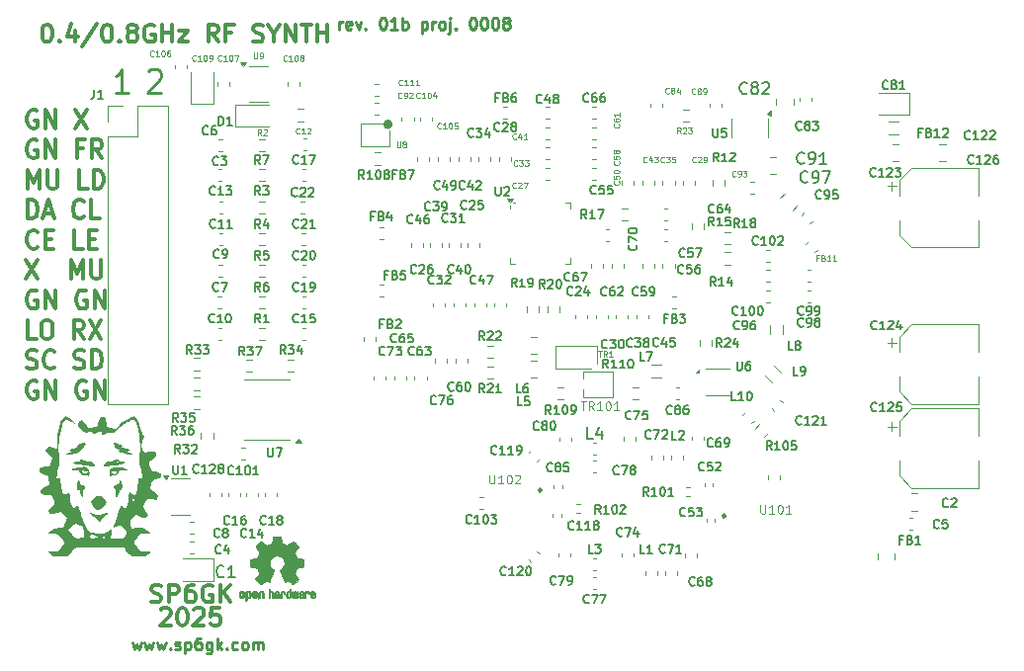
<source format=gbr>
%TF.GenerationSoftware,KiCad,Pcbnew,8.0.9-8.0.9-0~ubuntu22.04.1*%
%TF.CreationDate,2026-02-07T13:51:36+01:00*%
%TF.ProjectId,HW_0008_PrestoLO_rev01b,48575f30-3030-4385-9f50-726573746f4c,rev?*%
%TF.SameCoordinates,Original*%
%TF.FileFunction,Legend,Top*%
%TF.FilePolarity,Positive*%
%FSLAX46Y46*%
G04 Gerber Fmt 4.6, Leading zero omitted, Abs format (unit mm)*
G04 Created by KiCad (PCBNEW 8.0.9-8.0.9-0~ubuntu22.04.1) date 2026-02-07 13:51:36*
%MOMM*%
%LPD*%
G01*
G04 APERTURE LIST*
%ADD10C,0.375000*%
%ADD11C,0.250000*%
%ADD12C,0.300000*%
%ADD13C,0.150000*%
%ADD14C,0.125000*%
%ADD15C,0.100000*%
%ADD16C,0.120000*%
%ADD17C,0.010000*%
%ADD18C,0.400000*%
%ADD19C,0.000000*%
G04 APERTURE END LIST*
D10*
X74432424Y-84125500D02*
X74646710Y-84196928D01*
X74646710Y-84196928D02*
X75003852Y-84196928D01*
X75003852Y-84196928D02*
X75146710Y-84125500D01*
X75146710Y-84125500D02*
X75218138Y-84054071D01*
X75218138Y-84054071D02*
X75289567Y-83911214D01*
X75289567Y-83911214D02*
X75289567Y-83768357D01*
X75289567Y-83768357D02*
X75218138Y-83625500D01*
X75218138Y-83625500D02*
X75146710Y-83554071D01*
X75146710Y-83554071D02*
X75003852Y-83482642D01*
X75003852Y-83482642D02*
X74718138Y-83411214D01*
X74718138Y-83411214D02*
X74575281Y-83339785D01*
X74575281Y-83339785D02*
X74503852Y-83268357D01*
X74503852Y-83268357D02*
X74432424Y-83125500D01*
X74432424Y-83125500D02*
X74432424Y-82982642D01*
X74432424Y-82982642D02*
X74503852Y-82839785D01*
X74503852Y-82839785D02*
X74575281Y-82768357D01*
X74575281Y-82768357D02*
X74718138Y-82696928D01*
X74718138Y-82696928D02*
X75075281Y-82696928D01*
X75075281Y-82696928D02*
X75289567Y-82768357D01*
X75932423Y-84196928D02*
X75932423Y-82696928D01*
X75932423Y-82696928D02*
X76503852Y-82696928D01*
X76503852Y-82696928D02*
X76646709Y-82768357D01*
X76646709Y-82768357D02*
X76718138Y-82839785D01*
X76718138Y-82839785D02*
X76789566Y-82982642D01*
X76789566Y-82982642D02*
X76789566Y-83196928D01*
X76789566Y-83196928D02*
X76718138Y-83339785D01*
X76718138Y-83339785D02*
X76646709Y-83411214D01*
X76646709Y-83411214D02*
X76503852Y-83482642D01*
X76503852Y-83482642D02*
X75932423Y-83482642D01*
X78075281Y-82696928D02*
X77789566Y-82696928D01*
X77789566Y-82696928D02*
X77646709Y-82768357D01*
X77646709Y-82768357D02*
X77575281Y-82839785D01*
X77575281Y-82839785D02*
X77432423Y-83054071D01*
X77432423Y-83054071D02*
X77360995Y-83339785D01*
X77360995Y-83339785D02*
X77360995Y-83911214D01*
X77360995Y-83911214D02*
X77432423Y-84054071D01*
X77432423Y-84054071D02*
X77503852Y-84125500D01*
X77503852Y-84125500D02*
X77646709Y-84196928D01*
X77646709Y-84196928D02*
X77932423Y-84196928D01*
X77932423Y-84196928D02*
X78075281Y-84125500D01*
X78075281Y-84125500D02*
X78146709Y-84054071D01*
X78146709Y-84054071D02*
X78218138Y-83911214D01*
X78218138Y-83911214D02*
X78218138Y-83554071D01*
X78218138Y-83554071D02*
X78146709Y-83411214D01*
X78146709Y-83411214D02*
X78075281Y-83339785D01*
X78075281Y-83339785D02*
X77932423Y-83268357D01*
X77932423Y-83268357D02*
X77646709Y-83268357D01*
X77646709Y-83268357D02*
X77503852Y-83339785D01*
X77503852Y-83339785D02*
X77432423Y-83411214D01*
X77432423Y-83411214D02*
X77360995Y-83554071D01*
X79646709Y-82768357D02*
X79503852Y-82696928D01*
X79503852Y-82696928D02*
X79289566Y-82696928D01*
X79289566Y-82696928D02*
X79075280Y-82768357D01*
X79075280Y-82768357D02*
X78932423Y-82911214D01*
X78932423Y-82911214D02*
X78860994Y-83054071D01*
X78860994Y-83054071D02*
X78789566Y-83339785D01*
X78789566Y-83339785D02*
X78789566Y-83554071D01*
X78789566Y-83554071D02*
X78860994Y-83839785D01*
X78860994Y-83839785D02*
X78932423Y-83982642D01*
X78932423Y-83982642D02*
X79075280Y-84125500D01*
X79075280Y-84125500D02*
X79289566Y-84196928D01*
X79289566Y-84196928D02*
X79432423Y-84196928D01*
X79432423Y-84196928D02*
X79646709Y-84125500D01*
X79646709Y-84125500D02*
X79718137Y-84054071D01*
X79718137Y-84054071D02*
X79718137Y-83554071D01*
X79718137Y-83554071D02*
X79432423Y-83554071D01*
X80360994Y-84196928D02*
X80360994Y-82696928D01*
X81218137Y-84196928D02*
X80575280Y-83339785D01*
X81218137Y-82696928D02*
X80360994Y-83554071D01*
X65439567Y-34696928D02*
X65582424Y-34696928D01*
X65582424Y-34696928D02*
X65725281Y-34768357D01*
X65725281Y-34768357D02*
X65796710Y-34839785D01*
X65796710Y-34839785D02*
X65868138Y-34982642D01*
X65868138Y-34982642D02*
X65939567Y-35268357D01*
X65939567Y-35268357D02*
X65939567Y-35625500D01*
X65939567Y-35625500D02*
X65868138Y-35911214D01*
X65868138Y-35911214D02*
X65796710Y-36054071D01*
X65796710Y-36054071D02*
X65725281Y-36125500D01*
X65725281Y-36125500D02*
X65582424Y-36196928D01*
X65582424Y-36196928D02*
X65439567Y-36196928D01*
X65439567Y-36196928D02*
X65296710Y-36125500D01*
X65296710Y-36125500D02*
X65225281Y-36054071D01*
X65225281Y-36054071D02*
X65153852Y-35911214D01*
X65153852Y-35911214D02*
X65082424Y-35625500D01*
X65082424Y-35625500D02*
X65082424Y-35268357D01*
X65082424Y-35268357D02*
X65153852Y-34982642D01*
X65153852Y-34982642D02*
X65225281Y-34839785D01*
X65225281Y-34839785D02*
X65296710Y-34768357D01*
X65296710Y-34768357D02*
X65439567Y-34696928D01*
X66582423Y-36054071D02*
X66653852Y-36125500D01*
X66653852Y-36125500D02*
X66582423Y-36196928D01*
X66582423Y-36196928D02*
X66510995Y-36125500D01*
X66510995Y-36125500D02*
X66582423Y-36054071D01*
X66582423Y-36054071D02*
X66582423Y-36196928D01*
X67939567Y-35196928D02*
X67939567Y-36196928D01*
X67582424Y-34625500D02*
X67225281Y-35696928D01*
X67225281Y-35696928D02*
X68153852Y-35696928D01*
X69796709Y-34625500D02*
X68510995Y-36554071D01*
X70582424Y-34696928D02*
X70725281Y-34696928D01*
X70725281Y-34696928D02*
X70868138Y-34768357D01*
X70868138Y-34768357D02*
X70939567Y-34839785D01*
X70939567Y-34839785D02*
X71010995Y-34982642D01*
X71010995Y-34982642D02*
X71082424Y-35268357D01*
X71082424Y-35268357D02*
X71082424Y-35625500D01*
X71082424Y-35625500D02*
X71010995Y-35911214D01*
X71010995Y-35911214D02*
X70939567Y-36054071D01*
X70939567Y-36054071D02*
X70868138Y-36125500D01*
X70868138Y-36125500D02*
X70725281Y-36196928D01*
X70725281Y-36196928D02*
X70582424Y-36196928D01*
X70582424Y-36196928D02*
X70439567Y-36125500D01*
X70439567Y-36125500D02*
X70368138Y-36054071D01*
X70368138Y-36054071D02*
X70296709Y-35911214D01*
X70296709Y-35911214D02*
X70225281Y-35625500D01*
X70225281Y-35625500D02*
X70225281Y-35268357D01*
X70225281Y-35268357D02*
X70296709Y-34982642D01*
X70296709Y-34982642D02*
X70368138Y-34839785D01*
X70368138Y-34839785D02*
X70439567Y-34768357D01*
X70439567Y-34768357D02*
X70582424Y-34696928D01*
X71725280Y-36054071D02*
X71796709Y-36125500D01*
X71796709Y-36125500D02*
X71725280Y-36196928D01*
X71725280Y-36196928D02*
X71653852Y-36125500D01*
X71653852Y-36125500D02*
X71725280Y-36054071D01*
X71725280Y-36054071D02*
X71725280Y-36196928D01*
X72653852Y-35339785D02*
X72510995Y-35268357D01*
X72510995Y-35268357D02*
X72439566Y-35196928D01*
X72439566Y-35196928D02*
X72368138Y-35054071D01*
X72368138Y-35054071D02*
X72368138Y-34982642D01*
X72368138Y-34982642D02*
X72439566Y-34839785D01*
X72439566Y-34839785D02*
X72510995Y-34768357D01*
X72510995Y-34768357D02*
X72653852Y-34696928D01*
X72653852Y-34696928D02*
X72939566Y-34696928D01*
X72939566Y-34696928D02*
X73082424Y-34768357D01*
X73082424Y-34768357D02*
X73153852Y-34839785D01*
X73153852Y-34839785D02*
X73225281Y-34982642D01*
X73225281Y-34982642D02*
X73225281Y-35054071D01*
X73225281Y-35054071D02*
X73153852Y-35196928D01*
X73153852Y-35196928D02*
X73082424Y-35268357D01*
X73082424Y-35268357D02*
X72939566Y-35339785D01*
X72939566Y-35339785D02*
X72653852Y-35339785D01*
X72653852Y-35339785D02*
X72510995Y-35411214D01*
X72510995Y-35411214D02*
X72439566Y-35482642D01*
X72439566Y-35482642D02*
X72368138Y-35625500D01*
X72368138Y-35625500D02*
X72368138Y-35911214D01*
X72368138Y-35911214D02*
X72439566Y-36054071D01*
X72439566Y-36054071D02*
X72510995Y-36125500D01*
X72510995Y-36125500D02*
X72653852Y-36196928D01*
X72653852Y-36196928D02*
X72939566Y-36196928D01*
X72939566Y-36196928D02*
X73082424Y-36125500D01*
X73082424Y-36125500D02*
X73153852Y-36054071D01*
X73153852Y-36054071D02*
X73225281Y-35911214D01*
X73225281Y-35911214D02*
X73225281Y-35625500D01*
X73225281Y-35625500D02*
X73153852Y-35482642D01*
X73153852Y-35482642D02*
X73082424Y-35411214D01*
X73082424Y-35411214D02*
X72939566Y-35339785D01*
X74653852Y-34768357D02*
X74510995Y-34696928D01*
X74510995Y-34696928D02*
X74296709Y-34696928D01*
X74296709Y-34696928D02*
X74082423Y-34768357D01*
X74082423Y-34768357D02*
X73939566Y-34911214D01*
X73939566Y-34911214D02*
X73868137Y-35054071D01*
X73868137Y-35054071D02*
X73796709Y-35339785D01*
X73796709Y-35339785D02*
X73796709Y-35554071D01*
X73796709Y-35554071D02*
X73868137Y-35839785D01*
X73868137Y-35839785D02*
X73939566Y-35982642D01*
X73939566Y-35982642D02*
X74082423Y-36125500D01*
X74082423Y-36125500D02*
X74296709Y-36196928D01*
X74296709Y-36196928D02*
X74439566Y-36196928D01*
X74439566Y-36196928D02*
X74653852Y-36125500D01*
X74653852Y-36125500D02*
X74725280Y-36054071D01*
X74725280Y-36054071D02*
X74725280Y-35554071D01*
X74725280Y-35554071D02*
X74439566Y-35554071D01*
X75368137Y-36196928D02*
X75368137Y-34696928D01*
X75368137Y-35411214D02*
X76225280Y-35411214D01*
X76225280Y-36196928D02*
X76225280Y-34696928D01*
X76796709Y-35196928D02*
X77582424Y-35196928D01*
X77582424Y-35196928D02*
X76796709Y-36196928D01*
X76796709Y-36196928D02*
X77582424Y-36196928D01*
X80153852Y-36196928D02*
X79653852Y-35482642D01*
X79296709Y-36196928D02*
X79296709Y-34696928D01*
X79296709Y-34696928D02*
X79868138Y-34696928D01*
X79868138Y-34696928D02*
X80010995Y-34768357D01*
X80010995Y-34768357D02*
X80082424Y-34839785D01*
X80082424Y-34839785D02*
X80153852Y-34982642D01*
X80153852Y-34982642D02*
X80153852Y-35196928D01*
X80153852Y-35196928D02*
X80082424Y-35339785D01*
X80082424Y-35339785D02*
X80010995Y-35411214D01*
X80010995Y-35411214D02*
X79868138Y-35482642D01*
X79868138Y-35482642D02*
X79296709Y-35482642D01*
X81296709Y-35411214D02*
X80796709Y-35411214D01*
X80796709Y-36196928D02*
X80796709Y-34696928D01*
X80796709Y-34696928D02*
X81510995Y-34696928D01*
X83153852Y-36125500D02*
X83368138Y-36196928D01*
X83368138Y-36196928D02*
X83725280Y-36196928D01*
X83725280Y-36196928D02*
X83868138Y-36125500D01*
X83868138Y-36125500D02*
X83939566Y-36054071D01*
X83939566Y-36054071D02*
X84010995Y-35911214D01*
X84010995Y-35911214D02*
X84010995Y-35768357D01*
X84010995Y-35768357D02*
X83939566Y-35625500D01*
X83939566Y-35625500D02*
X83868138Y-35554071D01*
X83868138Y-35554071D02*
X83725280Y-35482642D01*
X83725280Y-35482642D02*
X83439566Y-35411214D01*
X83439566Y-35411214D02*
X83296709Y-35339785D01*
X83296709Y-35339785D02*
X83225280Y-35268357D01*
X83225280Y-35268357D02*
X83153852Y-35125500D01*
X83153852Y-35125500D02*
X83153852Y-34982642D01*
X83153852Y-34982642D02*
X83225280Y-34839785D01*
X83225280Y-34839785D02*
X83296709Y-34768357D01*
X83296709Y-34768357D02*
X83439566Y-34696928D01*
X83439566Y-34696928D02*
X83796709Y-34696928D01*
X83796709Y-34696928D02*
X84010995Y-34768357D01*
X84939566Y-35482642D02*
X84939566Y-36196928D01*
X84439566Y-34696928D02*
X84939566Y-35482642D01*
X84939566Y-35482642D02*
X85439566Y-34696928D01*
X85939565Y-36196928D02*
X85939565Y-34696928D01*
X85939565Y-34696928D02*
X86796708Y-36196928D01*
X86796708Y-36196928D02*
X86796708Y-34696928D01*
X87296709Y-34696928D02*
X88153852Y-34696928D01*
X87725280Y-36196928D02*
X87725280Y-34696928D01*
X88653851Y-36196928D02*
X88653851Y-34696928D01*
X88653851Y-35411214D02*
X89510994Y-35411214D01*
X89510994Y-36196928D02*
X89510994Y-34696928D01*
X75232424Y-84839785D02*
X75303852Y-84768357D01*
X75303852Y-84768357D02*
X75446710Y-84696928D01*
X75446710Y-84696928D02*
X75803852Y-84696928D01*
X75803852Y-84696928D02*
X75946710Y-84768357D01*
X75946710Y-84768357D02*
X76018138Y-84839785D01*
X76018138Y-84839785D02*
X76089567Y-84982642D01*
X76089567Y-84982642D02*
X76089567Y-85125500D01*
X76089567Y-85125500D02*
X76018138Y-85339785D01*
X76018138Y-85339785D02*
X75160995Y-86196928D01*
X75160995Y-86196928D02*
X76089567Y-86196928D01*
X77018138Y-84696928D02*
X77160995Y-84696928D01*
X77160995Y-84696928D02*
X77303852Y-84768357D01*
X77303852Y-84768357D02*
X77375281Y-84839785D01*
X77375281Y-84839785D02*
X77446709Y-84982642D01*
X77446709Y-84982642D02*
X77518138Y-85268357D01*
X77518138Y-85268357D02*
X77518138Y-85625500D01*
X77518138Y-85625500D02*
X77446709Y-85911214D01*
X77446709Y-85911214D02*
X77375281Y-86054071D01*
X77375281Y-86054071D02*
X77303852Y-86125500D01*
X77303852Y-86125500D02*
X77160995Y-86196928D01*
X77160995Y-86196928D02*
X77018138Y-86196928D01*
X77018138Y-86196928D02*
X76875281Y-86125500D01*
X76875281Y-86125500D02*
X76803852Y-86054071D01*
X76803852Y-86054071D02*
X76732423Y-85911214D01*
X76732423Y-85911214D02*
X76660995Y-85625500D01*
X76660995Y-85625500D02*
X76660995Y-85268357D01*
X76660995Y-85268357D02*
X76732423Y-84982642D01*
X76732423Y-84982642D02*
X76803852Y-84839785D01*
X76803852Y-84839785D02*
X76875281Y-84768357D01*
X76875281Y-84768357D02*
X77018138Y-84696928D01*
X78089566Y-84839785D02*
X78160994Y-84768357D01*
X78160994Y-84768357D02*
X78303852Y-84696928D01*
X78303852Y-84696928D02*
X78660994Y-84696928D01*
X78660994Y-84696928D02*
X78803852Y-84768357D01*
X78803852Y-84768357D02*
X78875280Y-84839785D01*
X78875280Y-84839785D02*
X78946709Y-84982642D01*
X78946709Y-84982642D02*
X78946709Y-85125500D01*
X78946709Y-85125500D02*
X78875280Y-85339785D01*
X78875280Y-85339785D02*
X78018137Y-86196928D01*
X78018137Y-86196928D02*
X78946709Y-86196928D01*
X80303851Y-84696928D02*
X79589565Y-84696928D01*
X79589565Y-84696928D02*
X79518137Y-85411214D01*
X79518137Y-85411214D02*
X79589565Y-85339785D01*
X79589565Y-85339785D02*
X79732423Y-85268357D01*
X79732423Y-85268357D02*
X80089565Y-85268357D01*
X80089565Y-85268357D02*
X80232423Y-85339785D01*
X80232423Y-85339785D02*
X80303851Y-85411214D01*
X80303851Y-85411214D02*
X80375280Y-85554071D01*
X80375280Y-85554071D02*
X80375280Y-85911214D01*
X80375280Y-85911214D02*
X80303851Y-86054071D01*
X80303851Y-86054071D02*
X80232423Y-86125500D01*
X80232423Y-86125500D02*
X80089565Y-86196928D01*
X80089565Y-86196928D02*
X79732423Y-86196928D01*
X79732423Y-86196928D02*
X79589565Y-86125500D01*
X79589565Y-86125500D02*
X79518137Y-86054071D01*
D11*
X90552568Y-35114619D02*
X90552568Y-34447952D01*
X90552568Y-34638428D02*
X90600187Y-34543190D01*
X90600187Y-34543190D02*
X90647806Y-34495571D01*
X90647806Y-34495571D02*
X90743044Y-34447952D01*
X90743044Y-34447952D02*
X90838282Y-34447952D01*
X91552568Y-35067000D02*
X91457330Y-35114619D01*
X91457330Y-35114619D02*
X91266854Y-35114619D01*
X91266854Y-35114619D02*
X91171616Y-35067000D01*
X91171616Y-35067000D02*
X91123997Y-34971761D01*
X91123997Y-34971761D02*
X91123997Y-34590809D01*
X91123997Y-34590809D02*
X91171616Y-34495571D01*
X91171616Y-34495571D02*
X91266854Y-34447952D01*
X91266854Y-34447952D02*
X91457330Y-34447952D01*
X91457330Y-34447952D02*
X91552568Y-34495571D01*
X91552568Y-34495571D02*
X91600187Y-34590809D01*
X91600187Y-34590809D02*
X91600187Y-34686047D01*
X91600187Y-34686047D02*
X91123997Y-34781285D01*
X91933521Y-34447952D02*
X92171616Y-35114619D01*
X92171616Y-35114619D02*
X92409711Y-34447952D01*
X92790664Y-35019380D02*
X92838283Y-35067000D01*
X92838283Y-35067000D02*
X92790664Y-35114619D01*
X92790664Y-35114619D02*
X92743045Y-35067000D01*
X92743045Y-35067000D02*
X92790664Y-35019380D01*
X92790664Y-35019380D02*
X92790664Y-35114619D01*
X94219235Y-34114619D02*
X94314473Y-34114619D01*
X94314473Y-34114619D02*
X94409711Y-34162238D01*
X94409711Y-34162238D02*
X94457330Y-34209857D01*
X94457330Y-34209857D02*
X94504949Y-34305095D01*
X94504949Y-34305095D02*
X94552568Y-34495571D01*
X94552568Y-34495571D02*
X94552568Y-34733666D01*
X94552568Y-34733666D02*
X94504949Y-34924142D01*
X94504949Y-34924142D02*
X94457330Y-35019380D01*
X94457330Y-35019380D02*
X94409711Y-35067000D01*
X94409711Y-35067000D02*
X94314473Y-35114619D01*
X94314473Y-35114619D02*
X94219235Y-35114619D01*
X94219235Y-35114619D02*
X94123997Y-35067000D01*
X94123997Y-35067000D02*
X94076378Y-35019380D01*
X94076378Y-35019380D02*
X94028759Y-34924142D01*
X94028759Y-34924142D02*
X93981140Y-34733666D01*
X93981140Y-34733666D02*
X93981140Y-34495571D01*
X93981140Y-34495571D02*
X94028759Y-34305095D01*
X94028759Y-34305095D02*
X94076378Y-34209857D01*
X94076378Y-34209857D02*
X94123997Y-34162238D01*
X94123997Y-34162238D02*
X94219235Y-34114619D01*
X95504949Y-35114619D02*
X94933521Y-35114619D01*
X95219235Y-35114619D02*
X95219235Y-34114619D01*
X95219235Y-34114619D02*
X95123997Y-34257476D01*
X95123997Y-34257476D02*
X95028759Y-34352714D01*
X95028759Y-34352714D02*
X94933521Y-34400333D01*
X95933521Y-35114619D02*
X95933521Y-34114619D01*
X95933521Y-34495571D02*
X96028759Y-34447952D01*
X96028759Y-34447952D02*
X96219235Y-34447952D01*
X96219235Y-34447952D02*
X96314473Y-34495571D01*
X96314473Y-34495571D02*
X96362092Y-34543190D01*
X96362092Y-34543190D02*
X96409711Y-34638428D01*
X96409711Y-34638428D02*
X96409711Y-34924142D01*
X96409711Y-34924142D02*
X96362092Y-35019380D01*
X96362092Y-35019380D02*
X96314473Y-35067000D01*
X96314473Y-35067000D02*
X96219235Y-35114619D01*
X96219235Y-35114619D02*
X96028759Y-35114619D01*
X96028759Y-35114619D02*
X95933521Y-35067000D01*
X97600188Y-34447952D02*
X97600188Y-35447952D01*
X97600188Y-34495571D02*
X97695426Y-34447952D01*
X97695426Y-34447952D02*
X97885902Y-34447952D01*
X97885902Y-34447952D02*
X97981140Y-34495571D01*
X97981140Y-34495571D02*
X98028759Y-34543190D01*
X98028759Y-34543190D02*
X98076378Y-34638428D01*
X98076378Y-34638428D02*
X98076378Y-34924142D01*
X98076378Y-34924142D02*
X98028759Y-35019380D01*
X98028759Y-35019380D02*
X97981140Y-35067000D01*
X97981140Y-35067000D02*
X97885902Y-35114619D01*
X97885902Y-35114619D02*
X97695426Y-35114619D01*
X97695426Y-35114619D02*
X97600188Y-35067000D01*
X98504950Y-35114619D02*
X98504950Y-34447952D01*
X98504950Y-34638428D02*
X98552569Y-34543190D01*
X98552569Y-34543190D02*
X98600188Y-34495571D01*
X98600188Y-34495571D02*
X98695426Y-34447952D01*
X98695426Y-34447952D02*
X98790664Y-34447952D01*
X99266855Y-35114619D02*
X99171617Y-35067000D01*
X99171617Y-35067000D02*
X99123998Y-35019380D01*
X99123998Y-35019380D02*
X99076379Y-34924142D01*
X99076379Y-34924142D02*
X99076379Y-34638428D01*
X99076379Y-34638428D02*
X99123998Y-34543190D01*
X99123998Y-34543190D02*
X99171617Y-34495571D01*
X99171617Y-34495571D02*
X99266855Y-34447952D01*
X99266855Y-34447952D02*
X99409712Y-34447952D01*
X99409712Y-34447952D02*
X99504950Y-34495571D01*
X99504950Y-34495571D02*
X99552569Y-34543190D01*
X99552569Y-34543190D02*
X99600188Y-34638428D01*
X99600188Y-34638428D02*
X99600188Y-34924142D01*
X99600188Y-34924142D02*
X99552569Y-35019380D01*
X99552569Y-35019380D02*
X99504950Y-35067000D01*
X99504950Y-35067000D02*
X99409712Y-35114619D01*
X99409712Y-35114619D02*
X99266855Y-35114619D01*
X100028760Y-34447952D02*
X100028760Y-35305095D01*
X100028760Y-35305095D02*
X99981141Y-35400333D01*
X99981141Y-35400333D02*
X99885903Y-35447952D01*
X99885903Y-35447952D02*
X99838284Y-35447952D01*
X100028760Y-34114619D02*
X99981141Y-34162238D01*
X99981141Y-34162238D02*
X100028760Y-34209857D01*
X100028760Y-34209857D02*
X100076379Y-34162238D01*
X100076379Y-34162238D02*
X100028760Y-34114619D01*
X100028760Y-34114619D02*
X100028760Y-34209857D01*
X100504950Y-35019380D02*
X100552569Y-35067000D01*
X100552569Y-35067000D02*
X100504950Y-35114619D01*
X100504950Y-35114619D02*
X100457331Y-35067000D01*
X100457331Y-35067000D02*
X100504950Y-35019380D01*
X100504950Y-35019380D02*
X100504950Y-35114619D01*
X101933521Y-34114619D02*
X102028759Y-34114619D01*
X102028759Y-34114619D02*
X102123997Y-34162238D01*
X102123997Y-34162238D02*
X102171616Y-34209857D01*
X102171616Y-34209857D02*
X102219235Y-34305095D01*
X102219235Y-34305095D02*
X102266854Y-34495571D01*
X102266854Y-34495571D02*
X102266854Y-34733666D01*
X102266854Y-34733666D02*
X102219235Y-34924142D01*
X102219235Y-34924142D02*
X102171616Y-35019380D01*
X102171616Y-35019380D02*
X102123997Y-35067000D01*
X102123997Y-35067000D02*
X102028759Y-35114619D01*
X102028759Y-35114619D02*
X101933521Y-35114619D01*
X101933521Y-35114619D02*
X101838283Y-35067000D01*
X101838283Y-35067000D02*
X101790664Y-35019380D01*
X101790664Y-35019380D02*
X101743045Y-34924142D01*
X101743045Y-34924142D02*
X101695426Y-34733666D01*
X101695426Y-34733666D02*
X101695426Y-34495571D01*
X101695426Y-34495571D02*
X101743045Y-34305095D01*
X101743045Y-34305095D02*
X101790664Y-34209857D01*
X101790664Y-34209857D02*
X101838283Y-34162238D01*
X101838283Y-34162238D02*
X101933521Y-34114619D01*
X102885902Y-34114619D02*
X102981140Y-34114619D01*
X102981140Y-34114619D02*
X103076378Y-34162238D01*
X103076378Y-34162238D02*
X103123997Y-34209857D01*
X103123997Y-34209857D02*
X103171616Y-34305095D01*
X103171616Y-34305095D02*
X103219235Y-34495571D01*
X103219235Y-34495571D02*
X103219235Y-34733666D01*
X103219235Y-34733666D02*
X103171616Y-34924142D01*
X103171616Y-34924142D02*
X103123997Y-35019380D01*
X103123997Y-35019380D02*
X103076378Y-35067000D01*
X103076378Y-35067000D02*
X102981140Y-35114619D01*
X102981140Y-35114619D02*
X102885902Y-35114619D01*
X102885902Y-35114619D02*
X102790664Y-35067000D01*
X102790664Y-35067000D02*
X102743045Y-35019380D01*
X102743045Y-35019380D02*
X102695426Y-34924142D01*
X102695426Y-34924142D02*
X102647807Y-34733666D01*
X102647807Y-34733666D02*
X102647807Y-34495571D01*
X102647807Y-34495571D02*
X102695426Y-34305095D01*
X102695426Y-34305095D02*
X102743045Y-34209857D01*
X102743045Y-34209857D02*
X102790664Y-34162238D01*
X102790664Y-34162238D02*
X102885902Y-34114619D01*
X103838283Y-34114619D02*
X103933521Y-34114619D01*
X103933521Y-34114619D02*
X104028759Y-34162238D01*
X104028759Y-34162238D02*
X104076378Y-34209857D01*
X104076378Y-34209857D02*
X104123997Y-34305095D01*
X104123997Y-34305095D02*
X104171616Y-34495571D01*
X104171616Y-34495571D02*
X104171616Y-34733666D01*
X104171616Y-34733666D02*
X104123997Y-34924142D01*
X104123997Y-34924142D02*
X104076378Y-35019380D01*
X104076378Y-35019380D02*
X104028759Y-35067000D01*
X104028759Y-35067000D02*
X103933521Y-35114619D01*
X103933521Y-35114619D02*
X103838283Y-35114619D01*
X103838283Y-35114619D02*
X103743045Y-35067000D01*
X103743045Y-35067000D02*
X103695426Y-35019380D01*
X103695426Y-35019380D02*
X103647807Y-34924142D01*
X103647807Y-34924142D02*
X103600188Y-34733666D01*
X103600188Y-34733666D02*
X103600188Y-34495571D01*
X103600188Y-34495571D02*
X103647807Y-34305095D01*
X103647807Y-34305095D02*
X103695426Y-34209857D01*
X103695426Y-34209857D02*
X103743045Y-34162238D01*
X103743045Y-34162238D02*
X103838283Y-34114619D01*
X104743045Y-34543190D02*
X104647807Y-34495571D01*
X104647807Y-34495571D02*
X104600188Y-34447952D01*
X104600188Y-34447952D02*
X104552569Y-34352714D01*
X104552569Y-34352714D02*
X104552569Y-34305095D01*
X104552569Y-34305095D02*
X104600188Y-34209857D01*
X104600188Y-34209857D02*
X104647807Y-34162238D01*
X104647807Y-34162238D02*
X104743045Y-34114619D01*
X104743045Y-34114619D02*
X104933521Y-34114619D01*
X104933521Y-34114619D02*
X105028759Y-34162238D01*
X105028759Y-34162238D02*
X105076378Y-34209857D01*
X105076378Y-34209857D02*
X105123997Y-34305095D01*
X105123997Y-34305095D02*
X105123997Y-34352714D01*
X105123997Y-34352714D02*
X105076378Y-34447952D01*
X105076378Y-34447952D02*
X105028759Y-34495571D01*
X105028759Y-34495571D02*
X104933521Y-34543190D01*
X104933521Y-34543190D02*
X104743045Y-34543190D01*
X104743045Y-34543190D02*
X104647807Y-34590809D01*
X104647807Y-34590809D02*
X104600188Y-34638428D01*
X104600188Y-34638428D02*
X104552569Y-34733666D01*
X104552569Y-34733666D02*
X104552569Y-34924142D01*
X104552569Y-34924142D02*
X104600188Y-35019380D01*
X104600188Y-35019380D02*
X104647807Y-35067000D01*
X104647807Y-35067000D02*
X104743045Y-35114619D01*
X104743045Y-35114619D02*
X104933521Y-35114619D01*
X104933521Y-35114619D02*
X105028759Y-35067000D01*
X105028759Y-35067000D02*
X105076378Y-35019380D01*
X105076378Y-35019380D02*
X105123997Y-34924142D01*
X105123997Y-34924142D02*
X105123997Y-34733666D01*
X105123997Y-34733666D02*
X105076378Y-34638428D01*
X105076378Y-34638428D02*
X105028759Y-34590809D01*
X105028759Y-34590809D02*
X104933521Y-34543190D01*
X74145425Y-38732714D02*
X74240663Y-38637476D01*
X74240663Y-38637476D02*
X74431139Y-38542238D01*
X74431139Y-38542238D02*
X74907330Y-38542238D01*
X74907330Y-38542238D02*
X75097806Y-38637476D01*
X75097806Y-38637476D02*
X75193044Y-38732714D01*
X75193044Y-38732714D02*
X75288282Y-38923190D01*
X75288282Y-38923190D02*
X75288282Y-39113666D01*
X75288282Y-39113666D02*
X75193044Y-39399380D01*
X75193044Y-39399380D02*
X74050187Y-40542238D01*
X74050187Y-40542238D02*
X75288282Y-40542238D01*
X72807330Y-87597952D02*
X72997806Y-88264619D01*
X72997806Y-88264619D02*
X73188282Y-87788428D01*
X73188282Y-87788428D02*
X73378758Y-88264619D01*
X73378758Y-88264619D02*
X73569234Y-87597952D01*
X73854949Y-87597952D02*
X74045425Y-88264619D01*
X74045425Y-88264619D02*
X74235901Y-87788428D01*
X74235901Y-87788428D02*
X74426377Y-88264619D01*
X74426377Y-88264619D02*
X74616853Y-87597952D01*
X74902568Y-87597952D02*
X75093044Y-88264619D01*
X75093044Y-88264619D02*
X75283520Y-87788428D01*
X75283520Y-87788428D02*
X75473996Y-88264619D01*
X75473996Y-88264619D02*
X75664472Y-87597952D01*
X76045425Y-88169380D02*
X76093044Y-88217000D01*
X76093044Y-88217000D02*
X76045425Y-88264619D01*
X76045425Y-88264619D02*
X75997806Y-88217000D01*
X75997806Y-88217000D02*
X76045425Y-88169380D01*
X76045425Y-88169380D02*
X76045425Y-88264619D01*
X76473996Y-88217000D02*
X76569234Y-88264619D01*
X76569234Y-88264619D02*
X76759710Y-88264619D01*
X76759710Y-88264619D02*
X76854948Y-88217000D01*
X76854948Y-88217000D02*
X76902567Y-88121761D01*
X76902567Y-88121761D02*
X76902567Y-88074142D01*
X76902567Y-88074142D02*
X76854948Y-87978904D01*
X76854948Y-87978904D02*
X76759710Y-87931285D01*
X76759710Y-87931285D02*
X76616853Y-87931285D01*
X76616853Y-87931285D02*
X76521615Y-87883666D01*
X76521615Y-87883666D02*
X76473996Y-87788428D01*
X76473996Y-87788428D02*
X76473996Y-87740809D01*
X76473996Y-87740809D02*
X76521615Y-87645571D01*
X76521615Y-87645571D02*
X76616853Y-87597952D01*
X76616853Y-87597952D02*
X76759710Y-87597952D01*
X76759710Y-87597952D02*
X76854948Y-87645571D01*
X77331139Y-87597952D02*
X77331139Y-88597952D01*
X77331139Y-87645571D02*
X77426377Y-87597952D01*
X77426377Y-87597952D02*
X77616853Y-87597952D01*
X77616853Y-87597952D02*
X77712091Y-87645571D01*
X77712091Y-87645571D02*
X77759710Y-87693190D01*
X77759710Y-87693190D02*
X77807329Y-87788428D01*
X77807329Y-87788428D02*
X77807329Y-88074142D01*
X77807329Y-88074142D02*
X77759710Y-88169380D01*
X77759710Y-88169380D02*
X77712091Y-88217000D01*
X77712091Y-88217000D02*
X77616853Y-88264619D01*
X77616853Y-88264619D02*
X77426377Y-88264619D01*
X77426377Y-88264619D02*
X77331139Y-88217000D01*
X78664472Y-87264619D02*
X78473996Y-87264619D01*
X78473996Y-87264619D02*
X78378758Y-87312238D01*
X78378758Y-87312238D02*
X78331139Y-87359857D01*
X78331139Y-87359857D02*
X78235901Y-87502714D01*
X78235901Y-87502714D02*
X78188282Y-87693190D01*
X78188282Y-87693190D02*
X78188282Y-88074142D01*
X78188282Y-88074142D02*
X78235901Y-88169380D01*
X78235901Y-88169380D02*
X78283520Y-88217000D01*
X78283520Y-88217000D02*
X78378758Y-88264619D01*
X78378758Y-88264619D02*
X78569234Y-88264619D01*
X78569234Y-88264619D02*
X78664472Y-88217000D01*
X78664472Y-88217000D02*
X78712091Y-88169380D01*
X78712091Y-88169380D02*
X78759710Y-88074142D01*
X78759710Y-88074142D02*
X78759710Y-87836047D01*
X78759710Y-87836047D02*
X78712091Y-87740809D01*
X78712091Y-87740809D02*
X78664472Y-87693190D01*
X78664472Y-87693190D02*
X78569234Y-87645571D01*
X78569234Y-87645571D02*
X78378758Y-87645571D01*
X78378758Y-87645571D02*
X78283520Y-87693190D01*
X78283520Y-87693190D02*
X78235901Y-87740809D01*
X78235901Y-87740809D02*
X78188282Y-87836047D01*
X79616853Y-87597952D02*
X79616853Y-88407476D01*
X79616853Y-88407476D02*
X79569234Y-88502714D01*
X79569234Y-88502714D02*
X79521615Y-88550333D01*
X79521615Y-88550333D02*
X79426377Y-88597952D01*
X79426377Y-88597952D02*
X79283520Y-88597952D01*
X79283520Y-88597952D02*
X79188282Y-88550333D01*
X79616853Y-88217000D02*
X79521615Y-88264619D01*
X79521615Y-88264619D02*
X79331139Y-88264619D01*
X79331139Y-88264619D02*
X79235901Y-88217000D01*
X79235901Y-88217000D02*
X79188282Y-88169380D01*
X79188282Y-88169380D02*
X79140663Y-88074142D01*
X79140663Y-88074142D02*
X79140663Y-87788428D01*
X79140663Y-87788428D02*
X79188282Y-87693190D01*
X79188282Y-87693190D02*
X79235901Y-87645571D01*
X79235901Y-87645571D02*
X79331139Y-87597952D01*
X79331139Y-87597952D02*
X79521615Y-87597952D01*
X79521615Y-87597952D02*
X79616853Y-87645571D01*
X80093044Y-88264619D02*
X80093044Y-87264619D01*
X80188282Y-87883666D02*
X80473996Y-88264619D01*
X80473996Y-87597952D02*
X80093044Y-87978904D01*
X80902568Y-88169380D02*
X80950187Y-88217000D01*
X80950187Y-88217000D02*
X80902568Y-88264619D01*
X80902568Y-88264619D02*
X80854949Y-88217000D01*
X80854949Y-88217000D02*
X80902568Y-88169380D01*
X80902568Y-88169380D02*
X80902568Y-88264619D01*
X81807329Y-88217000D02*
X81712091Y-88264619D01*
X81712091Y-88264619D02*
X81521615Y-88264619D01*
X81521615Y-88264619D02*
X81426377Y-88217000D01*
X81426377Y-88217000D02*
X81378758Y-88169380D01*
X81378758Y-88169380D02*
X81331139Y-88074142D01*
X81331139Y-88074142D02*
X81331139Y-87788428D01*
X81331139Y-87788428D02*
X81378758Y-87693190D01*
X81378758Y-87693190D02*
X81426377Y-87645571D01*
X81426377Y-87645571D02*
X81521615Y-87597952D01*
X81521615Y-87597952D02*
X81712091Y-87597952D01*
X81712091Y-87597952D02*
X81807329Y-87645571D01*
X82378758Y-88264619D02*
X82283520Y-88217000D01*
X82283520Y-88217000D02*
X82235901Y-88169380D01*
X82235901Y-88169380D02*
X82188282Y-88074142D01*
X82188282Y-88074142D02*
X82188282Y-87788428D01*
X82188282Y-87788428D02*
X82235901Y-87693190D01*
X82235901Y-87693190D02*
X82283520Y-87645571D01*
X82283520Y-87645571D02*
X82378758Y-87597952D01*
X82378758Y-87597952D02*
X82521615Y-87597952D01*
X82521615Y-87597952D02*
X82616853Y-87645571D01*
X82616853Y-87645571D02*
X82664472Y-87693190D01*
X82664472Y-87693190D02*
X82712091Y-87788428D01*
X82712091Y-87788428D02*
X82712091Y-88074142D01*
X82712091Y-88074142D02*
X82664472Y-88169380D01*
X82664472Y-88169380D02*
X82616853Y-88217000D01*
X82616853Y-88217000D02*
X82521615Y-88264619D01*
X82521615Y-88264619D02*
X82378758Y-88264619D01*
X83140663Y-88264619D02*
X83140663Y-87597952D01*
X83140663Y-87693190D02*
X83188282Y-87645571D01*
X83188282Y-87645571D02*
X83283520Y-87597952D01*
X83283520Y-87597952D02*
X83426377Y-87597952D01*
X83426377Y-87597952D02*
X83521615Y-87645571D01*
X83521615Y-87645571D02*
X83569234Y-87740809D01*
X83569234Y-87740809D02*
X83569234Y-88264619D01*
X83569234Y-87740809D02*
X83616853Y-87645571D01*
X83616853Y-87645571D02*
X83712091Y-87597952D01*
X83712091Y-87597952D02*
X83854948Y-87597952D01*
X83854948Y-87597952D02*
X83950187Y-87645571D01*
X83950187Y-87645571D02*
X83997806Y-87740809D01*
X83997806Y-87740809D02*
X83997806Y-88264619D01*
X72488282Y-40542238D02*
X71345425Y-40542238D01*
X71916853Y-40542238D02*
X71916853Y-38542238D01*
X71916853Y-38542238D02*
X71726377Y-38827952D01*
X71726377Y-38827952D02*
X71535901Y-39018428D01*
X71535901Y-39018428D02*
X71345425Y-39113666D01*
D12*
X64640225Y-42081590D02*
X64497368Y-42005400D01*
X64497368Y-42005400D02*
X64283082Y-42005400D01*
X64283082Y-42005400D02*
X64068796Y-42081590D01*
X64068796Y-42081590D02*
X63925939Y-42233971D01*
X63925939Y-42233971D02*
X63854510Y-42386352D01*
X63854510Y-42386352D02*
X63783082Y-42691114D01*
X63783082Y-42691114D02*
X63783082Y-42919686D01*
X63783082Y-42919686D02*
X63854510Y-43224448D01*
X63854510Y-43224448D02*
X63925939Y-43376829D01*
X63925939Y-43376829D02*
X64068796Y-43529210D01*
X64068796Y-43529210D02*
X64283082Y-43605400D01*
X64283082Y-43605400D02*
X64425939Y-43605400D01*
X64425939Y-43605400D02*
X64640225Y-43529210D01*
X64640225Y-43529210D02*
X64711653Y-43453019D01*
X64711653Y-43453019D02*
X64711653Y-42919686D01*
X64711653Y-42919686D02*
X64425939Y-42919686D01*
X65354510Y-43605400D02*
X65354510Y-42005400D01*
X65354510Y-42005400D02*
X66211653Y-43605400D01*
X66211653Y-43605400D02*
X66211653Y-42005400D01*
X67925939Y-42005400D02*
X68925939Y-43605400D01*
X68925939Y-42005400D02*
X67925939Y-43605400D01*
X64640225Y-44657500D02*
X64497368Y-44581310D01*
X64497368Y-44581310D02*
X64283082Y-44581310D01*
X64283082Y-44581310D02*
X64068796Y-44657500D01*
X64068796Y-44657500D02*
X63925939Y-44809881D01*
X63925939Y-44809881D02*
X63854510Y-44962262D01*
X63854510Y-44962262D02*
X63783082Y-45267024D01*
X63783082Y-45267024D02*
X63783082Y-45495596D01*
X63783082Y-45495596D02*
X63854510Y-45800358D01*
X63854510Y-45800358D02*
X63925939Y-45952739D01*
X63925939Y-45952739D02*
X64068796Y-46105120D01*
X64068796Y-46105120D02*
X64283082Y-46181310D01*
X64283082Y-46181310D02*
X64425939Y-46181310D01*
X64425939Y-46181310D02*
X64640225Y-46105120D01*
X64640225Y-46105120D02*
X64711653Y-46028929D01*
X64711653Y-46028929D02*
X64711653Y-45495596D01*
X64711653Y-45495596D02*
X64425939Y-45495596D01*
X65354510Y-46181310D02*
X65354510Y-44581310D01*
X65354510Y-44581310D02*
X66211653Y-46181310D01*
X66211653Y-46181310D02*
X66211653Y-44581310D01*
X68568796Y-45343215D02*
X68068796Y-45343215D01*
X68068796Y-46181310D02*
X68068796Y-44581310D01*
X68068796Y-44581310D02*
X68783082Y-44581310D01*
X70211653Y-46181310D02*
X69711653Y-45419405D01*
X69354510Y-46181310D02*
X69354510Y-44581310D01*
X69354510Y-44581310D02*
X69925939Y-44581310D01*
X69925939Y-44581310D02*
X70068796Y-44657500D01*
X70068796Y-44657500D02*
X70140225Y-44733691D01*
X70140225Y-44733691D02*
X70211653Y-44886072D01*
X70211653Y-44886072D02*
X70211653Y-45114643D01*
X70211653Y-45114643D02*
X70140225Y-45267024D01*
X70140225Y-45267024D02*
X70068796Y-45343215D01*
X70068796Y-45343215D02*
X69925939Y-45419405D01*
X69925939Y-45419405D02*
X69354510Y-45419405D01*
X63854510Y-48757220D02*
X63854510Y-47157220D01*
X63854510Y-47157220D02*
X64354510Y-48300077D01*
X64354510Y-48300077D02*
X64854510Y-47157220D01*
X64854510Y-47157220D02*
X64854510Y-48757220D01*
X65568796Y-47157220D02*
X65568796Y-48452458D01*
X65568796Y-48452458D02*
X65640225Y-48604839D01*
X65640225Y-48604839D02*
X65711654Y-48681030D01*
X65711654Y-48681030D02*
X65854511Y-48757220D01*
X65854511Y-48757220D02*
X66140225Y-48757220D01*
X66140225Y-48757220D02*
X66283082Y-48681030D01*
X66283082Y-48681030D02*
X66354511Y-48604839D01*
X66354511Y-48604839D02*
X66425939Y-48452458D01*
X66425939Y-48452458D02*
X66425939Y-47157220D01*
X68997368Y-48757220D02*
X68283082Y-48757220D01*
X68283082Y-48757220D02*
X68283082Y-47157220D01*
X69497368Y-48757220D02*
X69497368Y-47157220D01*
X69497368Y-47157220D02*
X69854511Y-47157220D01*
X69854511Y-47157220D02*
X70068797Y-47233410D01*
X70068797Y-47233410D02*
X70211654Y-47385791D01*
X70211654Y-47385791D02*
X70283083Y-47538172D01*
X70283083Y-47538172D02*
X70354511Y-47842934D01*
X70354511Y-47842934D02*
X70354511Y-48071506D01*
X70354511Y-48071506D02*
X70283083Y-48376268D01*
X70283083Y-48376268D02*
X70211654Y-48528649D01*
X70211654Y-48528649D02*
X70068797Y-48681030D01*
X70068797Y-48681030D02*
X69854511Y-48757220D01*
X69854511Y-48757220D02*
X69497368Y-48757220D01*
X63854510Y-51333130D02*
X63854510Y-49733130D01*
X63854510Y-49733130D02*
X64211653Y-49733130D01*
X64211653Y-49733130D02*
X64425939Y-49809320D01*
X64425939Y-49809320D02*
X64568796Y-49961701D01*
X64568796Y-49961701D02*
X64640225Y-50114082D01*
X64640225Y-50114082D02*
X64711653Y-50418844D01*
X64711653Y-50418844D02*
X64711653Y-50647416D01*
X64711653Y-50647416D02*
X64640225Y-50952178D01*
X64640225Y-50952178D02*
X64568796Y-51104559D01*
X64568796Y-51104559D02*
X64425939Y-51256940D01*
X64425939Y-51256940D02*
X64211653Y-51333130D01*
X64211653Y-51333130D02*
X63854510Y-51333130D01*
X65283082Y-50875987D02*
X65997368Y-50875987D01*
X65140225Y-51333130D02*
X65640225Y-49733130D01*
X65640225Y-49733130D02*
X66140225Y-51333130D01*
X68640224Y-51180749D02*
X68568796Y-51256940D01*
X68568796Y-51256940D02*
X68354510Y-51333130D01*
X68354510Y-51333130D02*
X68211653Y-51333130D01*
X68211653Y-51333130D02*
X67997367Y-51256940D01*
X67997367Y-51256940D02*
X67854510Y-51104559D01*
X67854510Y-51104559D02*
X67783081Y-50952178D01*
X67783081Y-50952178D02*
X67711653Y-50647416D01*
X67711653Y-50647416D02*
X67711653Y-50418844D01*
X67711653Y-50418844D02*
X67783081Y-50114082D01*
X67783081Y-50114082D02*
X67854510Y-49961701D01*
X67854510Y-49961701D02*
X67997367Y-49809320D01*
X67997367Y-49809320D02*
X68211653Y-49733130D01*
X68211653Y-49733130D02*
X68354510Y-49733130D01*
X68354510Y-49733130D02*
X68568796Y-49809320D01*
X68568796Y-49809320D02*
X68640224Y-49885511D01*
X69997367Y-51333130D02*
X69283081Y-51333130D01*
X69283081Y-51333130D02*
X69283081Y-49733130D01*
X64711653Y-53756659D02*
X64640225Y-53832850D01*
X64640225Y-53832850D02*
X64425939Y-53909040D01*
X64425939Y-53909040D02*
X64283082Y-53909040D01*
X64283082Y-53909040D02*
X64068796Y-53832850D01*
X64068796Y-53832850D02*
X63925939Y-53680469D01*
X63925939Y-53680469D02*
X63854510Y-53528088D01*
X63854510Y-53528088D02*
X63783082Y-53223326D01*
X63783082Y-53223326D02*
X63783082Y-52994754D01*
X63783082Y-52994754D02*
X63854510Y-52689992D01*
X63854510Y-52689992D02*
X63925939Y-52537611D01*
X63925939Y-52537611D02*
X64068796Y-52385230D01*
X64068796Y-52385230D02*
X64283082Y-52309040D01*
X64283082Y-52309040D02*
X64425939Y-52309040D01*
X64425939Y-52309040D02*
X64640225Y-52385230D01*
X64640225Y-52385230D02*
X64711653Y-52461421D01*
X65354510Y-53070945D02*
X65854510Y-53070945D01*
X66068796Y-53909040D02*
X65354510Y-53909040D01*
X65354510Y-53909040D02*
X65354510Y-52309040D01*
X65354510Y-52309040D02*
X66068796Y-52309040D01*
X68568796Y-53909040D02*
X67854510Y-53909040D01*
X67854510Y-53909040D02*
X67854510Y-52309040D01*
X69068796Y-53070945D02*
X69568796Y-53070945D01*
X69783082Y-53909040D02*
X69068796Y-53909040D01*
X69068796Y-53909040D02*
X69068796Y-52309040D01*
X69068796Y-52309040D02*
X69783082Y-52309040D01*
X63711653Y-54884950D02*
X64711653Y-56484950D01*
X64711653Y-54884950D02*
X63711653Y-56484950D01*
X67568795Y-56484950D02*
X67568795Y-54884950D01*
X67568795Y-54884950D02*
X68068795Y-56027807D01*
X68068795Y-56027807D02*
X68568795Y-54884950D01*
X68568795Y-54884950D02*
X68568795Y-56484950D01*
X69283081Y-54884950D02*
X69283081Y-56180188D01*
X69283081Y-56180188D02*
X69354510Y-56332569D01*
X69354510Y-56332569D02*
X69425939Y-56408760D01*
X69425939Y-56408760D02*
X69568796Y-56484950D01*
X69568796Y-56484950D02*
X69854510Y-56484950D01*
X69854510Y-56484950D02*
X69997367Y-56408760D01*
X69997367Y-56408760D02*
X70068796Y-56332569D01*
X70068796Y-56332569D02*
X70140224Y-56180188D01*
X70140224Y-56180188D02*
X70140224Y-54884950D01*
X64640225Y-57537050D02*
X64497368Y-57460860D01*
X64497368Y-57460860D02*
X64283082Y-57460860D01*
X64283082Y-57460860D02*
X64068796Y-57537050D01*
X64068796Y-57537050D02*
X63925939Y-57689431D01*
X63925939Y-57689431D02*
X63854510Y-57841812D01*
X63854510Y-57841812D02*
X63783082Y-58146574D01*
X63783082Y-58146574D02*
X63783082Y-58375146D01*
X63783082Y-58375146D02*
X63854510Y-58679908D01*
X63854510Y-58679908D02*
X63925939Y-58832289D01*
X63925939Y-58832289D02*
X64068796Y-58984670D01*
X64068796Y-58984670D02*
X64283082Y-59060860D01*
X64283082Y-59060860D02*
X64425939Y-59060860D01*
X64425939Y-59060860D02*
X64640225Y-58984670D01*
X64640225Y-58984670D02*
X64711653Y-58908479D01*
X64711653Y-58908479D02*
X64711653Y-58375146D01*
X64711653Y-58375146D02*
X64425939Y-58375146D01*
X65354510Y-59060860D02*
X65354510Y-57460860D01*
X65354510Y-57460860D02*
X66211653Y-59060860D01*
X66211653Y-59060860D02*
X66211653Y-57460860D01*
X68854511Y-57537050D02*
X68711654Y-57460860D01*
X68711654Y-57460860D02*
X68497368Y-57460860D01*
X68497368Y-57460860D02*
X68283082Y-57537050D01*
X68283082Y-57537050D02*
X68140225Y-57689431D01*
X68140225Y-57689431D02*
X68068796Y-57841812D01*
X68068796Y-57841812D02*
X67997368Y-58146574D01*
X67997368Y-58146574D02*
X67997368Y-58375146D01*
X67997368Y-58375146D02*
X68068796Y-58679908D01*
X68068796Y-58679908D02*
X68140225Y-58832289D01*
X68140225Y-58832289D02*
X68283082Y-58984670D01*
X68283082Y-58984670D02*
X68497368Y-59060860D01*
X68497368Y-59060860D02*
X68640225Y-59060860D01*
X68640225Y-59060860D02*
X68854511Y-58984670D01*
X68854511Y-58984670D02*
X68925939Y-58908479D01*
X68925939Y-58908479D02*
X68925939Y-58375146D01*
X68925939Y-58375146D02*
X68640225Y-58375146D01*
X69568796Y-59060860D02*
X69568796Y-57460860D01*
X69568796Y-57460860D02*
X70425939Y-59060860D01*
X70425939Y-59060860D02*
X70425939Y-57460860D01*
X64568796Y-61636770D02*
X63854510Y-61636770D01*
X63854510Y-61636770D02*
X63854510Y-60036770D01*
X65354511Y-60036770D02*
X65640225Y-60036770D01*
X65640225Y-60036770D02*
X65783082Y-60112960D01*
X65783082Y-60112960D02*
X65925939Y-60265341D01*
X65925939Y-60265341D02*
X65997368Y-60570103D01*
X65997368Y-60570103D02*
X65997368Y-61103437D01*
X65997368Y-61103437D02*
X65925939Y-61408199D01*
X65925939Y-61408199D02*
X65783082Y-61560580D01*
X65783082Y-61560580D02*
X65640225Y-61636770D01*
X65640225Y-61636770D02*
X65354511Y-61636770D01*
X65354511Y-61636770D02*
X65211654Y-61560580D01*
X65211654Y-61560580D02*
X65068796Y-61408199D01*
X65068796Y-61408199D02*
X64997368Y-61103437D01*
X64997368Y-61103437D02*
X64997368Y-60570103D01*
X64997368Y-60570103D02*
X65068796Y-60265341D01*
X65068796Y-60265341D02*
X65211654Y-60112960D01*
X65211654Y-60112960D02*
X65354511Y-60036770D01*
X68640225Y-61636770D02*
X68140225Y-60874865D01*
X67783082Y-61636770D02*
X67783082Y-60036770D01*
X67783082Y-60036770D02*
X68354511Y-60036770D01*
X68354511Y-60036770D02*
X68497368Y-60112960D01*
X68497368Y-60112960D02*
X68568797Y-60189151D01*
X68568797Y-60189151D02*
X68640225Y-60341532D01*
X68640225Y-60341532D02*
X68640225Y-60570103D01*
X68640225Y-60570103D02*
X68568797Y-60722484D01*
X68568797Y-60722484D02*
X68497368Y-60798675D01*
X68497368Y-60798675D02*
X68354511Y-60874865D01*
X68354511Y-60874865D02*
X67783082Y-60874865D01*
X69140225Y-60036770D02*
X70140225Y-61636770D01*
X70140225Y-60036770D02*
X69140225Y-61636770D01*
X63783082Y-64136490D02*
X63997368Y-64212680D01*
X63997368Y-64212680D02*
X64354510Y-64212680D01*
X64354510Y-64212680D02*
X64497368Y-64136490D01*
X64497368Y-64136490D02*
X64568796Y-64060299D01*
X64568796Y-64060299D02*
X64640225Y-63907918D01*
X64640225Y-63907918D02*
X64640225Y-63755537D01*
X64640225Y-63755537D02*
X64568796Y-63603156D01*
X64568796Y-63603156D02*
X64497368Y-63526966D01*
X64497368Y-63526966D02*
X64354510Y-63450775D01*
X64354510Y-63450775D02*
X64068796Y-63374585D01*
X64068796Y-63374585D02*
X63925939Y-63298394D01*
X63925939Y-63298394D02*
X63854510Y-63222204D01*
X63854510Y-63222204D02*
X63783082Y-63069823D01*
X63783082Y-63069823D02*
X63783082Y-62917442D01*
X63783082Y-62917442D02*
X63854510Y-62765061D01*
X63854510Y-62765061D02*
X63925939Y-62688870D01*
X63925939Y-62688870D02*
X64068796Y-62612680D01*
X64068796Y-62612680D02*
X64425939Y-62612680D01*
X64425939Y-62612680D02*
X64640225Y-62688870D01*
X66140224Y-64060299D02*
X66068796Y-64136490D01*
X66068796Y-64136490D02*
X65854510Y-64212680D01*
X65854510Y-64212680D02*
X65711653Y-64212680D01*
X65711653Y-64212680D02*
X65497367Y-64136490D01*
X65497367Y-64136490D02*
X65354510Y-63984109D01*
X65354510Y-63984109D02*
X65283081Y-63831728D01*
X65283081Y-63831728D02*
X65211653Y-63526966D01*
X65211653Y-63526966D02*
X65211653Y-63298394D01*
X65211653Y-63298394D02*
X65283081Y-62993632D01*
X65283081Y-62993632D02*
X65354510Y-62841251D01*
X65354510Y-62841251D02*
X65497367Y-62688870D01*
X65497367Y-62688870D02*
X65711653Y-62612680D01*
X65711653Y-62612680D02*
X65854510Y-62612680D01*
X65854510Y-62612680D02*
X66068796Y-62688870D01*
X66068796Y-62688870D02*
X66140224Y-62765061D01*
X67854510Y-64136490D02*
X68068796Y-64212680D01*
X68068796Y-64212680D02*
X68425938Y-64212680D01*
X68425938Y-64212680D02*
X68568796Y-64136490D01*
X68568796Y-64136490D02*
X68640224Y-64060299D01*
X68640224Y-64060299D02*
X68711653Y-63907918D01*
X68711653Y-63907918D02*
X68711653Y-63755537D01*
X68711653Y-63755537D02*
X68640224Y-63603156D01*
X68640224Y-63603156D02*
X68568796Y-63526966D01*
X68568796Y-63526966D02*
X68425938Y-63450775D01*
X68425938Y-63450775D02*
X68140224Y-63374585D01*
X68140224Y-63374585D02*
X67997367Y-63298394D01*
X67997367Y-63298394D02*
X67925938Y-63222204D01*
X67925938Y-63222204D02*
X67854510Y-63069823D01*
X67854510Y-63069823D02*
X67854510Y-62917442D01*
X67854510Y-62917442D02*
X67925938Y-62765061D01*
X67925938Y-62765061D02*
X67997367Y-62688870D01*
X67997367Y-62688870D02*
X68140224Y-62612680D01*
X68140224Y-62612680D02*
X68497367Y-62612680D01*
X68497367Y-62612680D02*
X68711653Y-62688870D01*
X69354509Y-64212680D02*
X69354509Y-62612680D01*
X69354509Y-62612680D02*
X69711652Y-62612680D01*
X69711652Y-62612680D02*
X69925938Y-62688870D01*
X69925938Y-62688870D02*
X70068795Y-62841251D01*
X70068795Y-62841251D02*
X70140224Y-62993632D01*
X70140224Y-62993632D02*
X70211652Y-63298394D01*
X70211652Y-63298394D02*
X70211652Y-63526966D01*
X70211652Y-63526966D02*
X70140224Y-63831728D01*
X70140224Y-63831728D02*
X70068795Y-63984109D01*
X70068795Y-63984109D02*
X69925938Y-64136490D01*
X69925938Y-64136490D02*
X69711652Y-64212680D01*
X69711652Y-64212680D02*
X69354509Y-64212680D01*
X64640225Y-65264780D02*
X64497368Y-65188590D01*
X64497368Y-65188590D02*
X64283082Y-65188590D01*
X64283082Y-65188590D02*
X64068796Y-65264780D01*
X64068796Y-65264780D02*
X63925939Y-65417161D01*
X63925939Y-65417161D02*
X63854510Y-65569542D01*
X63854510Y-65569542D02*
X63783082Y-65874304D01*
X63783082Y-65874304D02*
X63783082Y-66102876D01*
X63783082Y-66102876D02*
X63854510Y-66407638D01*
X63854510Y-66407638D02*
X63925939Y-66560019D01*
X63925939Y-66560019D02*
X64068796Y-66712400D01*
X64068796Y-66712400D02*
X64283082Y-66788590D01*
X64283082Y-66788590D02*
X64425939Y-66788590D01*
X64425939Y-66788590D02*
X64640225Y-66712400D01*
X64640225Y-66712400D02*
X64711653Y-66636209D01*
X64711653Y-66636209D02*
X64711653Y-66102876D01*
X64711653Y-66102876D02*
X64425939Y-66102876D01*
X65354510Y-66788590D02*
X65354510Y-65188590D01*
X65354510Y-65188590D02*
X66211653Y-66788590D01*
X66211653Y-66788590D02*
X66211653Y-65188590D01*
X68854511Y-65264780D02*
X68711654Y-65188590D01*
X68711654Y-65188590D02*
X68497368Y-65188590D01*
X68497368Y-65188590D02*
X68283082Y-65264780D01*
X68283082Y-65264780D02*
X68140225Y-65417161D01*
X68140225Y-65417161D02*
X68068796Y-65569542D01*
X68068796Y-65569542D02*
X67997368Y-65874304D01*
X67997368Y-65874304D02*
X67997368Y-66102876D01*
X67997368Y-66102876D02*
X68068796Y-66407638D01*
X68068796Y-66407638D02*
X68140225Y-66560019D01*
X68140225Y-66560019D02*
X68283082Y-66712400D01*
X68283082Y-66712400D02*
X68497368Y-66788590D01*
X68497368Y-66788590D02*
X68640225Y-66788590D01*
X68640225Y-66788590D02*
X68854511Y-66712400D01*
X68854511Y-66712400D02*
X68925939Y-66636209D01*
X68925939Y-66636209D02*
X68925939Y-66102876D01*
X68925939Y-66102876D02*
X68640225Y-66102876D01*
X69568796Y-66788590D02*
X69568796Y-65188590D01*
X69568796Y-65188590D02*
X70425939Y-66788590D01*
X70425939Y-66788590D02*
X70425939Y-65188590D01*
D13*
X98317856Y-50567735D02*
X98282142Y-50603450D01*
X98282142Y-50603450D02*
X98174999Y-50639164D01*
X98174999Y-50639164D02*
X98103571Y-50639164D01*
X98103571Y-50639164D02*
X97996428Y-50603450D01*
X97996428Y-50603450D02*
X97924999Y-50532021D01*
X97924999Y-50532021D02*
X97889285Y-50460592D01*
X97889285Y-50460592D02*
X97853571Y-50317735D01*
X97853571Y-50317735D02*
X97853571Y-50210592D01*
X97853571Y-50210592D02*
X97889285Y-50067735D01*
X97889285Y-50067735D02*
X97924999Y-49996307D01*
X97924999Y-49996307D02*
X97996428Y-49924878D01*
X97996428Y-49924878D02*
X98103571Y-49889164D01*
X98103571Y-49889164D02*
X98174999Y-49889164D01*
X98174999Y-49889164D02*
X98282142Y-49924878D01*
X98282142Y-49924878D02*
X98317856Y-49960592D01*
X98567856Y-49889164D02*
X99032142Y-49889164D01*
X99032142Y-49889164D02*
X98782142Y-50174878D01*
X98782142Y-50174878D02*
X98889285Y-50174878D01*
X98889285Y-50174878D02*
X98960714Y-50210592D01*
X98960714Y-50210592D02*
X98996428Y-50246307D01*
X98996428Y-50246307D02*
X99032142Y-50317735D01*
X99032142Y-50317735D02*
X99032142Y-50496307D01*
X99032142Y-50496307D02*
X98996428Y-50567735D01*
X98996428Y-50567735D02*
X98960714Y-50603450D01*
X98960714Y-50603450D02*
X98889285Y-50639164D01*
X98889285Y-50639164D02*
X98674999Y-50639164D01*
X98674999Y-50639164D02*
X98603571Y-50603450D01*
X98603571Y-50603450D02*
X98567856Y-50567735D01*
X99389285Y-50639164D02*
X99532142Y-50639164D01*
X99532142Y-50639164D02*
X99603571Y-50603450D01*
X99603571Y-50603450D02*
X99639285Y-50567735D01*
X99639285Y-50567735D02*
X99710714Y-50460592D01*
X99710714Y-50460592D02*
X99746428Y-50317735D01*
X99746428Y-50317735D02*
X99746428Y-50032021D01*
X99746428Y-50032021D02*
X99710714Y-49960592D01*
X99710714Y-49960592D02*
X99675000Y-49924878D01*
X99675000Y-49924878D02*
X99603571Y-49889164D01*
X99603571Y-49889164D02*
X99460714Y-49889164D01*
X99460714Y-49889164D02*
X99389285Y-49924878D01*
X99389285Y-49924878D02*
X99353571Y-49960592D01*
X99353571Y-49960592D02*
X99317857Y-50032021D01*
X99317857Y-50032021D02*
X99317857Y-50210592D01*
X99317857Y-50210592D02*
X99353571Y-50282021D01*
X99353571Y-50282021D02*
X99389285Y-50317735D01*
X99389285Y-50317735D02*
X99460714Y-50353450D01*
X99460714Y-50353450D02*
X99603571Y-50353450D01*
X99603571Y-50353450D02*
X99675000Y-50317735D01*
X99675000Y-50317735D02*
X99710714Y-50282021D01*
X99710714Y-50282021D02*
X99746428Y-50210592D01*
X97117856Y-55967735D02*
X97082142Y-56003450D01*
X97082142Y-56003450D02*
X96974999Y-56039164D01*
X96974999Y-56039164D02*
X96903571Y-56039164D01*
X96903571Y-56039164D02*
X96796428Y-56003450D01*
X96796428Y-56003450D02*
X96724999Y-55932021D01*
X96724999Y-55932021D02*
X96689285Y-55860592D01*
X96689285Y-55860592D02*
X96653571Y-55717735D01*
X96653571Y-55717735D02*
X96653571Y-55610592D01*
X96653571Y-55610592D02*
X96689285Y-55467735D01*
X96689285Y-55467735D02*
X96724999Y-55396307D01*
X96724999Y-55396307D02*
X96796428Y-55324878D01*
X96796428Y-55324878D02*
X96903571Y-55289164D01*
X96903571Y-55289164D02*
X96974999Y-55289164D01*
X96974999Y-55289164D02*
X97082142Y-55324878D01*
X97082142Y-55324878D02*
X97117856Y-55360592D01*
X97403571Y-55360592D02*
X97439285Y-55324878D01*
X97439285Y-55324878D02*
X97510714Y-55289164D01*
X97510714Y-55289164D02*
X97689285Y-55289164D01*
X97689285Y-55289164D02*
X97760714Y-55324878D01*
X97760714Y-55324878D02*
X97796428Y-55360592D01*
X97796428Y-55360592D02*
X97832142Y-55432021D01*
X97832142Y-55432021D02*
X97832142Y-55503450D01*
X97832142Y-55503450D02*
X97796428Y-55610592D01*
X97796428Y-55610592D02*
X97367856Y-56039164D01*
X97367856Y-56039164D02*
X97832142Y-56039164D01*
X98475000Y-55289164D02*
X98332142Y-55289164D01*
X98332142Y-55289164D02*
X98260714Y-55324878D01*
X98260714Y-55324878D02*
X98225000Y-55360592D01*
X98225000Y-55360592D02*
X98153571Y-55467735D01*
X98153571Y-55467735D02*
X98117857Y-55610592D01*
X98117857Y-55610592D02*
X98117857Y-55896307D01*
X98117857Y-55896307D02*
X98153571Y-55967735D01*
X98153571Y-55967735D02*
X98189285Y-56003450D01*
X98189285Y-56003450D02*
X98260714Y-56039164D01*
X98260714Y-56039164D02*
X98403571Y-56039164D01*
X98403571Y-56039164D02*
X98475000Y-56003450D01*
X98475000Y-56003450D02*
X98510714Y-55967735D01*
X98510714Y-55967735D02*
X98546428Y-55896307D01*
X98546428Y-55896307D02*
X98546428Y-55717735D01*
X98546428Y-55717735D02*
X98510714Y-55646307D01*
X98510714Y-55646307D02*
X98475000Y-55610592D01*
X98475000Y-55610592D02*
X98403571Y-55574878D01*
X98403571Y-55574878D02*
X98260714Y-55574878D01*
X98260714Y-55574878D02*
X98189285Y-55610592D01*
X98189285Y-55610592D02*
X98153571Y-55646307D01*
X98153571Y-55646307D02*
X98117857Y-55717735D01*
X82567856Y-78573985D02*
X82532142Y-78609700D01*
X82532142Y-78609700D02*
X82424999Y-78645414D01*
X82424999Y-78645414D02*
X82353571Y-78645414D01*
X82353571Y-78645414D02*
X82246428Y-78609700D01*
X82246428Y-78609700D02*
X82174999Y-78538271D01*
X82174999Y-78538271D02*
X82139285Y-78466842D01*
X82139285Y-78466842D02*
X82103571Y-78323985D01*
X82103571Y-78323985D02*
X82103571Y-78216842D01*
X82103571Y-78216842D02*
X82139285Y-78073985D01*
X82139285Y-78073985D02*
X82174999Y-78002557D01*
X82174999Y-78002557D02*
X82246428Y-77931128D01*
X82246428Y-77931128D02*
X82353571Y-77895414D01*
X82353571Y-77895414D02*
X82424999Y-77895414D01*
X82424999Y-77895414D02*
X82532142Y-77931128D01*
X82532142Y-77931128D02*
X82567856Y-77966842D01*
X83282142Y-78645414D02*
X82853571Y-78645414D01*
X83067856Y-78645414D02*
X83067856Y-77895414D01*
X83067856Y-77895414D02*
X82996428Y-78002557D01*
X82996428Y-78002557D02*
X82924999Y-78073985D01*
X82924999Y-78073985D02*
X82853571Y-78109700D01*
X83925000Y-78145414D02*
X83925000Y-78645414D01*
X83746428Y-77859700D02*
X83567857Y-78395414D01*
X83567857Y-78395414D02*
X84032142Y-78395414D01*
X124767856Y-52089164D02*
X124517856Y-51732021D01*
X124339285Y-52089164D02*
X124339285Y-51339164D01*
X124339285Y-51339164D02*
X124624999Y-51339164D01*
X124624999Y-51339164D02*
X124696428Y-51374878D01*
X124696428Y-51374878D02*
X124732142Y-51410592D01*
X124732142Y-51410592D02*
X124767856Y-51482021D01*
X124767856Y-51482021D02*
X124767856Y-51589164D01*
X124767856Y-51589164D02*
X124732142Y-51660592D01*
X124732142Y-51660592D02*
X124696428Y-51696307D01*
X124696428Y-51696307D02*
X124624999Y-51732021D01*
X124624999Y-51732021D02*
X124339285Y-51732021D01*
X125482142Y-52089164D02*
X125053571Y-52089164D01*
X125267856Y-52089164D02*
X125267856Y-51339164D01*
X125267856Y-51339164D02*
X125196428Y-51446307D01*
X125196428Y-51446307D02*
X125124999Y-51517735D01*
X125124999Y-51517735D02*
X125053571Y-51553450D01*
X125910714Y-51660592D02*
X125839285Y-51624878D01*
X125839285Y-51624878D02*
X125803571Y-51589164D01*
X125803571Y-51589164D02*
X125767857Y-51517735D01*
X125767857Y-51517735D02*
X125767857Y-51482021D01*
X125767857Y-51482021D02*
X125803571Y-51410592D01*
X125803571Y-51410592D02*
X125839285Y-51374878D01*
X125839285Y-51374878D02*
X125910714Y-51339164D01*
X125910714Y-51339164D02*
X126053571Y-51339164D01*
X126053571Y-51339164D02*
X126125000Y-51374878D01*
X126125000Y-51374878D02*
X126160714Y-51410592D01*
X126160714Y-51410592D02*
X126196428Y-51482021D01*
X126196428Y-51482021D02*
X126196428Y-51517735D01*
X126196428Y-51517735D02*
X126160714Y-51589164D01*
X126160714Y-51589164D02*
X126125000Y-51624878D01*
X126125000Y-51624878D02*
X126053571Y-51660592D01*
X126053571Y-51660592D02*
X125910714Y-51660592D01*
X125910714Y-51660592D02*
X125839285Y-51696307D01*
X125839285Y-51696307D02*
X125803571Y-51732021D01*
X125803571Y-51732021D02*
X125767857Y-51803450D01*
X125767857Y-51803450D02*
X125767857Y-51946307D01*
X125767857Y-51946307D02*
X125803571Y-52017735D01*
X125803571Y-52017735D02*
X125839285Y-52053450D01*
X125839285Y-52053450D02*
X125910714Y-52089164D01*
X125910714Y-52089164D02*
X126053571Y-52089164D01*
X126053571Y-52089164D02*
X126125000Y-52053450D01*
X126125000Y-52053450D02*
X126160714Y-52017735D01*
X126160714Y-52017735D02*
X126196428Y-51946307D01*
X126196428Y-51946307D02*
X126196428Y-51803450D01*
X126196428Y-51803450D02*
X126160714Y-51732021D01*
X126160714Y-51732021D02*
X126125000Y-51696307D01*
X126125000Y-51696307D02*
X126053571Y-51660592D01*
X130267856Y-60517735D02*
X130232142Y-60553450D01*
X130232142Y-60553450D02*
X130124999Y-60589164D01*
X130124999Y-60589164D02*
X130053571Y-60589164D01*
X130053571Y-60589164D02*
X129946428Y-60553450D01*
X129946428Y-60553450D02*
X129874999Y-60482021D01*
X129874999Y-60482021D02*
X129839285Y-60410592D01*
X129839285Y-60410592D02*
X129803571Y-60267735D01*
X129803571Y-60267735D02*
X129803571Y-60160592D01*
X129803571Y-60160592D02*
X129839285Y-60017735D01*
X129839285Y-60017735D02*
X129874999Y-59946307D01*
X129874999Y-59946307D02*
X129946428Y-59874878D01*
X129946428Y-59874878D02*
X130053571Y-59839164D01*
X130053571Y-59839164D02*
X130124999Y-59839164D01*
X130124999Y-59839164D02*
X130232142Y-59874878D01*
X130232142Y-59874878D02*
X130267856Y-59910592D01*
X130624999Y-60589164D02*
X130767856Y-60589164D01*
X130767856Y-60589164D02*
X130839285Y-60553450D01*
X130839285Y-60553450D02*
X130874999Y-60517735D01*
X130874999Y-60517735D02*
X130946428Y-60410592D01*
X130946428Y-60410592D02*
X130982142Y-60267735D01*
X130982142Y-60267735D02*
X130982142Y-59982021D01*
X130982142Y-59982021D02*
X130946428Y-59910592D01*
X130946428Y-59910592D02*
X130910714Y-59874878D01*
X130910714Y-59874878D02*
X130839285Y-59839164D01*
X130839285Y-59839164D02*
X130696428Y-59839164D01*
X130696428Y-59839164D02*
X130624999Y-59874878D01*
X130624999Y-59874878D02*
X130589285Y-59910592D01*
X130589285Y-59910592D02*
X130553571Y-59982021D01*
X130553571Y-59982021D02*
X130553571Y-60160592D01*
X130553571Y-60160592D02*
X130589285Y-60232021D01*
X130589285Y-60232021D02*
X130624999Y-60267735D01*
X130624999Y-60267735D02*
X130696428Y-60303450D01*
X130696428Y-60303450D02*
X130839285Y-60303450D01*
X130839285Y-60303450D02*
X130910714Y-60267735D01*
X130910714Y-60267735D02*
X130946428Y-60232021D01*
X130946428Y-60232021D02*
X130982142Y-60160592D01*
X131410714Y-60160592D02*
X131339285Y-60124878D01*
X131339285Y-60124878D02*
X131303571Y-60089164D01*
X131303571Y-60089164D02*
X131267857Y-60017735D01*
X131267857Y-60017735D02*
X131267857Y-59982021D01*
X131267857Y-59982021D02*
X131303571Y-59910592D01*
X131303571Y-59910592D02*
X131339285Y-59874878D01*
X131339285Y-59874878D02*
X131410714Y-59839164D01*
X131410714Y-59839164D02*
X131553571Y-59839164D01*
X131553571Y-59839164D02*
X131625000Y-59874878D01*
X131625000Y-59874878D02*
X131660714Y-59910592D01*
X131660714Y-59910592D02*
X131696428Y-59982021D01*
X131696428Y-59982021D02*
X131696428Y-60017735D01*
X131696428Y-60017735D02*
X131660714Y-60089164D01*
X131660714Y-60089164D02*
X131625000Y-60124878D01*
X131625000Y-60124878D02*
X131553571Y-60160592D01*
X131553571Y-60160592D02*
X131410714Y-60160592D01*
X131410714Y-60160592D02*
X131339285Y-60196307D01*
X131339285Y-60196307D02*
X131303571Y-60232021D01*
X131303571Y-60232021D02*
X131267857Y-60303450D01*
X131267857Y-60303450D02*
X131267857Y-60446307D01*
X131267857Y-60446307D02*
X131303571Y-60517735D01*
X131303571Y-60517735D02*
X131339285Y-60553450D01*
X131339285Y-60553450D02*
X131410714Y-60589164D01*
X131410714Y-60589164D02*
X131553571Y-60589164D01*
X131553571Y-60589164D02*
X131625000Y-60553450D01*
X131625000Y-60553450D02*
X131660714Y-60517735D01*
X131660714Y-60517735D02*
X131696428Y-60446307D01*
X131696428Y-60446307D02*
X131696428Y-60303450D01*
X131696428Y-60303450D02*
X131660714Y-60232021D01*
X131660714Y-60232021D02*
X131625000Y-60196307D01*
X131625000Y-60196307D02*
X131553571Y-60160592D01*
D14*
X114477190Y-46421428D02*
X114501000Y-46445237D01*
X114501000Y-46445237D02*
X114524809Y-46516666D01*
X114524809Y-46516666D02*
X114524809Y-46564285D01*
X114524809Y-46564285D02*
X114501000Y-46635713D01*
X114501000Y-46635713D02*
X114453380Y-46683332D01*
X114453380Y-46683332D02*
X114405761Y-46707142D01*
X114405761Y-46707142D02*
X114310523Y-46730951D01*
X114310523Y-46730951D02*
X114239095Y-46730951D01*
X114239095Y-46730951D02*
X114143857Y-46707142D01*
X114143857Y-46707142D02*
X114096238Y-46683332D01*
X114096238Y-46683332D02*
X114048619Y-46635713D01*
X114048619Y-46635713D02*
X114024809Y-46564285D01*
X114024809Y-46564285D02*
X114024809Y-46516666D01*
X114024809Y-46516666D02*
X114048619Y-46445237D01*
X114048619Y-46445237D02*
X114072428Y-46421428D01*
X114024809Y-45969047D02*
X114024809Y-46207142D01*
X114024809Y-46207142D02*
X114262904Y-46230951D01*
X114262904Y-46230951D02*
X114239095Y-46207142D01*
X114239095Y-46207142D02*
X114215285Y-46159523D01*
X114215285Y-46159523D02*
X114215285Y-46040475D01*
X114215285Y-46040475D02*
X114239095Y-45992856D01*
X114239095Y-45992856D02*
X114262904Y-45969047D01*
X114262904Y-45969047D02*
X114310523Y-45945237D01*
X114310523Y-45945237D02*
X114429571Y-45945237D01*
X114429571Y-45945237D02*
X114477190Y-45969047D01*
X114477190Y-45969047D02*
X114501000Y-45992856D01*
X114501000Y-45992856D02*
X114524809Y-46040475D01*
X114524809Y-46040475D02*
X114524809Y-46159523D01*
X114524809Y-46159523D02*
X114501000Y-46207142D01*
X114501000Y-46207142D02*
X114477190Y-46230951D01*
X114239095Y-45659523D02*
X114215285Y-45707142D01*
X114215285Y-45707142D02*
X114191476Y-45730952D01*
X114191476Y-45730952D02*
X114143857Y-45754761D01*
X114143857Y-45754761D02*
X114120047Y-45754761D01*
X114120047Y-45754761D02*
X114072428Y-45730952D01*
X114072428Y-45730952D02*
X114048619Y-45707142D01*
X114048619Y-45707142D02*
X114024809Y-45659523D01*
X114024809Y-45659523D02*
X114024809Y-45564285D01*
X114024809Y-45564285D02*
X114048619Y-45516666D01*
X114048619Y-45516666D02*
X114072428Y-45492857D01*
X114072428Y-45492857D02*
X114120047Y-45469047D01*
X114120047Y-45469047D02*
X114143857Y-45469047D01*
X114143857Y-45469047D02*
X114191476Y-45492857D01*
X114191476Y-45492857D02*
X114215285Y-45516666D01*
X114215285Y-45516666D02*
X114239095Y-45564285D01*
X114239095Y-45564285D02*
X114239095Y-45659523D01*
X114239095Y-45659523D02*
X114262904Y-45707142D01*
X114262904Y-45707142D02*
X114286714Y-45730952D01*
X114286714Y-45730952D02*
X114334333Y-45754761D01*
X114334333Y-45754761D02*
X114429571Y-45754761D01*
X114429571Y-45754761D02*
X114477190Y-45730952D01*
X114477190Y-45730952D02*
X114501000Y-45707142D01*
X114501000Y-45707142D02*
X114524809Y-45659523D01*
X114524809Y-45659523D02*
X114524809Y-45564285D01*
X114524809Y-45564285D02*
X114501000Y-45516666D01*
X114501000Y-45516666D02*
X114477190Y-45492857D01*
X114477190Y-45492857D02*
X114429571Y-45469047D01*
X114429571Y-45469047D02*
X114334333Y-45469047D01*
X114334333Y-45469047D02*
X114286714Y-45492857D01*
X114286714Y-45492857D02*
X114262904Y-45516666D01*
X114262904Y-45516666D02*
X114239095Y-45564285D01*
D13*
X102967856Y-66239164D02*
X102717856Y-65882021D01*
X102539285Y-66239164D02*
X102539285Y-65489164D01*
X102539285Y-65489164D02*
X102824999Y-65489164D01*
X102824999Y-65489164D02*
X102896428Y-65524878D01*
X102896428Y-65524878D02*
X102932142Y-65560592D01*
X102932142Y-65560592D02*
X102967856Y-65632021D01*
X102967856Y-65632021D02*
X102967856Y-65739164D01*
X102967856Y-65739164D02*
X102932142Y-65810592D01*
X102932142Y-65810592D02*
X102896428Y-65846307D01*
X102896428Y-65846307D02*
X102824999Y-65882021D01*
X102824999Y-65882021D02*
X102539285Y-65882021D01*
X103253571Y-65560592D02*
X103289285Y-65524878D01*
X103289285Y-65524878D02*
X103360714Y-65489164D01*
X103360714Y-65489164D02*
X103539285Y-65489164D01*
X103539285Y-65489164D02*
X103610714Y-65524878D01*
X103610714Y-65524878D02*
X103646428Y-65560592D01*
X103646428Y-65560592D02*
X103682142Y-65632021D01*
X103682142Y-65632021D02*
X103682142Y-65703450D01*
X103682142Y-65703450D02*
X103646428Y-65810592D01*
X103646428Y-65810592D02*
X103217856Y-66239164D01*
X103217856Y-66239164D02*
X103682142Y-66239164D01*
X104396428Y-66239164D02*
X103967857Y-66239164D01*
X104182142Y-66239164D02*
X104182142Y-65489164D01*
X104182142Y-65489164D02*
X104110714Y-65596307D01*
X104110714Y-65596307D02*
X104039285Y-65667735D01*
X104039285Y-65667735D02*
X103967857Y-65703450D01*
X108767856Y-72917735D02*
X108732142Y-72953450D01*
X108732142Y-72953450D02*
X108624999Y-72989164D01*
X108624999Y-72989164D02*
X108553571Y-72989164D01*
X108553571Y-72989164D02*
X108446428Y-72953450D01*
X108446428Y-72953450D02*
X108374999Y-72882021D01*
X108374999Y-72882021D02*
X108339285Y-72810592D01*
X108339285Y-72810592D02*
X108303571Y-72667735D01*
X108303571Y-72667735D02*
X108303571Y-72560592D01*
X108303571Y-72560592D02*
X108339285Y-72417735D01*
X108339285Y-72417735D02*
X108374999Y-72346307D01*
X108374999Y-72346307D02*
X108446428Y-72274878D01*
X108446428Y-72274878D02*
X108553571Y-72239164D01*
X108553571Y-72239164D02*
X108624999Y-72239164D01*
X108624999Y-72239164D02*
X108732142Y-72274878D01*
X108732142Y-72274878D02*
X108767856Y-72310592D01*
X109196428Y-72560592D02*
X109124999Y-72524878D01*
X109124999Y-72524878D02*
X109089285Y-72489164D01*
X109089285Y-72489164D02*
X109053571Y-72417735D01*
X109053571Y-72417735D02*
X109053571Y-72382021D01*
X109053571Y-72382021D02*
X109089285Y-72310592D01*
X109089285Y-72310592D02*
X109124999Y-72274878D01*
X109124999Y-72274878D02*
X109196428Y-72239164D01*
X109196428Y-72239164D02*
X109339285Y-72239164D01*
X109339285Y-72239164D02*
X109410714Y-72274878D01*
X109410714Y-72274878D02*
X109446428Y-72310592D01*
X109446428Y-72310592D02*
X109482142Y-72382021D01*
X109482142Y-72382021D02*
X109482142Y-72417735D01*
X109482142Y-72417735D02*
X109446428Y-72489164D01*
X109446428Y-72489164D02*
X109410714Y-72524878D01*
X109410714Y-72524878D02*
X109339285Y-72560592D01*
X109339285Y-72560592D02*
X109196428Y-72560592D01*
X109196428Y-72560592D02*
X109124999Y-72596307D01*
X109124999Y-72596307D02*
X109089285Y-72632021D01*
X109089285Y-72632021D02*
X109053571Y-72703450D01*
X109053571Y-72703450D02*
X109053571Y-72846307D01*
X109053571Y-72846307D02*
X109089285Y-72917735D01*
X109089285Y-72917735D02*
X109124999Y-72953450D01*
X109124999Y-72953450D02*
X109196428Y-72989164D01*
X109196428Y-72989164D02*
X109339285Y-72989164D01*
X109339285Y-72989164D02*
X109410714Y-72953450D01*
X109410714Y-72953450D02*
X109446428Y-72917735D01*
X109446428Y-72917735D02*
X109482142Y-72846307D01*
X109482142Y-72846307D02*
X109482142Y-72703450D01*
X109482142Y-72703450D02*
X109446428Y-72632021D01*
X109446428Y-72632021D02*
X109410714Y-72596307D01*
X109410714Y-72596307D02*
X109339285Y-72560592D01*
X110160714Y-72239164D02*
X109803571Y-72239164D01*
X109803571Y-72239164D02*
X109767857Y-72596307D01*
X109767857Y-72596307D02*
X109803571Y-72560592D01*
X109803571Y-72560592D02*
X109875000Y-72524878D01*
X109875000Y-72524878D02*
X110053571Y-72524878D01*
X110053571Y-72524878D02*
X110125000Y-72560592D01*
X110125000Y-72560592D02*
X110160714Y-72596307D01*
X110160714Y-72596307D02*
X110196428Y-72667735D01*
X110196428Y-72667735D02*
X110196428Y-72846307D01*
X110196428Y-72846307D02*
X110160714Y-72917735D01*
X110160714Y-72917735D02*
X110125000Y-72953450D01*
X110125000Y-72953450D02*
X110053571Y-72989164D01*
X110053571Y-72989164D02*
X109875000Y-72989164D01*
X109875000Y-72989164D02*
X109803571Y-72953450D01*
X109803571Y-72953450D02*
X109767857Y-72917735D01*
D14*
X99240476Y-43577190D02*
X99216667Y-43601000D01*
X99216667Y-43601000D02*
X99145238Y-43624809D01*
X99145238Y-43624809D02*
X99097619Y-43624809D01*
X99097619Y-43624809D02*
X99026191Y-43601000D01*
X99026191Y-43601000D02*
X98978572Y-43553380D01*
X98978572Y-43553380D02*
X98954762Y-43505761D01*
X98954762Y-43505761D02*
X98930953Y-43410523D01*
X98930953Y-43410523D02*
X98930953Y-43339095D01*
X98930953Y-43339095D02*
X98954762Y-43243857D01*
X98954762Y-43243857D02*
X98978572Y-43196238D01*
X98978572Y-43196238D02*
X99026191Y-43148619D01*
X99026191Y-43148619D02*
X99097619Y-43124809D01*
X99097619Y-43124809D02*
X99145238Y-43124809D01*
X99145238Y-43124809D02*
X99216667Y-43148619D01*
X99216667Y-43148619D02*
X99240476Y-43172428D01*
X99716667Y-43624809D02*
X99430953Y-43624809D01*
X99573810Y-43624809D02*
X99573810Y-43124809D01*
X99573810Y-43124809D02*
X99526191Y-43196238D01*
X99526191Y-43196238D02*
X99478572Y-43243857D01*
X99478572Y-43243857D02*
X99430953Y-43267666D01*
X100026190Y-43124809D02*
X100073809Y-43124809D01*
X100073809Y-43124809D02*
X100121428Y-43148619D01*
X100121428Y-43148619D02*
X100145238Y-43172428D01*
X100145238Y-43172428D02*
X100169047Y-43220047D01*
X100169047Y-43220047D02*
X100192857Y-43315285D01*
X100192857Y-43315285D02*
X100192857Y-43434333D01*
X100192857Y-43434333D02*
X100169047Y-43529571D01*
X100169047Y-43529571D02*
X100145238Y-43577190D01*
X100145238Y-43577190D02*
X100121428Y-43601000D01*
X100121428Y-43601000D02*
X100073809Y-43624809D01*
X100073809Y-43624809D02*
X100026190Y-43624809D01*
X100026190Y-43624809D02*
X99978571Y-43601000D01*
X99978571Y-43601000D02*
X99954762Y-43577190D01*
X99954762Y-43577190D02*
X99930952Y-43529571D01*
X99930952Y-43529571D02*
X99907143Y-43434333D01*
X99907143Y-43434333D02*
X99907143Y-43315285D01*
X99907143Y-43315285D02*
X99930952Y-43220047D01*
X99930952Y-43220047D02*
X99954762Y-43172428D01*
X99954762Y-43172428D02*
X99978571Y-43148619D01*
X99978571Y-43148619D02*
X100026190Y-43124809D01*
X100645237Y-43124809D02*
X100407142Y-43124809D01*
X100407142Y-43124809D02*
X100383333Y-43362904D01*
X100383333Y-43362904D02*
X100407142Y-43339095D01*
X100407142Y-43339095D02*
X100454761Y-43315285D01*
X100454761Y-43315285D02*
X100573809Y-43315285D01*
X100573809Y-43315285D02*
X100621428Y-43339095D01*
X100621428Y-43339095D02*
X100645237Y-43362904D01*
X100645237Y-43362904D02*
X100669047Y-43410523D01*
X100669047Y-43410523D02*
X100669047Y-43529571D01*
X100669047Y-43529571D02*
X100645237Y-43577190D01*
X100645237Y-43577190D02*
X100621428Y-43601000D01*
X100621428Y-43601000D02*
X100573809Y-43624809D01*
X100573809Y-43624809D02*
X100454761Y-43624809D01*
X100454761Y-43624809D02*
X100407142Y-43601000D01*
X100407142Y-43601000D02*
X100383333Y-43577190D01*
D13*
X122517856Y-70817735D02*
X122482142Y-70853450D01*
X122482142Y-70853450D02*
X122374999Y-70889164D01*
X122374999Y-70889164D02*
X122303571Y-70889164D01*
X122303571Y-70889164D02*
X122196428Y-70853450D01*
X122196428Y-70853450D02*
X122124999Y-70782021D01*
X122124999Y-70782021D02*
X122089285Y-70710592D01*
X122089285Y-70710592D02*
X122053571Y-70567735D01*
X122053571Y-70567735D02*
X122053571Y-70460592D01*
X122053571Y-70460592D02*
X122089285Y-70317735D01*
X122089285Y-70317735D02*
X122124999Y-70246307D01*
X122124999Y-70246307D02*
X122196428Y-70174878D01*
X122196428Y-70174878D02*
X122303571Y-70139164D01*
X122303571Y-70139164D02*
X122374999Y-70139164D01*
X122374999Y-70139164D02*
X122482142Y-70174878D01*
X122482142Y-70174878D02*
X122517856Y-70210592D01*
X123160714Y-70139164D02*
X123017856Y-70139164D01*
X123017856Y-70139164D02*
X122946428Y-70174878D01*
X122946428Y-70174878D02*
X122910714Y-70210592D01*
X122910714Y-70210592D02*
X122839285Y-70317735D01*
X122839285Y-70317735D02*
X122803571Y-70460592D01*
X122803571Y-70460592D02*
X122803571Y-70746307D01*
X122803571Y-70746307D02*
X122839285Y-70817735D01*
X122839285Y-70817735D02*
X122874999Y-70853450D01*
X122874999Y-70853450D02*
X122946428Y-70889164D01*
X122946428Y-70889164D02*
X123089285Y-70889164D01*
X123089285Y-70889164D02*
X123160714Y-70853450D01*
X123160714Y-70853450D02*
X123196428Y-70817735D01*
X123196428Y-70817735D02*
X123232142Y-70746307D01*
X123232142Y-70746307D02*
X123232142Y-70567735D01*
X123232142Y-70567735D02*
X123196428Y-70496307D01*
X123196428Y-70496307D02*
X123160714Y-70460592D01*
X123160714Y-70460592D02*
X123089285Y-70424878D01*
X123089285Y-70424878D02*
X122946428Y-70424878D01*
X122946428Y-70424878D02*
X122874999Y-70460592D01*
X122874999Y-70460592D02*
X122839285Y-70496307D01*
X122839285Y-70496307D02*
X122803571Y-70567735D01*
X123589285Y-70889164D02*
X123732142Y-70889164D01*
X123732142Y-70889164D02*
X123803571Y-70853450D01*
X123803571Y-70853450D02*
X123839285Y-70817735D01*
X123839285Y-70817735D02*
X123910714Y-70710592D01*
X123910714Y-70710592D02*
X123946428Y-70567735D01*
X123946428Y-70567735D02*
X123946428Y-70282021D01*
X123946428Y-70282021D02*
X123910714Y-70210592D01*
X123910714Y-70210592D02*
X123875000Y-70174878D01*
X123875000Y-70174878D02*
X123803571Y-70139164D01*
X123803571Y-70139164D02*
X123660714Y-70139164D01*
X123660714Y-70139164D02*
X123589285Y-70174878D01*
X123589285Y-70174878D02*
X123553571Y-70210592D01*
X123553571Y-70210592D02*
X123517857Y-70282021D01*
X123517857Y-70282021D02*
X123517857Y-70460592D01*
X123517857Y-70460592D02*
X123553571Y-70532021D01*
X123553571Y-70532021D02*
X123589285Y-70567735D01*
X123589285Y-70567735D02*
X123660714Y-70603450D01*
X123660714Y-70603450D02*
X123803571Y-70603450D01*
X123803571Y-70603450D02*
X123875000Y-70567735D01*
X123875000Y-70567735D02*
X123910714Y-70532021D01*
X123910714Y-70532021D02*
X123946428Y-70460592D01*
X130117856Y-43667735D02*
X130082142Y-43703450D01*
X130082142Y-43703450D02*
X129974999Y-43739164D01*
X129974999Y-43739164D02*
X129903571Y-43739164D01*
X129903571Y-43739164D02*
X129796428Y-43703450D01*
X129796428Y-43703450D02*
X129724999Y-43632021D01*
X129724999Y-43632021D02*
X129689285Y-43560592D01*
X129689285Y-43560592D02*
X129653571Y-43417735D01*
X129653571Y-43417735D02*
X129653571Y-43310592D01*
X129653571Y-43310592D02*
X129689285Y-43167735D01*
X129689285Y-43167735D02*
X129724999Y-43096307D01*
X129724999Y-43096307D02*
X129796428Y-43024878D01*
X129796428Y-43024878D02*
X129903571Y-42989164D01*
X129903571Y-42989164D02*
X129974999Y-42989164D01*
X129974999Y-42989164D02*
X130082142Y-43024878D01*
X130082142Y-43024878D02*
X130117856Y-43060592D01*
X130546428Y-43310592D02*
X130474999Y-43274878D01*
X130474999Y-43274878D02*
X130439285Y-43239164D01*
X130439285Y-43239164D02*
X130403571Y-43167735D01*
X130403571Y-43167735D02*
X130403571Y-43132021D01*
X130403571Y-43132021D02*
X130439285Y-43060592D01*
X130439285Y-43060592D02*
X130474999Y-43024878D01*
X130474999Y-43024878D02*
X130546428Y-42989164D01*
X130546428Y-42989164D02*
X130689285Y-42989164D01*
X130689285Y-42989164D02*
X130760714Y-43024878D01*
X130760714Y-43024878D02*
X130796428Y-43060592D01*
X130796428Y-43060592D02*
X130832142Y-43132021D01*
X130832142Y-43132021D02*
X130832142Y-43167735D01*
X130832142Y-43167735D02*
X130796428Y-43239164D01*
X130796428Y-43239164D02*
X130760714Y-43274878D01*
X130760714Y-43274878D02*
X130689285Y-43310592D01*
X130689285Y-43310592D02*
X130546428Y-43310592D01*
X130546428Y-43310592D02*
X130474999Y-43346307D01*
X130474999Y-43346307D02*
X130439285Y-43382021D01*
X130439285Y-43382021D02*
X130403571Y-43453450D01*
X130403571Y-43453450D02*
X130403571Y-43596307D01*
X130403571Y-43596307D02*
X130439285Y-43667735D01*
X130439285Y-43667735D02*
X130474999Y-43703450D01*
X130474999Y-43703450D02*
X130546428Y-43739164D01*
X130546428Y-43739164D02*
X130689285Y-43739164D01*
X130689285Y-43739164D02*
X130760714Y-43703450D01*
X130760714Y-43703450D02*
X130796428Y-43667735D01*
X130796428Y-43667735D02*
X130832142Y-43596307D01*
X130832142Y-43596307D02*
X130832142Y-43453450D01*
X130832142Y-43453450D02*
X130796428Y-43382021D01*
X130796428Y-43382021D02*
X130760714Y-43346307D01*
X130760714Y-43346307D02*
X130689285Y-43310592D01*
X131082142Y-42989164D02*
X131546428Y-42989164D01*
X131546428Y-42989164D02*
X131296428Y-43274878D01*
X131296428Y-43274878D02*
X131403571Y-43274878D01*
X131403571Y-43274878D02*
X131475000Y-43310592D01*
X131475000Y-43310592D02*
X131510714Y-43346307D01*
X131510714Y-43346307D02*
X131546428Y-43417735D01*
X131546428Y-43417735D02*
X131546428Y-43596307D01*
X131546428Y-43596307D02*
X131510714Y-43667735D01*
X131510714Y-43667735D02*
X131475000Y-43703450D01*
X131475000Y-43703450D02*
X131403571Y-43739164D01*
X131403571Y-43739164D02*
X131189285Y-43739164D01*
X131189285Y-43739164D02*
X131117857Y-43703450D01*
X131117857Y-43703450D02*
X131082142Y-43667735D01*
X121767856Y-72867735D02*
X121732142Y-72903450D01*
X121732142Y-72903450D02*
X121624999Y-72939164D01*
X121624999Y-72939164D02*
X121553571Y-72939164D01*
X121553571Y-72939164D02*
X121446428Y-72903450D01*
X121446428Y-72903450D02*
X121374999Y-72832021D01*
X121374999Y-72832021D02*
X121339285Y-72760592D01*
X121339285Y-72760592D02*
X121303571Y-72617735D01*
X121303571Y-72617735D02*
X121303571Y-72510592D01*
X121303571Y-72510592D02*
X121339285Y-72367735D01*
X121339285Y-72367735D02*
X121374999Y-72296307D01*
X121374999Y-72296307D02*
X121446428Y-72224878D01*
X121446428Y-72224878D02*
X121553571Y-72189164D01*
X121553571Y-72189164D02*
X121624999Y-72189164D01*
X121624999Y-72189164D02*
X121732142Y-72224878D01*
X121732142Y-72224878D02*
X121767856Y-72260592D01*
X122446428Y-72189164D02*
X122089285Y-72189164D01*
X122089285Y-72189164D02*
X122053571Y-72546307D01*
X122053571Y-72546307D02*
X122089285Y-72510592D01*
X122089285Y-72510592D02*
X122160714Y-72474878D01*
X122160714Y-72474878D02*
X122339285Y-72474878D01*
X122339285Y-72474878D02*
X122410714Y-72510592D01*
X122410714Y-72510592D02*
X122446428Y-72546307D01*
X122446428Y-72546307D02*
X122482142Y-72617735D01*
X122482142Y-72617735D02*
X122482142Y-72796307D01*
X122482142Y-72796307D02*
X122446428Y-72867735D01*
X122446428Y-72867735D02*
X122410714Y-72903450D01*
X122410714Y-72903450D02*
X122339285Y-72939164D01*
X122339285Y-72939164D02*
X122160714Y-72939164D01*
X122160714Y-72939164D02*
X122089285Y-72903450D01*
X122089285Y-72903450D02*
X122053571Y-72867735D01*
X122767857Y-72260592D02*
X122803571Y-72224878D01*
X122803571Y-72224878D02*
X122875000Y-72189164D01*
X122875000Y-72189164D02*
X123053571Y-72189164D01*
X123053571Y-72189164D02*
X123125000Y-72224878D01*
X123125000Y-72224878D02*
X123160714Y-72260592D01*
X123160714Y-72260592D02*
X123196428Y-72332021D01*
X123196428Y-72332021D02*
X123196428Y-72403450D01*
X123196428Y-72403450D02*
X123160714Y-72510592D01*
X123160714Y-72510592D02*
X122732142Y-72939164D01*
X122732142Y-72939164D02*
X123196428Y-72939164D01*
D14*
X114477190Y-43221428D02*
X114501000Y-43245237D01*
X114501000Y-43245237D02*
X114524809Y-43316666D01*
X114524809Y-43316666D02*
X114524809Y-43364285D01*
X114524809Y-43364285D02*
X114501000Y-43435713D01*
X114501000Y-43435713D02*
X114453380Y-43483332D01*
X114453380Y-43483332D02*
X114405761Y-43507142D01*
X114405761Y-43507142D02*
X114310523Y-43530951D01*
X114310523Y-43530951D02*
X114239095Y-43530951D01*
X114239095Y-43530951D02*
X114143857Y-43507142D01*
X114143857Y-43507142D02*
X114096238Y-43483332D01*
X114096238Y-43483332D02*
X114048619Y-43435713D01*
X114048619Y-43435713D02*
X114024809Y-43364285D01*
X114024809Y-43364285D02*
X114024809Y-43316666D01*
X114024809Y-43316666D02*
X114048619Y-43245237D01*
X114048619Y-43245237D02*
X114072428Y-43221428D01*
X114024809Y-42792856D02*
X114024809Y-42888094D01*
X114024809Y-42888094D02*
X114048619Y-42935713D01*
X114048619Y-42935713D02*
X114072428Y-42959523D01*
X114072428Y-42959523D02*
X114143857Y-43007142D01*
X114143857Y-43007142D02*
X114239095Y-43030951D01*
X114239095Y-43030951D02*
X114429571Y-43030951D01*
X114429571Y-43030951D02*
X114477190Y-43007142D01*
X114477190Y-43007142D02*
X114501000Y-42983332D01*
X114501000Y-42983332D02*
X114524809Y-42935713D01*
X114524809Y-42935713D02*
X114524809Y-42840475D01*
X114524809Y-42840475D02*
X114501000Y-42792856D01*
X114501000Y-42792856D02*
X114477190Y-42769047D01*
X114477190Y-42769047D02*
X114429571Y-42745237D01*
X114429571Y-42745237D02*
X114310523Y-42745237D01*
X114310523Y-42745237D02*
X114262904Y-42769047D01*
X114262904Y-42769047D02*
X114239095Y-42792856D01*
X114239095Y-42792856D02*
X114215285Y-42840475D01*
X114215285Y-42840475D02*
X114215285Y-42935713D01*
X114215285Y-42935713D02*
X114239095Y-42983332D01*
X114239095Y-42983332D02*
X114262904Y-43007142D01*
X114262904Y-43007142D02*
X114310523Y-43030951D01*
X114524809Y-42269047D02*
X114524809Y-42554761D01*
X114524809Y-42411904D02*
X114024809Y-42411904D01*
X114024809Y-42411904D02*
X114096238Y-42459523D01*
X114096238Y-42459523D02*
X114143857Y-42507142D01*
X114143857Y-42507142D02*
X114167666Y-42554761D01*
D13*
X96817856Y-51667735D02*
X96782142Y-51703450D01*
X96782142Y-51703450D02*
X96674999Y-51739164D01*
X96674999Y-51739164D02*
X96603571Y-51739164D01*
X96603571Y-51739164D02*
X96496428Y-51703450D01*
X96496428Y-51703450D02*
X96424999Y-51632021D01*
X96424999Y-51632021D02*
X96389285Y-51560592D01*
X96389285Y-51560592D02*
X96353571Y-51417735D01*
X96353571Y-51417735D02*
X96353571Y-51310592D01*
X96353571Y-51310592D02*
X96389285Y-51167735D01*
X96389285Y-51167735D02*
X96424999Y-51096307D01*
X96424999Y-51096307D02*
X96496428Y-51024878D01*
X96496428Y-51024878D02*
X96603571Y-50989164D01*
X96603571Y-50989164D02*
X96674999Y-50989164D01*
X96674999Y-50989164D02*
X96782142Y-51024878D01*
X96782142Y-51024878D02*
X96817856Y-51060592D01*
X97460714Y-51239164D02*
X97460714Y-51739164D01*
X97282142Y-50953450D02*
X97103571Y-51489164D01*
X97103571Y-51489164D02*
X97567856Y-51489164D01*
X98175000Y-50989164D02*
X98032142Y-50989164D01*
X98032142Y-50989164D02*
X97960714Y-51024878D01*
X97960714Y-51024878D02*
X97925000Y-51060592D01*
X97925000Y-51060592D02*
X97853571Y-51167735D01*
X97853571Y-51167735D02*
X97817857Y-51310592D01*
X97817857Y-51310592D02*
X97817857Y-51596307D01*
X97817857Y-51596307D02*
X97853571Y-51667735D01*
X97853571Y-51667735D02*
X97889285Y-51703450D01*
X97889285Y-51703450D02*
X97960714Y-51739164D01*
X97960714Y-51739164D02*
X98103571Y-51739164D01*
X98103571Y-51739164D02*
X98175000Y-51703450D01*
X98175000Y-51703450D02*
X98210714Y-51667735D01*
X98210714Y-51667735D02*
X98246428Y-51596307D01*
X98246428Y-51596307D02*
X98246428Y-51417735D01*
X98246428Y-51417735D02*
X98210714Y-51346307D01*
X98210714Y-51346307D02*
X98175000Y-51310592D01*
X98175000Y-51310592D02*
X98103571Y-51274878D01*
X98103571Y-51274878D02*
X97960714Y-51274878D01*
X97960714Y-51274878D02*
X97889285Y-51310592D01*
X97889285Y-51310592D02*
X97853571Y-51346307D01*
X97853571Y-51346307D02*
X97817857Y-51417735D01*
X100317856Y-66017735D02*
X100282142Y-66053450D01*
X100282142Y-66053450D02*
X100174999Y-66089164D01*
X100174999Y-66089164D02*
X100103571Y-66089164D01*
X100103571Y-66089164D02*
X99996428Y-66053450D01*
X99996428Y-66053450D02*
X99924999Y-65982021D01*
X99924999Y-65982021D02*
X99889285Y-65910592D01*
X99889285Y-65910592D02*
X99853571Y-65767735D01*
X99853571Y-65767735D02*
X99853571Y-65660592D01*
X99853571Y-65660592D02*
X99889285Y-65517735D01*
X99889285Y-65517735D02*
X99924999Y-65446307D01*
X99924999Y-65446307D02*
X99996428Y-65374878D01*
X99996428Y-65374878D02*
X100103571Y-65339164D01*
X100103571Y-65339164D02*
X100174999Y-65339164D01*
X100174999Y-65339164D02*
X100282142Y-65374878D01*
X100282142Y-65374878D02*
X100317856Y-65410592D01*
X100960714Y-65339164D02*
X100817856Y-65339164D01*
X100817856Y-65339164D02*
X100746428Y-65374878D01*
X100746428Y-65374878D02*
X100710714Y-65410592D01*
X100710714Y-65410592D02*
X100639285Y-65517735D01*
X100639285Y-65517735D02*
X100603571Y-65660592D01*
X100603571Y-65660592D02*
X100603571Y-65946307D01*
X100603571Y-65946307D02*
X100639285Y-66017735D01*
X100639285Y-66017735D02*
X100674999Y-66053450D01*
X100674999Y-66053450D02*
X100746428Y-66089164D01*
X100746428Y-66089164D02*
X100889285Y-66089164D01*
X100889285Y-66089164D02*
X100960714Y-66053450D01*
X100960714Y-66053450D02*
X100996428Y-66017735D01*
X100996428Y-66017735D02*
X101032142Y-65946307D01*
X101032142Y-65946307D02*
X101032142Y-65767735D01*
X101032142Y-65767735D02*
X100996428Y-65696307D01*
X100996428Y-65696307D02*
X100960714Y-65660592D01*
X100960714Y-65660592D02*
X100889285Y-65624878D01*
X100889285Y-65624878D02*
X100746428Y-65624878D01*
X100746428Y-65624878D02*
X100674999Y-65660592D01*
X100674999Y-65660592D02*
X100639285Y-65696307D01*
X100639285Y-65696307D02*
X100603571Y-65767735D01*
X101496428Y-65339164D02*
X101567857Y-65339164D01*
X101567857Y-65339164D02*
X101639285Y-65374878D01*
X101639285Y-65374878D02*
X101675000Y-65410592D01*
X101675000Y-65410592D02*
X101710714Y-65482021D01*
X101710714Y-65482021D02*
X101746428Y-65624878D01*
X101746428Y-65624878D02*
X101746428Y-65803450D01*
X101746428Y-65803450D02*
X101710714Y-65946307D01*
X101710714Y-65946307D02*
X101675000Y-66017735D01*
X101675000Y-66017735D02*
X101639285Y-66053450D01*
X101639285Y-66053450D02*
X101567857Y-66089164D01*
X101567857Y-66089164D02*
X101496428Y-66089164D01*
X101496428Y-66089164D02*
X101425000Y-66053450D01*
X101425000Y-66053450D02*
X101389285Y-66017735D01*
X101389285Y-66017735D02*
X101353571Y-65946307D01*
X101353571Y-65946307D02*
X101317857Y-65803450D01*
X101317857Y-65803450D02*
X101317857Y-65624878D01*
X101317857Y-65624878D02*
X101353571Y-65482021D01*
X101353571Y-65482021D02*
X101389285Y-65410592D01*
X101389285Y-65410592D02*
X101425000Y-65374878D01*
X101425000Y-65374878D02*
X101496428Y-65339164D01*
X116675000Y-63489164D02*
X116317857Y-63489164D01*
X116317857Y-63489164D02*
X116317857Y-62739164D01*
X116853571Y-62739164D02*
X117353571Y-62739164D01*
X117353571Y-62739164D02*
X117032143Y-63489164D01*
X131817856Y-49567735D02*
X131782142Y-49603450D01*
X131782142Y-49603450D02*
X131674999Y-49639164D01*
X131674999Y-49639164D02*
X131603571Y-49639164D01*
X131603571Y-49639164D02*
X131496428Y-49603450D01*
X131496428Y-49603450D02*
X131424999Y-49532021D01*
X131424999Y-49532021D02*
X131389285Y-49460592D01*
X131389285Y-49460592D02*
X131353571Y-49317735D01*
X131353571Y-49317735D02*
X131353571Y-49210592D01*
X131353571Y-49210592D02*
X131389285Y-49067735D01*
X131389285Y-49067735D02*
X131424999Y-48996307D01*
X131424999Y-48996307D02*
X131496428Y-48924878D01*
X131496428Y-48924878D02*
X131603571Y-48889164D01*
X131603571Y-48889164D02*
X131674999Y-48889164D01*
X131674999Y-48889164D02*
X131782142Y-48924878D01*
X131782142Y-48924878D02*
X131817856Y-48960592D01*
X132174999Y-49639164D02*
X132317856Y-49639164D01*
X132317856Y-49639164D02*
X132389285Y-49603450D01*
X132389285Y-49603450D02*
X132424999Y-49567735D01*
X132424999Y-49567735D02*
X132496428Y-49460592D01*
X132496428Y-49460592D02*
X132532142Y-49317735D01*
X132532142Y-49317735D02*
X132532142Y-49032021D01*
X132532142Y-49032021D02*
X132496428Y-48960592D01*
X132496428Y-48960592D02*
X132460714Y-48924878D01*
X132460714Y-48924878D02*
X132389285Y-48889164D01*
X132389285Y-48889164D02*
X132246428Y-48889164D01*
X132246428Y-48889164D02*
X132174999Y-48924878D01*
X132174999Y-48924878D02*
X132139285Y-48960592D01*
X132139285Y-48960592D02*
X132103571Y-49032021D01*
X132103571Y-49032021D02*
X132103571Y-49210592D01*
X132103571Y-49210592D02*
X132139285Y-49282021D01*
X132139285Y-49282021D02*
X132174999Y-49317735D01*
X132174999Y-49317735D02*
X132246428Y-49353450D01*
X132246428Y-49353450D02*
X132389285Y-49353450D01*
X132389285Y-49353450D02*
X132460714Y-49317735D01*
X132460714Y-49317735D02*
X132496428Y-49282021D01*
X132496428Y-49282021D02*
X132532142Y-49210592D01*
X133210714Y-48889164D02*
X132853571Y-48889164D01*
X132853571Y-48889164D02*
X132817857Y-49246307D01*
X132817857Y-49246307D02*
X132853571Y-49210592D01*
X132853571Y-49210592D02*
X132925000Y-49174878D01*
X132925000Y-49174878D02*
X133103571Y-49174878D01*
X133103571Y-49174878D02*
X133175000Y-49210592D01*
X133175000Y-49210592D02*
X133210714Y-49246307D01*
X133210714Y-49246307D02*
X133246428Y-49317735D01*
X133246428Y-49317735D02*
X133246428Y-49496307D01*
X133246428Y-49496307D02*
X133210714Y-49567735D01*
X133210714Y-49567735D02*
X133175000Y-49603450D01*
X133175000Y-49603450D02*
X133103571Y-49639164D01*
X133103571Y-49639164D02*
X132925000Y-49639164D01*
X132925000Y-49639164D02*
X132853571Y-49603450D01*
X132853571Y-49603450D02*
X132817857Y-49567735D01*
X80196428Y-43339164D02*
X80196428Y-42589164D01*
X80196428Y-42589164D02*
X80374999Y-42589164D01*
X80374999Y-42589164D02*
X80482142Y-42624878D01*
X80482142Y-42624878D02*
X80553571Y-42696307D01*
X80553571Y-42696307D02*
X80589285Y-42767735D01*
X80589285Y-42767735D02*
X80624999Y-42910592D01*
X80624999Y-42910592D02*
X80624999Y-43017735D01*
X80624999Y-43017735D02*
X80589285Y-43160592D01*
X80589285Y-43160592D02*
X80553571Y-43232021D01*
X80553571Y-43232021D02*
X80482142Y-43303450D01*
X80482142Y-43303450D02*
X80374999Y-43339164D01*
X80374999Y-43339164D02*
X80196428Y-43339164D01*
X81339285Y-43339164D02*
X80910714Y-43339164D01*
X81124999Y-43339164D02*
X81124999Y-42589164D01*
X81124999Y-42589164D02*
X81053571Y-42696307D01*
X81053571Y-42696307D02*
X80982142Y-42767735D01*
X80982142Y-42767735D02*
X80910714Y-42803450D01*
X108660713Y-68069164D02*
X108410713Y-67712021D01*
X108232142Y-68069164D02*
X108232142Y-67319164D01*
X108232142Y-67319164D02*
X108517856Y-67319164D01*
X108517856Y-67319164D02*
X108589285Y-67354878D01*
X108589285Y-67354878D02*
X108624999Y-67390592D01*
X108624999Y-67390592D02*
X108660713Y-67462021D01*
X108660713Y-67462021D02*
X108660713Y-67569164D01*
X108660713Y-67569164D02*
X108624999Y-67640592D01*
X108624999Y-67640592D02*
X108589285Y-67676307D01*
X108589285Y-67676307D02*
X108517856Y-67712021D01*
X108517856Y-67712021D02*
X108232142Y-67712021D01*
X109374999Y-68069164D02*
X108946428Y-68069164D01*
X109160713Y-68069164D02*
X109160713Y-67319164D01*
X109160713Y-67319164D02*
X109089285Y-67426307D01*
X109089285Y-67426307D02*
X109017856Y-67497735D01*
X109017856Y-67497735D02*
X108946428Y-67533450D01*
X109839285Y-67319164D02*
X109910714Y-67319164D01*
X109910714Y-67319164D02*
X109982142Y-67354878D01*
X109982142Y-67354878D02*
X110017857Y-67390592D01*
X110017857Y-67390592D02*
X110053571Y-67462021D01*
X110053571Y-67462021D02*
X110089285Y-67604878D01*
X110089285Y-67604878D02*
X110089285Y-67783450D01*
X110089285Y-67783450D02*
X110053571Y-67926307D01*
X110053571Y-67926307D02*
X110017857Y-67997735D01*
X110017857Y-67997735D02*
X109982142Y-68033450D01*
X109982142Y-68033450D02*
X109910714Y-68069164D01*
X109910714Y-68069164D02*
X109839285Y-68069164D01*
X109839285Y-68069164D02*
X109767857Y-68033450D01*
X109767857Y-68033450D02*
X109732142Y-67997735D01*
X109732142Y-67997735D02*
X109696428Y-67926307D01*
X109696428Y-67926307D02*
X109660714Y-67783450D01*
X109660714Y-67783450D02*
X109660714Y-67604878D01*
X109660714Y-67604878D02*
X109696428Y-67462021D01*
X109696428Y-67462021D02*
X109732142Y-67390592D01*
X109732142Y-67390592D02*
X109767857Y-67354878D01*
X109767857Y-67354878D02*
X109839285Y-67319164D01*
X110446428Y-68069164D02*
X110589285Y-68069164D01*
X110589285Y-68069164D02*
X110660714Y-68033450D01*
X110660714Y-68033450D02*
X110696428Y-67997735D01*
X110696428Y-67997735D02*
X110767857Y-67890592D01*
X110767857Y-67890592D02*
X110803571Y-67747735D01*
X110803571Y-67747735D02*
X110803571Y-67462021D01*
X110803571Y-67462021D02*
X110767857Y-67390592D01*
X110767857Y-67390592D02*
X110732143Y-67354878D01*
X110732143Y-67354878D02*
X110660714Y-67319164D01*
X110660714Y-67319164D02*
X110517857Y-67319164D01*
X110517857Y-67319164D02*
X110446428Y-67354878D01*
X110446428Y-67354878D02*
X110410714Y-67390592D01*
X110410714Y-67390592D02*
X110375000Y-67462021D01*
X110375000Y-67462021D02*
X110375000Y-67640592D01*
X110375000Y-67640592D02*
X110410714Y-67712021D01*
X110410714Y-67712021D02*
X110446428Y-67747735D01*
X110446428Y-67747735D02*
X110517857Y-67783450D01*
X110517857Y-67783450D02*
X110660714Y-67783450D01*
X110660714Y-67783450D02*
X110732143Y-67747735D01*
X110732143Y-67747735D02*
X110767857Y-67712021D01*
X110767857Y-67712021D02*
X110803571Y-67640592D01*
X76917856Y-71439164D02*
X76667856Y-71082021D01*
X76489285Y-71439164D02*
X76489285Y-70689164D01*
X76489285Y-70689164D02*
X76774999Y-70689164D01*
X76774999Y-70689164D02*
X76846428Y-70724878D01*
X76846428Y-70724878D02*
X76882142Y-70760592D01*
X76882142Y-70760592D02*
X76917856Y-70832021D01*
X76917856Y-70832021D02*
X76917856Y-70939164D01*
X76917856Y-70939164D02*
X76882142Y-71010592D01*
X76882142Y-71010592D02*
X76846428Y-71046307D01*
X76846428Y-71046307D02*
X76774999Y-71082021D01*
X76774999Y-71082021D02*
X76489285Y-71082021D01*
X77167856Y-70689164D02*
X77632142Y-70689164D01*
X77632142Y-70689164D02*
X77382142Y-70974878D01*
X77382142Y-70974878D02*
X77489285Y-70974878D01*
X77489285Y-70974878D02*
X77560714Y-71010592D01*
X77560714Y-71010592D02*
X77596428Y-71046307D01*
X77596428Y-71046307D02*
X77632142Y-71117735D01*
X77632142Y-71117735D02*
X77632142Y-71296307D01*
X77632142Y-71296307D02*
X77596428Y-71367735D01*
X77596428Y-71367735D02*
X77560714Y-71403450D01*
X77560714Y-71403450D02*
X77489285Y-71439164D01*
X77489285Y-71439164D02*
X77274999Y-71439164D01*
X77274999Y-71439164D02*
X77203571Y-71403450D01*
X77203571Y-71403450D02*
X77167856Y-71367735D01*
X77917857Y-70760592D02*
X77953571Y-70724878D01*
X77953571Y-70724878D02*
X78025000Y-70689164D01*
X78025000Y-70689164D02*
X78203571Y-70689164D01*
X78203571Y-70689164D02*
X78275000Y-70724878D01*
X78275000Y-70724878D02*
X78310714Y-70760592D01*
X78310714Y-70760592D02*
X78346428Y-70832021D01*
X78346428Y-70832021D02*
X78346428Y-70903450D01*
X78346428Y-70903450D02*
X78310714Y-71010592D01*
X78310714Y-71010592D02*
X77882142Y-71439164D01*
X77882142Y-71439164D02*
X78346428Y-71439164D01*
X95375000Y-47546307D02*
X95125000Y-47546307D01*
X95125000Y-47939164D02*
X95125000Y-47189164D01*
X95125000Y-47189164D02*
X95482143Y-47189164D01*
X96017857Y-47546307D02*
X96125000Y-47582021D01*
X96125000Y-47582021D02*
X96160714Y-47617735D01*
X96160714Y-47617735D02*
X96196428Y-47689164D01*
X96196428Y-47689164D02*
X96196428Y-47796307D01*
X96196428Y-47796307D02*
X96160714Y-47867735D01*
X96160714Y-47867735D02*
X96125000Y-47903450D01*
X96125000Y-47903450D02*
X96053571Y-47939164D01*
X96053571Y-47939164D02*
X95767857Y-47939164D01*
X95767857Y-47939164D02*
X95767857Y-47189164D01*
X95767857Y-47189164D02*
X96017857Y-47189164D01*
X96017857Y-47189164D02*
X96089286Y-47224878D01*
X96089286Y-47224878D02*
X96125000Y-47260592D01*
X96125000Y-47260592D02*
X96160714Y-47332021D01*
X96160714Y-47332021D02*
X96160714Y-47403450D01*
X96160714Y-47403450D02*
X96125000Y-47474878D01*
X96125000Y-47474878D02*
X96089286Y-47510592D01*
X96089286Y-47510592D02*
X96017857Y-47546307D01*
X96017857Y-47546307D02*
X95767857Y-47546307D01*
X96446428Y-47189164D02*
X96946428Y-47189164D01*
X96946428Y-47189164D02*
X96625000Y-47939164D01*
X111717856Y-51339164D02*
X111467856Y-50982021D01*
X111289285Y-51339164D02*
X111289285Y-50589164D01*
X111289285Y-50589164D02*
X111574999Y-50589164D01*
X111574999Y-50589164D02*
X111646428Y-50624878D01*
X111646428Y-50624878D02*
X111682142Y-50660592D01*
X111682142Y-50660592D02*
X111717856Y-50732021D01*
X111717856Y-50732021D02*
X111717856Y-50839164D01*
X111717856Y-50839164D02*
X111682142Y-50910592D01*
X111682142Y-50910592D02*
X111646428Y-50946307D01*
X111646428Y-50946307D02*
X111574999Y-50982021D01*
X111574999Y-50982021D02*
X111289285Y-50982021D01*
X112432142Y-51339164D02*
X112003571Y-51339164D01*
X112217856Y-51339164D02*
X112217856Y-50589164D01*
X112217856Y-50589164D02*
X112146428Y-50696307D01*
X112146428Y-50696307D02*
X112074999Y-50767735D01*
X112074999Y-50767735D02*
X112003571Y-50803450D01*
X112682142Y-50589164D02*
X113182142Y-50589164D01*
X113182142Y-50589164D02*
X112860714Y-51339164D01*
X105717856Y-57189164D02*
X105467856Y-56832021D01*
X105289285Y-57189164D02*
X105289285Y-56439164D01*
X105289285Y-56439164D02*
X105574999Y-56439164D01*
X105574999Y-56439164D02*
X105646428Y-56474878D01*
X105646428Y-56474878D02*
X105682142Y-56510592D01*
X105682142Y-56510592D02*
X105717856Y-56582021D01*
X105717856Y-56582021D02*
X105717856Y-56689164D01*
X105717856Y-56689164D02*
X105682142Y-56760592D01*
X105682142Y-56760592D02*
X105646428Y-56796307D01*
X105646428Y-56796307D02*
X105574999Y-56832021D01*
X105574999Y-56832021D02*
X105289285Y-56832021D01*
X106432142Y-57189164D02*
X106003571Y-57189164D01*
X106217856Y-57189164D02*
X106217856Y-56439164D01*
X106217856Y-56439164D02*
X106146428Y-56546307D01*
X106146428Y-56546307D02*
X106074999Y-56617735D01*
X106074999Y-56617735D02*
X106003571Y-56653450D01*
X106789285Y-57189164D02*
X106932142Y-57189164D01*
X106932142Y-57189164D02*
X107003571Y-57153450D01*
X107003571Y-57153450D02*
X107039285Y-57117735D01*
X107039285Y-57117735D02*
X107110714Y-57010592D01*
X107110714Y-57010592D02*
X107146428Y-56867735D01*
X107146428Y-56867735D02*
X107146428Y-56582021D01*
X107146428Y-56582021D02*
X107110714Y-56510592D01*
X107110714Y-56510592D02*
X107075000Y-56474878D01*
X107075000Y-56474878D02*
X107003571Y-56439164D01*
X107003571Y-56439164D02*
X106860714Y-56439164D01*
X106860714Y-56439164D02*
X106789285Y-56474878D01*
X106789285Y-56474878D02*
X106753571Y-56510592D01*
X106753571Y-56510592D02*
X106717857Y-56582021D01*
X106717857Y-56582021D02*
X106717857Y-56760592D01*
X106717857Y-56760592D02*
X106753571Y-56832021D01*
X106753571Y-56832021D02*
X106789285Y-56867735D01*
X106789285Y-56867735D02*
X106860714Y-56903450D01*
X106860714Y-56903450D02*
X107003571Y-56903450D01*
X107003571Y-56903450D02*
X107075000Y-56867735D01*
X107075000Y-56867735D02*
X107110714Y-56832021D01*
X107110714Y-56832021D02*
X107146428Y-56760592D01*
X113560713Y-64139164D02*
X113310713Y-63782021D01*
X113132142Y-64139164D02*
X113132142Y-63389164D01*
X113132142Y-63389164D02*
X113417856Y-63389164D01*
X113417856Y-63389164D02*
X113489285Y-63424878D01*
X113489285Y-63424878D02*
X113524999Y-63460592D01*
X113524999Y-63460592D02*
X113560713Y-63532021D01*
X113560713Y-63532021D02*
X113560713Y-63639164D01*
X113560713Y-63639164D02*
X113524999Y-63710592D01*
X113524999Y-63710592D02*
X113489285Y-63746307D01*
X113489285Y-63746307D02*
X113417856Y-63782021D01*
X113417856Y-63782021D02*
X113132142Y-63782021D01*
X114274999Y-64139164D02*
X113846428Y-64139164D01*
X114060713Y-64139164D02*
X114060713Y-63389164D01*
X114060713Y-63389164D02*
X113989285Y-63496307D01*
X113989285Y-63496307D02*
X113917856Y-63567735D01*
X113917856Y-63567735D02*
X113846428Y-63603450D01*
X114989285Y-64139164D02*
X114560714Y-64139164D01*
X114774999Y-64139164D02*
X114774999Y-63389164D01*
X114774999Y-63389164D02*
X114703571Y-63496307D01*
X114703571Y-63496307D02*
X114632142Y-63567735D01*
X114632142Y-63567735D02*
X114560714Y-63603450D01*
X115453571Y-63389164D02*
X115525000Y-63389164D01*
X115525000Y-63389164D02*
X115596428Y-63424878D01*
X115596428Y-63424878D02*
X115632143Y-63460592D01*
X115632143Y-63460592D02*
X115667857Y-63532021D01*
X115667857Y-63532021D02*
X115703571Y-63674878D01*
X115703571Y-63674878D02*
X115703571Y-63853450D01*
X115703571Y-63853450D02*
X115667857Y-63996307D01*
X115667857Y-63996307D02*
X115632143Y-64067735D01*
X115632143Y-64067735D02*
X115596428Y-64103450D01*
X115596428Y-64103450D02*
X115525000Y-64139164D01*
X115525000Y-64139164D02*
X115453571Y-64139164D01*
X115453571Y-64139164D02*
X115382143Y-64103450D01*
X115382143Y-64103450D02*
X115346428Y-64067735D01*
X115346428Y-64067735D02*
X115310714Y-63996307D01*
X115310714Y-63996307D02*
X115275000Y-63853450D01*
X115275000Y-63853450D02*
X115275000Y-63674878D01*
X115275000Y-63674878D02*
X115310714Y-63532021D01*
X115310714Y-63532021D02*
X115346428Y-63460592D01*
X115346428Y-63460592D02*
X115382143Y-63424878D01*
X115382143Y-63424878D02*
X115453571Y-63389164D01*
X118417856Y-79917735D02*
X118382142Y-79953450D01*
X118382142Y-79953450D02*
X118274999Y-79989164D01*
X118274999Y-79989164D02*
X118203571Y-79989164D01*
X118203571Y-79989164D02*
X118096428Y-79953450D01*
X118096428Y-79953450D02*
X118024999Y-79882021D01*
X118024999Y-79882021D02*
X117989285Y-79810592D01*
X117989285Y-79810592D02*
X117953571Y-79667735D01*
X117953571Y-79667735D02*
X117953571Y-79560592D01*
X117953571Y-79560592D02*
X117989285Y-79417735D01*
X117989285Y-79417735D02*
X118024999Y-79346307D01*
X118024999Y-79346307D02*
X118096428Y-79274878D01*
X118096428Y-79274878D02*
X118203571Y-79239164D01*
X118203571Y-79239164D02*
X118274999Y-79239164D01*
X118274999Y-79239164D02*
X118382142Y-79274878D01*
X118382142Y-79274878D02*
X118417856Y-79310592D01*
X118667856Y-79239164D02*
X119167856Y-79239164D01*
X119167856Y-79239164D02*
X118846428Y-79989164D01*
X119846428Y-79989164D02*
X119417857Y-79989164D01*
X119632142Y-79989164D02*
X119632142Y-79239164D01*
X119632142Y-79239164D02*
X119560714Y-79346307D01*
X119560714Y-79346307D02*
X119489285Y-79417735D01*
X119489285Y-79417735D02*
X119417857Y-79453450D01*
X83774999Y-57539164D02*
X83524999Y-57182021D01*
X83346428Y-57539164D02*
X83346428Y-56789164D01*
X83346428Y-56789164D02*
X83632142Y-56789164D01*
X83632142Y-56789164D02*
X83703571Y-56824878D01*
X83703571Y-56824878D02*
X83739285Y-56860592D01*
X83739285Y-56860592D02*
X83774999Y-56932021D01*
X83774999Y-56932021D02*
X83774999Y-57039164D01*
X83774999Y-57039164D02*
X83739285Y-57110592D01*
X83739285Y-57110592D02*
X83703571Y-57146307D01*
X83703571Y-57146307D02*
X83632142Y-57182021D01*
X83632142Y-57182021D02*
X83346428Y-57182021D01*
X84417857Y-56789164D02*
X84274999Y-56789164D01*
X84274999Y-56789164D02*
X84203571Y-56824878D01*
X84203571Y-56824878D02*
X84167857Y-56860592D01*
X84167857Y-56860592D02*
X84096428Y-56967735D01*
X84096428Y-56967735D02*
X84060714Y-57110592D01*
X84060714Y-57110592D02*
X84060714Y-57396307D01*
X84060714Y-57396307D02*
X84096428Y-57467735D01*
X84096428Y-57467735D02*
X84132142Y-57503450D01*
X84132142Y-57503450D02*
X84203571Y-57539164D01*
X84203571Y-57539164D02*
X84346428Y-57539164D01*
X84346428Y-57539164D02*
X84417857Y-57503450D01*
X84417857Y-57503450D02*
X84453571Y-57467735D01*
X84453571Y-57467735D02*
X84489285Y-57396307D01*
X84489285Y-57396307D02*
X84489285Y-57217735D01*
X84489285Y-57217735D02*
X84453571Y-57146307D01*
X84453571Y-57146307D02*
X84417857Y-57110592D01*
X84417857Y-57110592D02*
X84346428Y-57074878D01*
X84346428Y-57074878D02*
X84203571Y-57074878D01*
X84203571Y-57074878D02*
X84132142Y-57110592D01*
X84132142Y-57110592D02*
X84096428Y-57146307D01*
X84096428Y-57146307D02*
X84060714Y-57217735D01*
X115517856Y-68467735D02*
X115482142Y-68503450D01*
X115482142Y-68503450D02*
X115374999Y-68539164D01*
X115374999Y-68539164D02*
X115303571Y-68539164D01*
X115303571Y-68539164D02*
X115196428Y-68503450D01*
X115196428Y-68503450D02*
X115124999Y-68432021D01*
X115124999Y-68432021D02*
X115089285Y-68360592D01*
X115089285Y-68360592D02*
X115053571Y-68217735D01*
X115053571Y-68217735D02*
X115053571Y-68110592D01*
X115053571Y-68110592D02*
X115089285Y-67967735D01*
X115089285Y-67967735D02*
X115124999Y-67896307D01*
X115124999Y-67896307D02*
X115196428Y-67824878D01*
X115196428Y-67824878D02*
X115303571Y-67789164D01*
X115303571Y-67789164D02*
X115374999Y-67789164D01*
X115374999Y-67789164D02*
X115482142Y-67824878D01*
X115482142Y-67824878D02*
X115517856Y-67860592D01*
X115767856Y-67789164D02*
X116267856Y-67789164D01*
X116267856Y-67789164D02*
X115946428Y-68539164D01*
X116910714Y-67789164D02*
X116553571Y-67789164D01*
X116553571Y-67789164D02*
X116517857Y-68146307D01*
X116517857Y-68146307D02*
X116553571Y-68110592D01*
X116553571Y-68110592D02*
X116625000Y-68074878D01*
X116625000Y-68074878D02*
X116803571Y-68074878D01*
X116803571Y-68074878D02*
X116875000Y-68110592D01*
X116875000Y-68110592D02*
X116910714Y-68146307D01*
X116910714Y-68146307D02*
X116946428Y-68217735D01*
X116946428Y-68217735D02*
X116946428Y-68396307D01*
X116946428Y-68396307D02*
X116910714Y-68467735D01*
X116910714Y-68467735D02*
X116875000Y-68503450D01*
X116875000Y-68503450D02*
X116803571Y-68539164D01*
X116803571Y-68539164D02*
X116625000Y-68539164D01*
X116625000Y-68539164D02*
X116553571Y-68503450D01*
X116553571Y-68503450D02*
X116517857Y-68467735D01*
X110517856Y-57817735D02*
X110482142Y-57853450D01*
X110482142Y-57853450D02*
X110374999Y-57889164D01*
X110374999Y-57889164D02*
X110303571Y-57889164D01*
X110303571Y-57889164D02*
X110196428Y-57853450D01*
X110196428Y-57853450D02*
X110124999Y-57782021D01*
X110124999Y-57782021D02*
X110089285Y-57710592D01*
X110089285Y-57710592D02*
X110053571Y-57567735D01*
X110053571Y-57567735D02*
X110053571Y-57460592D01*
X110053571Y-57460592D02*
X110089285Y-57317735D01*
X110089285Y-57317735D02*
X110124999Y-57246307D01*
X110124999Y-57246307D02*
X110196428Y-57174878D01*
X110196428Y-57174878D02*
X110303571Y-57139164D01*
X110303571Y-57139164D02*
X110374999Y-57139164D01*
X110374999Y-57139164D02*
X110482142Y-57174878D01*
X110482142Y-57174878D02*
X110517856Y-57210592D01*
X110803571Y-57210592D02*
X110839285Y-57174878D01*
X110839285Y-57174878D02*
X110910714Y-57139164D01*
X110910714Y-57139164D02*
X111089285Y-57139164D01*
X111089285Y-57139164D02*
X111160714Y-57174878D01*
X111160714Y-57174878D02*
X111196428Y-57210592D01*
X111196428Y-57210592D02*
X111232142Y-57282021D01*
X111232142Y-57282021D02*
X111232142Y-57353450D01*
X111232142Y-57353450D02*
X111196428Y-57460592D01*
X111196428Y-57460592D02*
X110767856Y-57889164D01*
X110767856Y-57889164D02*
X111232142Y-57889164D01*
X111875000Y-57389164D02*
X111875000Y-57889164D01*
X111696428Y-57103450D02*
X111517857Y-57639164D01*
X111517857Y-57639164D02*
X111982142Y-57639164D01*
X136560713Y-67767735D02*
X136524999Y-67803450D01*
X136524999Y-67803450D02*
X136417856Y-67839164D01*
X136417856Y-67839164D02*
X136346428Y-67839164D01*
X136346428Y-67839164D02*
X136239285Y-67803450D01*
X136239285Y-67803450D02*
X136167856Y-67732021D01*
X136167856Y-67732021D02*
X136132142Y-67660592D01*
X136132142Y-67660592D02*
X136096428Y-67517735D01*
X136096428Y-67517735D02*
X136096428Y-67410592D01*
X136096428Y-67410592D02*
X136132142Y-67267735D01*
X136132142Y-67267735D02*
X136167856Y-67196307D01*
X136167856Y-67196307D02*
X136239285Y-67124878D01*
X136239285Y-67124878D02*
X136346428Y-67089164D01*
X136346428Y-67089164D02*
X136417856Y-67089164D01*
X136417856Y-67089164D02*
X136524999Y-67124878D01*
X136524999Y-67124878D02*
X136560713Y-67160592D01*
X137274999Y-67839164D02*
X136846428Y-67839164D01*
X137060713Y-67839164D02*
X137060713Y-67089164D01*
X137060713Y-67089164D02*
X136989285Y-67196307D01*
X136989285Y-67196307D02*
X136917856Y-67267735D01*
X136917856Y-67267735D02*
X136846428Y-67303450D01*
X137560714Y-67160592D02*
X137596428Y-67124878D01*
X137596428Y-67124878D02*
X137667857Y-67089164D01*
X137667857Y-67089164D02*
X137846428Y-67089164D01*
X137846428Y-67089164D02*
X137917857Y-67124878D01*
X137917857Y-67124878D02*
X137953571Y-67160592D01*
X137953571Y-67160592D02*
X137989285Y-67232021D01*
X137989285Y-67232021D02*
X137989285Y-67303450D01*
X137989285Y-67303450D02*
X137953571Y-67410592D01*
X137953571Y-67410592D02*
X137524999Y-67839164D01*
X137524999Y-67839164D02*
X137989285Y-67839164D01*
X138667857Y-67089164D02*
X138310714Y-67089164D01*
X138310714Y-67089164D02*
X138275000Y-67446307D01*
X138275000Y-67446307D02*
X138310714Y-67410592D01*
X138310714Y-67410592D02*
X138382143Y-67374878D01*
X138382143Y-67374878D02*
X138560714Y-67374878D01*
X138560714Y-67374878D02*
X138632143Y-67410592D01*
X138632143Y-67410592D02*
X138667857Y-67446307D01*
X138667857Y-67446307D02*
X138703571Y-67517735D01*
X138703571Y-67517735D02*
X138703571Y-67696307D01*
X138703571Y-67696307D02*
X138667857Y-67767735D01*
X138667857Y-67767735D02*
X138632143Y-67803450D01*
X138632143Y-67803450D02*
X138560714Y-67839164D01*
X138560714Y-67839164D02*
X138382143Y-67839164D01*
X138382143Y-67839164D02*
X138310714Y-67803450D01*
X138310714Y-67803450D02*
X138275000Y-67767735D01*
X123287556Y-62319464D02*
X123037556Y-61962321D01*
X122858985Y-62319464D02*
X122858985Y-61569464D01*
X122858985Y-61569464D02*
X123144699Y-61569464D01*
X123144699Y-61569464D02*
X123216128Y-61605178D01*
X123216128Y-61605178D02*
X123251842Y-61640892D01*
X123251842Y-61640892D02*
X123287556Y-61712321D01*
X123287556Y-61712321D02*
X123287556Y-61819464D01*
X123287556Y-61819464D02*
X123251842Y-61890892D01*
X123251842Y-61890892D02*
X123216128Y-61926607D01*
X123216128Y-61926607D02*
X123144699Y-61962321D01*
X123144699Y-61962321D02*
X122858985Y-61962321D01*
X123573271Y-61640892D02*
X123608985Y-61605178D01*
X123608985Y-61605178D02*
X123680414Y-61569464D01*
X123680414Y-61569464D02*
X123858985Y-61569464D01*
X123858985Y-61569464D02*
X123930414Y-61605178D01*
X123930414Y-61605178D02*
X123966128Y-61640892D01*
X123966128Y-61640892D02*
X124001842Y-61712321D01*
X124001842Y-61712321D02*
X124001842Y-61783750D01*
X124001842Y-61783750D02*
X123966128Y-61890892D01*
X123966128Y-61890892D02*
X123537556Y-62319464D01*
X123537556Y-62319464D02*
X124001842Y-62319464D01*
X124644700Y-61819464D02*
X124644700Y-62319464D01*
X124466128Y-61533750D02*
X124287557Y-62069464D01*
X124287557Y-62069464D02*
X124751842Y-62069464D01*
X123017856Y-46439164D02*
X122767856Y-46082021D01*
X122589285Y-46439164D02*
X122589285Y-45689164D01*
X122589285Y-45689164D02*
X122874999Y-45689164D01*
X122874999Y-45689164D02*
X122946428Y-45724878D01*
X122946428Y-45724878D02*
X122982142Y-45760592D01*
X122982142Y-45760592D02*
X123017856Y-45832021D01*
X123017856Y-45832021D02*
X123017856Y-45939164D01*
X123017856Y-45939164D02*
X122982142Y-46010592D01*
X122982142Y-46010592D02*
X122946428Y-46046307D01*
X122946428Y-46046307D02*
X122874999Y-46082021D01*
X122874999Y-46082021D02*
X122589285Y-46082021D01*
X123732142Y-46439164D02*
X123303571Y-46439164D01*
X123517856Y-46439164D02*
X123517856Y-45689164D01*
X123517856Y-45689164D02*
X123446428Y-45796307D01*
X123446428Y-45796307D02*
X123374999Y-45867735D01*
X123374999Y-45867735D02*
X123303571Y-45903450D01*
X124017857Y-45760592D02*
X124053571Y-45724878D01*
X124053571Y-45724878D02*
X124125000Y-45689164D01*
X124125000Y-45689164D02*
X124303571Y-45689164D01*
X124303571Y-45689164D02*
X124375000Y-45724878D01*
X124375000Y-45724878D02*
X124410714Y-45760592D01*
X124410714Y-45760592D02*
X124446428Y-45832021D01*
X124446428Y-45832021D02*
X124446428Y-45903450D01*
X124446428Y-45903450D02*
X124410714Y-46010592D01*
X124410714Y-46010592D02*
X123982142Y-46439164D01*
X123982142Y-46439164D02*
X124446428Y-46439164D01*
X125457142Y-40559580D02*
X125409523Y-40607200D01*
X125409523Y-40607200D02*
X125266666Y-40654819D01*
X125266666Y-40654819D02*
X125171428Y-40654819D01*
X125171428Y-40654819D02*
X125028571Y-40607200D01*
X125028571Y-40607200D02*
X124933333Y-40511961D01*
X124933333Y-40511961D02*
X124885714Y-40416723D01*
X124885714Y-40416723D02*
X124838095Y-40226247D01*
X124838095Y-40226247D02*
X124838095Y-40083390D01*
X124838095Y-40083390D02*
X124885714Y-39892914D01*
X124885714Y-39892914D02*
X124933333Y-39797676D01*
X124933333Y-39797676D02*
X125028571Y-39702438D01*
X125028571Y-39702438D02*
X125171428Y-39654819D01*
X125171428Y-39654819D02*
X125266666Y-39654819D01*
X125266666Y-39654819D02*
X125409523Y-39702438D01*
X125409523Y-39702438D02*
X125457142Y-39750057D01*
X126028571Y-40083390D02*
X125933333Y-40035771D01*
X125933333Y-40035771D02*
X125885714Y-39988152D01*
X125885714Y-39988152D02*
X125838095Y-39892914D01*
X125838095Y-39892914D02*
X125838095Y-39845295D01*
X125838095Y-39845295D02*
X125885714Y-39750057D01*
X125885714Y-39750057D02*
X125933333Y-39702438D01*
X125933333Y-39702438D02*
X126028571Y-39654819D01*
X126028571Y-39654819D02*
X126219047Y-39654819D01*
X126219047Y-39654819D02*
X126314285Y-39702438D01*
X126314285Y-39702438D02*
X126361904Y-39750057D01*
X126361904Y-39750057D02*
X126409523Y-39845295D01*
X126409523Y-39845295D02*
X126409523Y-39892914D01*
X126409523Y-39892914D02*
X126361904Y-39988152D01*
X126361904Y-39988152D02*
X126314285Y-40035771D01*
X126314285Y-40035771D02*
X126219047Y-40083390D01*
X126219047Y-40083390D02*
X126028571Y-40083390D01*
X126028571Y-40083390D02*
X125933333Y-40131009D01*
X125933333Y-40131009D02*
X125885714Y-40178628D01*
X125885714Y-40178628D02*
X125838095Y-40273866D01*
X125838095Y-40273866D02*
X125838095Y-40464342D01*
X125838095Y-40464342D02*
X125885714Y-40559580D01*
X125885714Y-40559580D02*
X125933333Y-40607200D01*
X125933333Y-40607200D02*
X126028571Y-40654819D01*
X126028571Y-40654819D02*
X126219047Y-40654819D01*
X126219047Y-40654819D02*
X126314285Y-40607200D01*
X126314285Y-40607200D02*
X126361904Y-40559580D01*
X126361904Y-40559580D02*
X126409523Y-40464342D01*
X126409523Y-40464342D02*
X126409523Y-40273866D01*
X126409523Y-40273866D02*
X126361904Y-40178628D01*
X126361904Y-40178628D02*
X126314285Y-40131009D01*
X126314285Y-40131009D02*
X126219047Y-40083390D01*
X126790476Y-39750057D02*
X126838095Y-39702438D01*
X126838095Y-39702438D02*
X126933333Y-39654819D01*
X126933333Y-39654819D02*
X127171428Y-39654819D01*
X127171428Y-39654819D02*
X127266666Y-39702438D01*
X127266666Y-39702438D02*
X127314285Y-39750057D01*
X127314285Y-39750057D02*
X127361904Y-39845295D01*
X127361904Y-39845295D02*
X127361904Y-39940533D01*
X127361904Y-39940533D02*
X127314285Y-40083390D01*
X127314285Y-40083390D02*
X126742857Y-40654819D01*
X126742857Y-40654819D02*
X127361904Y-40654819D01*
X116675000Y-80039164D02*
X116317857Y-80039164D01*
X116317857Y-80039164D02*
X116317857Y-79289164D01*
X117317857Y-80039164D02*
X116889286Y-80039164D01*
X117103571Y-80039164D02*
X117103571Y-79289164D01*
X117103571Y-79289164D02*
X117032143Y-79396307D01*
X117032143Y-79396307D02*
X116960714Y-79467735D01*
X116960714Y-79467735D02*
X116889286Y-79503450D01*
X130357142Y-46559580D02*
X130309523Y-46607200D01*
X130309523Y-46607200D02*
X130166666Y-46654819D01*
X130166666Y-46654819D02*
X130071428Y-46654819D01*
X130071428Y-46654819D02*
X129928571Y-46607200D01*
X129928571Y-46607200D02*
X129833333Y-46511961D01*
X129833333Y-46511961D02*
X129785714Y-46416723D01*
X129785714Y-46416723D02*
X129738095Y-46226247D01*
X129738095Y-46226247D02*
X129738095Y-46083390D01*
X129738095Y-46083390D02*
X129785714Y-45892914D01*
X129785714Y-45892914D02*
X129833333Y-45797676D01*
X129833333Y-45797676D02*
X129928571Y-45702438D01*
X129928571Y-45702438D02*
X130071428Y-45654819D01*
X130071428Y-45654819D02*
X130166666Y-45654819D01*
X130166666Y-45654819D02*
X130309523Y-45702438D01*
X130309523Y-45702438D02*
X130357142Y-45750057D01*
X130833333Y-46654819D02*
X131023809Y-46654819D01*
X131023809Y-46654819D02*
X131119047Y-46607200D01*
X131119047Y-46607200D02*
X131166666Y-46559580D01*
X131166666Y-46559580D02*
X131261904Y-46416723D01*
X131261904Y-46416723D02*
X131309523Y-46226247D01*
X131309523Y-46226247D02*
X131309523Y-45845295D01*
X131309523Y-45845295D02*
X131261904Y-45750057D01*
X131261904Y-45750057D02*
X131214285Y-45702438D01*
X131214285Y-45702438D02*
X131119047Y-45654819D01*
X131119047Y-45654819D02*
X130928571Y-45654819D01*
X130928571Y-45654819D02*
X130833333Y-45702438D01*
X130833333Y-45702438D02*
X130785714Y-45750057D01*
X130785714Y-45750057D02*
X130738095Y-45845295D01*
X130738095Y-45845295D02*
X130738095Y-46083390D01*
X130738095Y-46083390D02*
X130785714Y-46178628D01*
X130785714Y-46178628D02*
X130833333Y-46226247D01*
X130833333Y-46226247D02*
X130928571Y-46273866D01*
X130928571Y-46273866D02*
X131119047Y-46273866D01*
X131119047Y-46273866D02*
X131214285Y-46226247D01*
X131214285Y-46226247D02*
X131261904Y-46178628D01*
X131261904Y-46178628D02*
X131309523Y-46083390D01*
X132261904Y-46654819D02*
X131690476Y-46654819D01*
X131976190Y-46654819D02*
X131976190Y-45654819D01*
X131976190Y-45654819D02*
X131880952Y-45797676D01*
X131880952Y-45797676D02*
X131785714Y-45892914D01*
X131785714Y-45892914D02*
X131690476Y-45940533D01*
X129375000Y-62589164D02*
X129017857Y-62589164D01*
X129017857Y-62589164D02*
X129017857Y-61839164D01*
X129732143Y-62160592D02*
X129660714Y-62124878D01*
X129660714Y-62124878D02*
X129625000Y-62089164D01*
X129625000Y-62089164D02*
X129589286Y-62017735D01*
X129589286Y-62017735D02*
X129589286Y-61982021D01*
X129589286Y-61982021D02*
X129625000Y-61910592D01*
X129625000Y-61910592D02*
X129660714Y-61874878D01*
X129660714Y-61874878D02*
X129732143Y-61839164D01*
X129732143Y-61839164D02*
X129875000Y-61839164D01*
X129875000Y-61839164D02*
X129946429Y-61874878D01*
X129946429Y-61874878D02*
X129982143Y-61910592D01*
X129982143Y-61910592D02*
X130017857Y-61982021D01*
X130017857Y-61982021D02*
X130017857Y-62017735D01*
X130017857Y-62017735D02*
X129982143Y-62089164D01*
X129982143Y-62089164D02*
X129946429Y-62124878D01*
X129946429Y-62124878D02*
X129875000Y-62160592D01*
X129875000Y-62160592D02*
X129732143Y-62160592D01*
X129732143Y-62160592D02*
X129660714Y-62196307D01*
X129660714Y-62196307D02*
X129625000Y-62232021D01*
X129625000Y-62232021D02*
X129589286Y-62303450D01*
X129589286Y-62303450D02*
X129589286Y-62446307D01*
X129589286Y-62446307D02*
X129625000Y-62517735D01*
X129625000Y-62517735D02*
X129660714Y-62553450D01*
X129660714Y-62553450D02*
X129732143Y-62589164D01*
X129732143Y-62589164D02*
X129875000Y-62589164D01*
X129875000Y-62589164D02*
X129946429Y-62553450D01*
X129946429Y-62553450D02*
X129982143Y-62517735D01*
X129982143Y-62517735D02*
X130017857Y-62446307D01*
X130017857Y-62446307D02*
X130017857Y-62303450D01*
X130017857Y-62303450D02*
X129982143Y-62232021D01*
X129982143Y-62232021D02*
X129946429Y-62196307D01*
X129946429Y-62196307D02*
X129875000Y-62160592D01*
X116117856Y-57867735D02*
X116082142Y-57903450D01*
X116082142Y-57903450D02*
X115974999Y-57939164D01*
X115974999Y-57939164D02*
X115903571Y-57939164D01*
X115903571Y-57939164D02*
X115796428Y-57903450D01*
X115796428Y-57903450D02*
X115724999Y-57832021D01*
X115724999Y-57832021D02*
X115689285Y-57760592D01*
X115689285Y-57760592D02*
X115653571Y-57617735D01*
X115653571Y-57617735D02*
X115653571Y-57510592D01*
X115653571Y-57510592D02*
X115689285Y-57367735D01*
X115689285Y-57367735D02*
X115724999Y-57296307D01*
X115724999Y-57296307D02*
X115796428Y-57224878D01*
X115796428Y-57224878D02*
X115903571Y-57189164D01*
X115903571Y-57189164D02*
X115974999Y-57189164D01*
X115974999Y-57189164D02*
X116082142Y-57224878D01*
X116082142Y-57224878D02*
X116117856Y-57260592D01*
X116796428Y-57189164D02*
X116439285Y-57189164D01*
X116439285Y-57189164D02*
X116403571Y-57546307D01*
X116403571Y-57546307D02*
X116439285Y-57510592D01*
X116439285Y-57510592D02*
X116510714Y-57474878D01*
X116510714Y-57474878D02*
X116689285Y-57474878D01*
X116689285Y-57474878D02*
X116760714Y-57510592D01*
X116760714Y-57510592D02*
X116796428Y-57546307D01*
X116796428Y-57546307D02*
X116832142Y-57617735D01*
X116832142Y-57617735D02*
X116832142Y-57796307D01*
X116832142Y-57796307D02*
X116796428Y-57867735D01*
X116796428Y-57867735D02*
X116760714Y-57903450D01*
X116760714Y-57903450D02*
X116689285Y-57939164D01*
X116689285Y-57939164D02*
X116510714Y-57939164D01*
X116510714Y-57939164D02*
X116439285Y-57903450D01*
X116439285Y-57903450D02*
X116403571Y-57867735D01*
X117189285Y-57939164D02*
X117332142Y-57939164D01*
X117332142Y-57939164D02*
X117403571Y-57903450D01*
X117403571Y-57903450D02*
X117439285Y-57867735D01*
X117439285Y-57867735D02*
X117510714Y-57760592D01*
X117510714Y-57760592D02*
X117546428Y-57617735D01*
X117546428Y-57617735D02*
X117546428Y-57332021D01*
X117546428Y-57332021D02*
X117510714Y-57260592D01*
X117510714Y-57260592D02*
X117475000Y-57224878D01*
X117475000Y-57224878D02*
X117403571Y-57189164D01*
X117403571Y-57189164D02*
X117260714Y-57189164D01*
X117260714Y-57189164D02*
X117189285Y-57224878D01*
X117189285Y-57224878D02*
X117153571Y-57260592D01*
X117153571Y-57260592D02*
X117117857Y-57332021D01*
X117117857Y-57332021D02*
X117117857Y-57510592D01*
X117117857Y-57510592D02*
X117153571Y-57582021D01*
X117153571Y-57582021D02*
X117189285Y-57617735D01*
X117189285Y-57617735D02*
X117260714Y-57653450D01*
X117260714Y-57653450D02*
X117403571Y-57653450D01*
X117403571Y-57653450D02*
X117475000Y-57617735D01*
X117475000Y-57617735D02*
X117510714Y-57582021D01*
X117510714Y-57582021D02*
X117546428Y-57510592D01*
D14*
X105778571Y-46777190D02*
X105754762Y-46801000D01*
X105754762Y-46801000D02*
X105683333Y-46824809D01*
X105683333Y-46824809D02*
X105635714Y-46824809D01*
X105635714Y-46824809D02*
X105564286Y-46801000D01*
X105564286Y-46801000D02*
X105516667Y-46753380D01*
X105516667Y-46753380D02*
X105492857Y-46705761D01*
X105492857Y-46705761D02*
X105469048Y-46610523D01*
X105469048Y-46610523D02*
X105469048Y-46539095D01*
X105469048Y-46539095D02*
X105492857Y-46443857D01*
X105492857Y-46443857D02*
X105516667Y-46396238D01*
X105516667Y-46396238D02*
X105564286Y-46348619D01*
X105564286Y-46348619D02*
X105635714Y-46324809D01*
X105635714Y-46324809D02*
X105683333Y-46324809D01*
X105683333Y-46324809D02*
X105754762Y-46348619D01*
X105754762Y-46348619D02*
X105778571Y-46372428D01*
X105945238Y-46324809D02*
X106254762Y-46324809D01*
X106254762Y-46324809D02*
X106088095Y-46515285D01*
X106088095Y-46515285D02*
X106159524Y-46515285D01*
X106159524Y-46515285D02*
X106207143Y-46539095D01*
X106207143Y-46539095D02*
X106230952Y-46562904D01*
X106230952Y-46562904D02*
X106254762Y-46610523D01*
X106254762Y-46610523D02*
X106254762Y-46729571D01*
X106254762Y-46729571D02*
X106230952Y-46777190D01*
X106230952Y-46777190D02*
X106207143Y-46801000D01*
X106207143Y-46801000D02*
X106159524Y-46824809D01*
X106159524Y-46824809D02*
X106016667Y-46824809D01*
X106016667Y-46824809D02*
X105969048Y-46801000D01*
X105969048Y-46801000D02*
X105945238Y-46777190D01*
X106421428Y-46324809D02*
X106730952Y-46324809D01*
X106730952Y-46324809D02*
X106564285Y-46515285D01*
X106564285Y-46515285D02*
X106635714Y-46515285D01*
X106635714Y-46515285D02*
X106683333Y-46539095D01*
X106683333Y-46539095D02*
X106707142Y-46562904D01*
X106707142Y-46562904D02*
X106730952Y-46610523D01*
X106730952Y-46610523D02*
X106730952Y-46729571D01*
X106730952Y-46729571D02*
X106707142Y-46777190D01*
X106707142Y-46777190D02*
X106683333Y-46801000D01*
X106683333Y-46801000D02*
X106635714Y-46824809D01*
X106635714Y-46824809D02*
X106492857Y-46824809D01*
X106492857Y-46824809D02*
X106445238Y-46801000D01*
X106445238Y-46801000D02*
X106421428Y-46777190D01*
D13*
X79274999Y-44067735D02*
X79239285Y-44103450D01*
X79239285Y-44103450D02*
X79132142Y-44139164D01*
X79132142Y-44139164D02*
X79060714Y-44139164D01*
X79060714Y-44139164D02*
X78953571Y-44103450D01*
X78953571Y-44103450D02*
X78882142Y-44032021D01*
X78882142Y-44032021D02*
X78846428Y-43960592D01*
X78846428Y-43960592D02*
X78810714Y-43817735D01*
X78810714Y-43817735D02*
X78810714Y-43710592D01*
X78810714Y-43710592D02*
X78846428Y-43567735D01*
X78846428Y-43567735D02*
X78882142Y-43496307D01*
X78882142Y-43496307D02*
X78953571Y-43424878D01*
X78953571Y-43424878D02*
X79060714Y-43389164D01*
X79060714Y-43389164D02*
X79132142Y-43389164D01*
X79132142Y-43389164D02*
X79239285Y-43424878D01*
X79239285Y-43424878D02*
X79274999Y-43460592D01*
X79917857Y-43389164D02*
X79774999Y-43389164D01*
X79774999Y-43389164D02*
X79703571Y-43424878D01*
X79703571Y-43424878D02*
X79667857Y-43460592D01*
X79667857Y-43460592D02*
X79596428Y-43567735D01*
X79596428Y-43567735D02*
X79560714Y-43710592D01*
X79560714Y-43710592D02*
X79560714Y-43996307D01*
X79560714Y-43996307D02*
X79596428Y-44067735D01*
X79596428Y-44067735D02*
X79632142Y-44103450D01*
X79632142Y-44103450D02*
X79703571Y-44139164D01*
X79703571Y-44139164D02*
X79846428Y-44139164D01*
X79846428Y-44139164D02*
X79917857Y-44103450D01*
X79917857Y-44103450D02*
X79953571Y-44067735D01*
X79953571Y-44067735D02*
X79989285Y-43996307D01*
X79989285Y-43996307D02*
X79989285Y-43817735D01*
X79989285Y-43817735D02*
X79953571Y-43746307D01*
X79953571Y-43746307D02*
X79917857Y-43710592D01*
X79917857Y-43710592D02*
X79846428Y-43674878D01*
X79846428Y-43674878D02*
X79703571Y-43674878D01*
X79703571Y-43674878D02*
X79632142Y-43710592D01*
X79632142Y-43710592D02*
X79596428Y-43746307D01*
X79596428Y-43746307D02*
X79560714Y-43817735D01*
D14*
X95940476Y-39877190D02*
X95916667Y-39901000D01*
X95916667Y-39901000D02*
X95845238Y-39924809D01*
X95845238Y-39924809D02*
X95797619Y-39924809D01*
X95797619Y-39924809D02*
X95726191Y-39901000D01*
X95726191Y-39901000D02*
X95678572Y-39853380D01*
X95678572Y-39853380D02*
X95654762Y-39805761D01*
X95654762Y-39805761D02*
X95630953Y-39710523D01*
X95630953Y-39710523D02*
X95630953Y-39639095D01*
X95630953Y-39639095D02*
X95654762Y-39543857D01*
X95654762Y-39543857D02*
X95678572Y-39496238D01*
X95678572Y-39496238D02*
X95726191Y-39448619D01*
X95726191Y-39448619D02*
X95797619Y-39424809D01*
X95797619Y-39424809D02*
X95845238Y-39424809D01*
X95845238Y-39424809D02*
X95916667Y-39448619D01*
X95916667Y-39448619D02*
X95940476Y-39472428D01*
X96416667Y-39924809D02*
X96130953Y-39924809D01*
X96273810Y-39924809D02*
X96273810Y-39424809D01*
X96273810Y-39424809D02*
X96226191Y-39496238D01*
X96226191Y-39496238D02*
X96178572Y-39543857D01*
X96178572Y-39543857D02*
X96130953Y-39567666D01*
X96892857Y-39924809D02*
X96607143Y-39924809D01*
X96750000Y-39924809D02*
X96750000Y-39424809D01*
X96750000Y-39424809D02*
X96702381Y-39496238D01*
X96702381Y-39496238D02*
X96654762Y-39543857D01*
X96654762Y-39543857D02*
X96607143Y-39567666D01*
X97369047Y-39924809D02*
X97083333Y-39924809D01*
X97226190Y-39924809D02*
X97226190Y-39424809D01*
X97226190Y-39424809D02*
X97178571Y-39496238D01*
X97178571Y-39496238D02*
X97130952Y-39543857D01*
X97130952Y-39543857D02*
X97083333Y-39567666D01*
D13*
X107880356Y-41367735D02*
X107844642Y-41403450D01*
X107844642Y-41403450D02*
X107737499Y-41439164D01*
X107737499Y-41439164D02*
X107666071Y-41439164D01*
X107666071Y-41439164D02*
X107558928Y-41403450D01*
X107558928Y-41403450D02*
X107487499Y-41332021D01*
X107487499Y-41332021D02*
X107451785Y-41260592D01*
X107451785Y-41260592D02*
X107416071Y-41117735D01*
X107416071Y-41117735D02*
X107416071Y-41010592D01*
X107416071Y-41010592D02*
X107451785Y-40867735D01*
X107451785Y-40867735D02*
X107487499Y-40796307D01*
X107487499Y-40796307D02*
X107558928Y-40724878D01*
X107558928Y-40724878D02*
X107666071Y-40689164D01*
X107666071Y-40689164D02*
X107737499Y-40689164D01*
X107737499Y-40689164D02*
X107844642Y-40724878D01*
X107844642Y-40724878D02*
X107880356Y-40760592D01*
X108523214Y-40939164D02*
X108523214Y-41439164D01*
X108344642Y-40653450D02*
X108166071Y-41189164D01*
X108166071Y-41189164D02*
X108630356Y-41189164D01*
X109023214Y-41010592D02*
X108951785Y-40974878D01*
X108951785Y-40974878D02*
X108916071Y-40939164D01*
X108916071Y-40939164D02*
X108880357Y-40867735D01*
X108880357Y-40867735D02*
X108880357Y-40832021D01*
X108880357Y-40832021D02*
X108916071Y-40760592D01*
X108916071Y-40760592D02*
X108951785Y-40724878D01*
X108951785Y-40724878D02*
X109023214Y-40689164D01*
X109023214Y-40689164D02*
X109166071Y-40689164D01*
X109166071Y-40689164D02*
X109237500Y-40724878D01*
X109237500Y-40724878D02*
X109273214Y-40760592D01*
X109273214Y-40760592D02*
X109308928Y-40832021D01*
X109308928Y-40832021D02*
X109308928Y-40867735D01*
X109308928Y-40867735D02*
X109273214Y-40939164D01*
X109273214Y-40939164D02*
X109237500Y-40974878D01*
X109237500Y-40974878D02*
X109166071Y-41010592D01*
X109166071Y-41010592D02*
X109023214Y-41010592D01*
X109023214Y-41010592D02*
X108951785Y-41046307D01*
X108951785Y-41046307D02*
X108916071Y-41082021D01*
X108916071Y-41082021D02*
X108880357Y-41153450D01*
X108880357Y-41153450D02*
X108880357Y-41296307D01*
X108880357Y-41296307D02*
X108916071Y-41367735D01*
X108916071Y-41367735D02*
X108951785Y-41403450D01*
X108951785Y-41403450D02*
X109023214Y-41439164D01*
X109023214Y-41439164D02*
X109166071Y-41439164D01*
X109166071Y-41439164D02*
X109237500Y-41403450D01*
X109237500Y-41403450D02*
X109273214Y-41367735D01*
X109273214Y-41367735D02*
X109308928Y-41296307D01*
X109308928Y-41296307D02*
X109308928Y-41153450D01*
X109308928Y-41153450D02*
X109273214Y-41082021D01*
X109273214Y-41082021D02*
X109237500Y-41046307D01*
X109237500Y-41046307D02*
X109166071Y-41010592D01*
X101860713Y-77397735D02*
X101824999Y-77433450D01*
X101824999Y-77433450D02*
X101717856Y-77469164D01*
X101717856Y-77469164D02*
X101646428Y-77469164D01*
X101646428Y-77469164D02*
X101539285Y-77433450D01*
X101539285Y-77433450D02*
X101467856Y-77362021D01*
X101467856Y-77362021D02*
X101432142Y-77290592D01*
X101432142Y-77290592D02*
X101396428Y-77147735D01*
X101396428Y-77147735D02*
X101396428Y-77040592D01*
X101396428Y-77040592D02*
X101432142Y-76897735D01*
X101432142Y-76897735D02*
X101467856Y-76826307D01*
X101467856Y-76826307D02*
X101539285Y-76754878D01*
X101539285Y-76754878D02*
X101646428Y-76719164D01*
X101646428Y-76719164D02*
X101717856Y-76719164D01*
X101717856Y-76719164D02*
X101824999Y-76754878D01*
X101824999Y-76754878D02*
X101860713Y-76790592D01*
X102574999Y-77469164D02*
X102146428Y-77469164D01*
X102360713Y-77469164D02*
X102360713Y-76719164D01*
X102360713Y-76719164D02*
X102289285Y-76826307D01*
X102289285Y-76826307D02*
X102217856Y-76897735D01*
X102217856Y-76897735D02*
X102146428Y-76933450D01*
X103039285Y-76719164D02*
X103110714Y-76719164D01*
X103110714Y-76719164D02*
X103182142Y-76754878D01*
X103182142Y-76754878D02*
X103217857Y-76790592D01*
X103217857Y-76790592D02*
X103253571Y-76862021D01*
X103253571Y-76862021D02*
X103289285Y-77004878D01*
X103289285Y-77004878D02*
X103289285Y-77183450D01*
X103289285Y-77183450D02*
X103253571Y-77326307D01*
X103253571Y-77326307D02*
X103217857Y-77397735D01*
X103217857Y-77397735D02*
X103182142Y-77433450D01*
X103182142Y-77433450D02*
X103110714Y-77469164D01*
X103110714Y-77469164D02*
X103039285Y-77469164D01*
X103039285Y-77469164D02*
X102967857Y-77433450D01*
X102967857Y-77433450D02*
X102932142Y-77397735D01*
X102932142Y-77397735D02*
X102896428Y-77326307D01*
X102896428Y-77326307D02*
X102860714Y-77183450D01*
X102860714Y-77183450D02*
X102860714Y-77004878D01*
X102860714Y-77004878D02*
X102896428Y-76862021D01*
X102896428Y-76862021D02*
X102932142Y-76790592D01*
X102932142Y-76790592D02*
X102967857Y-76754878D01*
X102967857Y-76754878D02*
X103039285Y-76719164D01*
X103539285Y-76719164D02*
X104003571Y-76719164D01*
X104003571Y-76719164D02*
X103753571Y-77004878D01*
X103753571Y-77004878D02*
X103860714Y-77004878D01*
X103860714Y-77004878D02*
X103932143Y-77040592D01*
X103932143Y-77040592D02*
X103967857Y-77076307D01*
X103967857Y-77076307D02*
X104003571Y-77147735D01*
X104003571Y-77147735D02*
X104003571Y-77326307D01*
X104003571Y-77326307D02*
X103967857Y-77397735D01*
X103967857Y-77397735D02*
X103932143Y-77433450D01*
X103932143Y-77433450D02*
X103860714Y-77469164D01*
X103860714Y-77469164D02*
X103646428Y-77469164D01*
X103646428Y-77469164D02*
X103575000Y-77433450D01*
X103575000Y-77433450D02*
X103539285Y-77397735D01*
X120017856Y-55967735D02*
X119982142Y-56003450D01*
X119982142Y-56003450D02*
X119874999Y-56039164D01*
X119874999Y-56039164D02*
X119803571Y-56039164D01*
X119803571Y-56039164D02*
X119696428Y-56003450D01*
X119696428Y-56003450D02*
X119624999Y-55932021D01*
X119624999Y-55932021D02*
X119589285Y-55860592D01*
X119589285Y-55860592D02*
X119553571Y-55717735D01*
X119553571Y-55717735D02*
X119553571Y-55610592D01*
X119553571Y-55610592D02*
X119589285Y-55467735D01*
X119589285Y-55467735D02*
X119624999Y-55396307D01*
X119624999Y-55396307D02*
X119696428Y-55324878D01*
X119696428Y-55324878D02*
X119803571Y-55289164D01*
X119803571Y-55289164D02*
X119874999Y-55289164D01*
X119874999Y-55289164D02*
X119982142Y-55324878D01*
X119982142Y-55324878D02*
X120017856Y-55360592D01*
X120696428Y-55289164D02*
X120339285Y-55289164D01*
X120339285Y-55289164D02*
X120303571Y-55646307D01*
X120303571Y-55646307D02*
X120339285Y-55610592D01*
X120339285Y-55610592D02*
X120410714Y-55574878D01*
X120410714Y-55574878D02*
X120589285Y-55574878D01*
X120589285Y-55574878D02*
X120660714Y-55610592D01*
X120660714Y-55610592D02*
X120696428Y-55646307D01*
X120696428Y-55646307D02*
X120732142Y-55717735D01*
X120732142Y-55717735D02*
X120732142Y-55896307D01*
X120732142Y-55896307D02*
X120696428Y-55967735D01*
X120696428Y-55967735D02*
X120660714Y-56003450D01*
X120660714Y-56003450D02*
X120589285Y-56039164D01*
X120589285Y-56039164D02*
X120410714Y-56039164D01*
X120410714Y-56039164D02*
X120339285Y-56003450D01*
X120339285Y-56003450D02*
X120303571Y-55967735D01*
X121375000Y-55289164D02*
X121232142Y-55289164D01*
X121232142Y-55289164D02*
X121160714Y-55324878D01*
X121160714Y-55324878D02*
X121125000Y-55360592D01*
X121125000Y-55360592D02*
X121053571Y-55467735D01*
X121053571Y-55467735D02*
X121017857Y-55610592D01*
X121017857Y-55610592D02*
X121017857Y-55896307D01*
X121017857Y-55896307D02*
X121053571Y-55967735D01*
X121053571Y-55967735D02*
X121089285Y-56003450D01*
X121089285Y-56003450D02*
X121160714Y-56039164D01*
X121160714Y-56039164D02*
X121303571Y-56039164D01*
X121303571Y-56039164D02*
X121375000Y-56003450D01*
X121375000Y-56003450D02*
X121410714Y-55967735D01*
X121410714Y-55967735D02*
X121446428Y-55896307D01*
X121446428Y-55896307D02*
X121446428Y-55717735D01*
X121446428Y-55717735D02*
X121410714Y-55646307D01*
X121410714Y-55646307D02*
X121375000Y-55610592D01*
X121375000Y-55610592D02*
X121303571Y-55574878D01*
X121303571Y-55574878D02*
X121160714Y-55574878D01*
X121160714Y-55574878D02*
X121089285Y-55610592D01*
X121089285Y-55610592D02*
X121053571Y-55646307D01*
X121053571Y-55646307D02*
X121017857Y-55717735D01*
X136460713Y-47667735D02*
X136424999Y-47703450D01*
X136424999Y-47703450D02*
X136317856Y-47739164D01*
X136317856Y-47739164D02*
X136246428Y-47739164D01*
X136246428Y-47739164D02*
X136139285Y-47703450D01*
X136139285Y-47703450D02*
X136067856Y-47632021D01*
X136067856Y-47632021D02*
X136032142Y-47560592D01*
X136032142Y-47560592D02*
X135996428Y-47417735D01*
X135996428Y-47417735D02*
X135996428Y-47310592D01*
X135996428Y-47310592D02*
X136032142Y-47167735D01*
X136032142Y-47167735D02*
X136067856Y-47096307D01*
X136067856Y-47096307D02*
X136139285Y-47024878D01*
X136139285Y-47024878D02*
X136246428Y-46989164D01*
X136246428Y-46989164D02*
X136317856Y-46989164D01*
X136317856Y-46989164D02*
X136424999Y-47024878D01*
X136424999Y-47024878D02*
X136460713Y-47060592D01*
X137174999Y-47739164D02*
X136746428Y-47739164D01*
X136960713Y-47739164D02*
X136960713Y-46989164D01*
X136960713Y-46989164D02*
X136889285Y-47096307D01*
X136889285Y-47096307D02*
X136817856Y-47167735D01*
X136817856Y-47167735D02*
X136746428Y-47203450D01*
X137460714Y-47060592D02*
X137496428Y-47024878D01*
X137496428Y-47024878D02*
X137567857Y-46989164D01*
X137567857Y-46989164D02*
X137746428Y-46989164D01*
X137746428Y-46989164D02*
X137817857Y-47024878D01*
X137817857Y-47024878D02*
X137853571Y-47060592D01*
X137853571Y-47060592D02*
X137889285Y-47132021D01*
X137889285Y-47132021D02*
X137889285Y-47203450D01*
X137889285Y-47203450D02*
X137853571Y-47310592D01*
X137853571Y-47310592D02*
X137424999Y-47739164D01*
X137424999Y-47739164D02*
X137889285Y-47739164D01*
X138139285Y-46989164D02*
X138603571Y-46989164D01*
X138603571Y-46989164D02*
X138353571Y-47274878D01*
X138353571Y-47274878D02*
X138460714Y-47274878D01*
X138460714Y-47274878D02*
X138532143Y-47310592D01*
X138532143Y-47310592D02*
X138567857Y-47346307D01*
X138567857Y-47346307D02*
X138603571Y-47417735D01*
X138603571Y-47417735D02*
X138603571Y-47596307D01*
X138603571Y-47596307D02*
X138567857Y-47667735D01*
X138567857Y-47667735D02*
X138532143Y-47703450D01*
X138532143Y-47703450D02*
X138460714Y-47739164D01*
X138460714Y-47739164D02*
X138246428Y-47739164D01*
X138246428Y-47739164D02*
X138175000Y-47703450D01*
X138175000Y-47703450D02*
X138139285Y-47667735D01*
D15*
X112719048Y-62676109D02*
X113004762Y-62676109D01*
X112861905Y-63176109D02*
X112861905Y-62676109D01*
X113457142Y-63176109D02*
X113290476Y-62938014D01*
X113171428Y-63176109D02*
X113171428Y-62676109D01*
X113171428Y-62676109D02*
X113361904Y-62676109D01*
X113361904Y-62676109D02*
X113409523Y-62699919D01*
X113409523Y-62699919D02*
X113433333Y-62723728D01*
X113433333Y-62723728D02*
X113457142Y-62771347D01*
X113457142Y-62771347D02*
X113457142Y-62842776D01*
X113457142Y-62842776D02*
X113433333Y-62890395D01*
X113433333Y-62890395D02*
X113409523Y-62914204D01*
X113409523Y-62914204D02*
X113361904Y-62938014D01*
X113361904Y-62938014D02*
X113171428Y-62938014D01*
X113933333Y-63176109D02*
X113647619Y-63176109D01*
X113790476Y-63176109D02*
X113790476Y-62676109D01*
X113790476Y-62676109D02*
X113742857Y-62747538D01*
X113742857Y-62747538D02*
X113695238Y-62795157D01*
X113695238Y-62795157D02*
X113647619Y-62818966D01*
D13*
X80174999Y-46667735D02*
X80139285Y-46703450D01*
X80139285Y-46703450D02*
X80032142Y-46739164D01*
X80032142Y-46739164D02*
X79960714Y-46739164D01*
X79960714Y-46739164D02*
X79853571Y-46703450D01*
X79853571Y-46703450D02*
X79782142Y-46632021D01*
X79782142Y-46632021D02*
X79746428Y-46560592D01*
X79746428Y-46560592D02*
X79710714Y-46417735D01*
X79710714Y-46417735D02*
X79710714Y-46310592D01*
X79710714Y-46310592D02*
X79746428Y-46167735D01*
X79746428Y-46167735D02*
X79782142Y-46096307D01*
X79782142Y-46096307D02*
X79853571Y-46024878D01*
X79853571Y-46024878D02*
X79960714Y-45989164D01*
X79960714Y-45989164D02*
X80032142Y-45989164D01*
X80032142Y-45989164D02*
X80139285Y-46024878D01*
X80139285Y-46024878D02*
X80174999Y-46060592D01*
X80424999Y-45989164D02*
X80889285Y-45989164D01*
X80889285Y-45989164D02*
X80639285Y-46274878D01*
X80639285Y-46274878D02*
X80746428Y-46274878D01*
X80746428Y-46274878D02*
X80817857Y-46310592D01*
X80817857Y-46310592D02*
X80853571Y-46346307D01*
X80853571Y-46346307D02*
X80889285Y-46417735D01*
X80889285Y-46417735D02*
X80889285Y-46596307D01*
X80889285Y-46596307D02*
X80853571Y-46667735D01*
X80853571Y-46667735D02*
X80817857Y-46703450D01*
X80817857Y-46703450D02*
X80746428Y-46739164D01*
X80746428Y-46739164D02*
X80532142Y-46739164D01*
X80532142Y-46739164D02*
X80460714Y-46703450D01*
X80460714Y-46703450D02*
X80424999Y-46667735D01*
X120117856Y-54567735D02*
X120082142Y-54603450D01*
X120082142Y-54603450D02*
X119974999Y-54639164D01*
X119974999Y-54639164D02*
X119903571Y-54639164D01*
X119903571Y-54639164D02*
X119796428Y-54603450D01*
X119796428Y-54603450D02*
X119724999Y-54532021D01*
X119724999Y-54532021D02*
X119689285Y-54460592D01*
X119689285Y-54460592D02*
X119653571Y-54317735D01*
X119653571Y-54317735D02*
X119653571Y-54210592D01*
X119653571Y-54210592D02*
X119689285Y-54067735D01*
X119689285Y-54067735D02*
X119724999Y-53996307D01*
X119724999Y-53996307D02*
X119796428Y-53924878D01*
X119796428Y-53924878D02*
X119903571Y-53889164D01*
X119903571Y-53889164D02*
X119974999Y-53889164D01*
X119974999Y-53889164D02*
X120082142Y-53924878D01*
X120082142Y-53924878D02*
X120117856Y-53960592D01*
X120796428Y-53889164D02*
X120439285Y-53889164D01*
X120439285Y-53889164D02*
X120403571Y-54246307D01*
X120403571Y-54246307D02*
X120439285Y-54210592D01*
X120439285Y-54210592D02*
X120510714Y-54174878D01*
X120510714Y-54174878D02*
X120689285Y-54174878D01*
X120689285Y-54174878D02*
X120760714Y-54210592D01*
X120760714Y-54210592D02*
X120796428Y-54246307D01*
X120796428Y-54246307D02*
X120832142Y-54317735D01*
X120832142Y-54317735D02*
X120832142Y-54496307D01*
X120832142Y-54496307D02*
X120796428Y-54567735D01*
X120796428Y-54567735D02*
X120760714Y-54603450D01*
X120760714Y-54603450D02*
X120689285Y-54639164D01*
X120689285Y-54639164D02*
X120510714Y-54639164D01*
X120510714Y-54639164D02*
X120439285Y-54603450D01*
X120439285Y-54603450D02*
X120403571Y-54567735D01*
X121082142Y-53889164D02*
X121582142Y-53889164D01*
X121582142Y-53889164D02*
X121260714Y-54639164D01*
X78460713Y-73067735D02*
X78424999Y-73103450D01*
X78424999Y-73103450D02*
X78317856Y-73139164D01*
X78317856Y-73139164D02*
X78246428Y-73139164D01*
X78246428Y-73139164D02*
X78139285Y-73103450D01*
X78139285Y-73103450D02*
X78067856Y-73032021D01*
X78067856Y-73032021D02*
X78032142Y-72960592D01*
X78032142Y-72960592D02*
X77996428Y-72817735D01*
X77996428Y-72817735D02*
X77996428Y-72710592D01*
X77996428Y-72710592D02*
X78032142Y-72567735D01*
X78032142Y-72567735D02*
X78067856Y-72496307D01*
X78067856Y-72496307D02*
X78139285Y-72424878D01*
X78139285Y-72424878D02*
X78246428Y-72389164D01*
X78246428Y-72389164D02*
X78317856Y-72389164D01*
X78317856Y-72389164D02*
X78424999Y-72424878D01*
X78424999Y-72424878D02*
X78460713Y-72460592D01*
X79174999Y-73139164D02*
X78746428Y-73139164D01*
X78960713Y-73139164D02*
X78960713Y-72389164D01*
X78960713Y-72389164D02*
X78889285Y-72496307D01*
X78889285Y-72496307D02*
X78817856Y-72567735D01*
X78817856Y-72567735D02*
X78746428Y-72603450D01*
X79460714Y-72460592D02*
X79496428Y-72424878D01*
X79496428Y-72424878D02*
X79567857Y-72389164D01*
X79567857Y-72389164D02*
X79746428Y-72389164D01*
X79746428Y-72389164D02*
X79817857Y-72424878D01*
X79817857Y-72424878D02*
X79853571Y-72460592D01*
X79853571Y-72460592D02*
X79889285Y-72532021D01*
X79889285Y-72532021D02*
X79889285Y-72603450D01*
X79889285Y-72603450D02*
X79853571Y-72710592D01*
X79853571Y-72710592D02*
X79424999Y-73139164D01*
X79424999Y-73139164D02*
X79889285Y-73139164D01*
X80317857Y-72710592D02*
X80246428Y-72674878D01*
X80246428Y-72674878D02*
X80210714Y-72639164D01*
X80210714Y-72639164D02*
X80175000Y-72567735D01*
X80175000Y-72567735D02*
X80175000Y-72532021D01*
X80175000Y-72532021D02*
X80210714Y-72460592D01*
X80210714Y-72460592D02*
X80246428Y-72424878D01*
X80246428Y-72424878D02*
X80317857Y-72389164D01*
X80317857Y-72389164D02*
X80460714Y-72389164D01*
X80460714Y-72389164D02*
X80532143Y-72424878D01*
X80532143Y-72424878D02*
X80567857Y-72460592D01*
X80567857Y-72460592D02*
X80603571Y-72532021D01*
X80603571Y-72532021D02*
X80603571Y-72567735D01*
X80603571Y-72567735D02*
X80567857Y-72639164D01*
X80567857Y-72639164D02*
X80532143Y-72674878D01*
X80532143Y-72674878D02*
X80460714Y-72710592D01*
X80460714Y-72710592D02*
X80317857Y-72710592D01*
X80317857Y-72710592D02*
X80246428Y-72746307D01*
X80246428Y-72746307D02*
X80210714Y-72782021D01*
X80210714Y-72782021D02*
X80175000Y-72853450D01*
X80175000Y-72853450D02*
X80175000Y-72996307D01*
X80175000Y-72996307D02*
X80210714Y-73067735D01*
X80210714Y-73067735D02*
X80246428Y-73103450D01*
X80246428Y-73103450D02*
X80317857Y-73139164D01*
X80317857Y-73139164D02*
X80460714Y-73139164D01*
X80460714Y-73139164D02*
X80532143Y-73103450D01*
X80532143Y-73103450D02*
X80567857Y-73067735D01*
X80567857Y-73067735D02*
X80603571Y-72996307D01*
X80603571Y-72996307D02*
X80603571Y-72853450D01*
X80603571Y-72853450D02*
X80567857Y-72782021D01*
X80567857Y-72782021D02*
X80532143Y-72746307D01*
X80532143Y-72746307D02*
X80460714Y-72710592D01*
X87017856Y-60167735D02*
X86982142Y-60203450D01*
X86982142Y-60203450D02*
X86874999Y-60239164D01*
X86874999Y-60239164D02*
X86803571Y-60239164D01*
X86803571Y-60239164D02*
X86696428Y-60203450D01*
X86696428Y-60203450D02*
X86624999Y-60132021D01*
X86624999Y-60132021D02*
X86589285Y-60060592D01*
X86589285Y-60060592D02*
X86553571Y-59917735D01*
X86553571Y-59917735D02*
X86553571Y-59810592D01*
X86553571Y-59810592D02*
X86589285Y-59667735D01*
X86589285Y-59667735D02*
X86624999Y-59596307D01*
X86624999Y-59596307D02*
X86696428Y-59524878D01*
X86696428Y-59524878D02*
X86803571Y-59489164D01*
X86803571Y-59489164D02*
X86874999Y-59489164D01*
X86874999Y-59489164D02*
X86982142Y-59524878D01*
X86982142Y-59524878D02*
X87017856Y-59560592D01*
X87732142Y-60239164D02*
X87303571Y-60239164D01*
X87517856Y-60239164D02*
X87517856Y-59489164D01*
X87517856Y-59489164D02*
X87446428Y-59596307D01*
X87446428Y-59596307D02*
X87374999Y-59667735D01*
X87374999Y-59667735D02*
X87303571Y-59703450D01*
X88410714Y-59489164D02*
X88053571Y-59489164D01*
X88053571Y-59489164D02*
X88017857Y-59846307D01*
X88017857Y-59846307D02*
X88053571Y-59810592D01*
X88053571Y-59810592D02*
X88125000Y-59774878D01*
X88125000Y-59774878D02*
X88303571Y-59774878D01*
X88303571Y-59774878D02*
X88375000Y-59810592D01*
X88375000Y-59810592D02*
X88410714Y-59846307D01*
X88410714Y-59846307D02*
X88446428Y-59917735D01*
X88446428Y-59917735D02*
X88446428Y-60096307D01*
X88446428Y-60096307D02*
X88410714Y-60167735D01*
X88410714Y-60167735D02*
X88375000Y-60203450D01*
X88375000Y-60203450D02*
X88303571Y-60239164D01*
X88303571Y-60239164D02*
X88125000Y-60239164D01*
X88125000Y-60239164D02*
X88053571Y-60203450D01*
X88053571Y-60203450D02*
X88017857Y-60167735D01*
X112233333Y-70204819D02*
X111757143Y-70204819D01*
X111757143Y-70204819D02*
X111757143Y-69204819D01*
X112995238Y-69538152D02*
X112995238Y-70204819D01*
X112757143Y-69157200D02*
X112519048Y-69871485D01*
X112519048Y-69871485D02*
X113138095Y-69871485D01*
X112517856Y-49167735D02*
X112482142Y-49203450D01*
X112482142Y-49203450D02*
X112374999Y-49239164D01*
X112374999Y-49239164D02*
X112303571Y-49239164D01*
X112303571Y-49239164D02*
X112196428Y-49203450D01*
X112196428Y-49203450D02*
X112124999Y-49132021D01*
X112124999Y-49132021D02*
X112089285Y-49060592D01*
X112089285Y-49060592D02*
X112053571Y-48917735D01*
X112053571Y-48917735D02*
X112053571Y-48810592D01*
X112053571Y-48810592D02*
X112089285Y-48667735D01*
X112089285Y-48667735D02*
X112124999Y-48596307D01*
X112124999Y-48596307D02*
X112196428Y-48524878D01*
X112196428Y-48524878D02*
X112303571Y-48489164D01*
X112303571Y-48489164D02*
X112374999Y-48489164D01*
X112374999Y-48489164D02*
X112482142Y-48524878D01*
X112482142Y-48524878D02*
X112517856Y-48560592D01*
X113196428Y-48489164D02*
X112839285Y-48489164D01*
X112839285Y-48489164D02*
X112803571Y-48846307D01*
X112803571Y-48846307D02*
X112839285Y-48810592D01*
X112839285Y-48810592D02*
X112910714Y-48774878D01*
X112910714Y-48774878D02*
X113089285Y-48774878D01*
X113089285Y-48774878D02*
X113160714Y-48810592D01*
X113160714Y-48810592D02*
X113196428Y-48846307D01*
X113196428Y-48846307D02*
X113232142Y-48917735D01*
X113232142Y-48917735D02*
X113232142Y-49096307D01*
X113232142Y-49096307D02*
X113196428Y-49167735D01*
X113196428Y-49167735D02*
X113160714Y-49203450D01*
X113160714Y-49203450D02*
X113089285Y-49239164D01*
X113089285Y-49239164D02*
X112910714Y-49239164D01*
X112910714Y-49239164D02*
X112839285Y-49203450D01*
X112839285Y-49203450D02*
X112803571Y-49167735D01*
X113910714Y-48489164D02*
X113553571Y-48489164D01*
X113553571Y-48489164D02*
X113517857Y-48846307D01*
X113517857Y-48846307D02*
X113553571Y-48810592D01*
X113553571Y-48810592D02*
X113625000Y-48774878D01*
X113625000Y-48774878D02*
X113803571Y-48774878D01*
X113803571Y-48774878D02*
X113875000Y-48810592D01*
X113875000Y-48810592D02*
X113910714Y-48846307D01*
X113910714Y-48846307D02*
X113946428Y-48917735D01*
X113946428Y-48917735D02*
X113946428Y-49096307D01*
X113946428Y-49096307D02*
X113910714Y-49167735D01*
X113910714Y-49167735D02*
X113875000Y-49203450D01*
X113875000Y-49203450D02*
X113803571Y-49239164D01*
X113803571Y-49239164D02*
X113625000Y-49239164D01*
X113625000Y-49239164D02*
X113553571Y-49203450D01*
X113553571Y-49203450D02*
X113517857Y-49167735D01*
X117217856Y-70117735D02*
X117182142Y-70153450D01*
X117182142Y-70153450D02*
X117074999Y-70189164D01*
X117074999Y-70189164D02*
X117003571Y-70189164D01*
X117003571Y-70189164D02*
X116896428Y-70153450D01*
X116896428Y-70153450D02*
X116824999Y-70082021D01*
X116824999Y-70082021D02*
X116789285Y-70010592D01*
X116789285Y-70010592D02*
X116753571Y-69867735D01*
X116753571Y-69867735D02*
X116753571Y-69760592D01*
X116753571Y-69760592D02*
X116789285Y-69617735D01*
X116789285Y-69617735D02*
X116824999Y-69546307D01*
X116824999Y-69546307D02*
X116896428Y-69474878D01*
X116896428Y-69474878D02*
X117003571Y-69439164D01*
X117003571Y-69439164D02*
X117074999Y-69439164D01*
X117074999Y-69439164D02*
X117182142Y-69474878D01*
X117182142Y-69474878D02*
X117217856Y-69510592D01*
X117467856Y-69439164D02*
X117967856Y-69439164D01*
X117967856Y-69439164D02*
X117646428Y-70189164D01*
X118217857Y-69510592D02*
X118253571Y-69474878D01*
X118253571Y-69474878D02*
X118325000Y-69439164D01*
X118325000Y-69439164D02*
X118503571Y-69439164D01*
X118503571Y-69439164D02*
X118575000Y-69474878D01*
X118575000Y-69474878D02*
X118610714Y-69510592D01*
X118610714Y-69510592D02*
X118646428Y-69582021D01*
X118646428Y-69582021D02*
X118646428Y-69653450D01*
X118646428Y-69653450D02*
X118610714Y-69760592D01*
X118610714Y-69760592D02*
X118182142Y-70189164D01*
X118182142Y-70189164D02*
X118646428Y-70189164D01*
X80633333Y-81959580D02*
X80585714Y-82007200D01*
X80585714Y-82007200D02*
X80442857Y-82054819D01*
X80442857Y-82054819D02*
X80347619Y-82054819D01*
X80347619Y-82054819D02*
X80204762Y-82007200D01*
X80204762Y-82007200D02*
X80109524Y-81911961D01*
X80109524Y-81911961D02*
X80061905Y-81816723D01*
X80061905Y-81816723D02*
X80014286Y-81626247D01*
X80014286Y-81626247D02*
X80014286Y-81483390D01*
X80014286Y-81483390D02*
X80061905Y-81292914D01*
X80061905Y-81292914D02*
X80109524Y-81197676D01*
X80109524Y-81197676D02*
X80204762Y-81102438D01*
X80204762Y-81102438D02*
X80347619Y-81054819D01*
X80347619Y-81054819D02*
X80442857Y-81054819D01*
X80442857Y-81054819D02*
X80585714Y-81102438D01*
X80585714Y-81102438D02*
X80633333Y-81150057D01*
X81585714Y-82054819D02*
X81014286Y-82054819D01*
X81300000Y-82054819D02*
X81300000Y-81054819D01*
X81300000Y-81054819D02*
X81204762Y-81197676D01*
X81204762Y-81197676D02*
X81109524Y-81292914D01*
X81109524Y-81292914D02*
X81014286Y-81340533D01*
X127560713Y-71139164D02*
X127310713Y-70782021D01*
X127132142Y-71139164D02*
X127132142Y-70389164D01*
X127132142Y-70389164D02*
X127417856Y-70389164D01*
X127417856Y-70389164D02*
X127489285Y-70424878D01*
X127489285Y-70424878D02*
X127524999Y-70460592D01*
X127524999Y-70460592D02*
X127560713Y-70532021D01*
X127560713Y-70532021D02*
X127560713Y-70639164D01*
X127560713Y-70639164D02*
X127524999Y-70710592D01*
X127524999Y-70710592D02*
X127489285Y-70746307D01*
X127489285Y-70746307D02*
X127417856Y-70782021D01*
X127417856Y-70782021D02*
X127132142Y-70782021D01*
X128274999Y-71139164D02*
X127846428Y-71139164D01*
X128060713Y-71139164D02*
X128060713Y-70389164D01*
X128060713Y-70389164D02*
X127989285Y-70496307D01*
X127989285Y-70496307D02*
X127917856Y-70567735D01*
X127917856Y-70567735D02*
X127846428Y-70603450D01*
X128739285Y-70389164D02*
X128810714Y-70389164D01*
X128810714Y-70389164D02*
X128882142Y-70424878D01*
X128882142Y-70424878D02*
X128917857Y-70460592D01*
X128917857Y-70460592D02*
X128953571Y-70532021D01*
X128953571Y-70532021D02*
X128989285Y-70674878D01*
X128989285Y-70674878D02*
X128989285Y-70853450D01*
X128989285Y-70853450D02*
X128953571Y-70996307D01*
X128953571Y-70996307D02*
X128917857Y-71067735D01*
X128917857Y-71067735D02*
X128882142Y-71103450D01*
X128882142Y-71103450D02*
X128810714Y-71139164D01*
X128810714Y-71139164D02*
X128739285Y-71139164D01*
X128739285Y-71139164D02*
X128667857Y-71103450D01*
X128667857Y-71103450D02*
X128632142Y-71067735D01*
X128632142Y-71067735D02*
X128596428Y-70996307D01*
X128596428Y-70996307D02*
X128560714Y-70853450D01*
X128560714Y-70853450D02*
X128560714Y-70674878D01*
X128560714Y-70674878D02*
X128596428Y-70532021D01*
X128596428Y-70532021D02*
X128632142Y-70460592D01*
X128632142Y-70460592D02*
X128667857Y-70424878D01*
X128667857Y-70424878D02*
X128739285Y-70389164D01*
X129667857Y-70389164D02*
X129310714Y-70389164D01*
X129310714Y-70389164D02*
X129275000Y-70746307D01*
X129275000Y-70746307D02*
X129310714Y-70710592D01*
X129310714Y-70710592D02*
X129382143Y-70674878D01*
X129382143Y-70674878D02*
X129560714Y-70674878D01*
X129560714Y-70674878D02*
X129632143Y-70710592D01*
X129632143Y-70710592D02*
X129667857Y-70746307D01*
X129667857Y-70746307D02*
X129703571Y-70817735D01*
X129703571Y-70817735D02*
X129703571Y-70996307D01*
X129703571Y-70996307D02*
X129667857Y-71067735D01*
X129667857Y-71067735D02*
X129632143Y-71103450D01*
X129632143Y-71103450D02*
X129560714Y-71139164D01*
X129560714Y-71139164D02*
X129382143Y-71139164D01*
X129382143Y-71139164D02*
X129310714Y-71103450D01*
X129310714Y-71103450D02*
X129275000Y-71067735D01*
D14*
X83866666Y-44174809D02*
X83700000Y-43936714D01*
X83580952Y-44174809D02*
X83580952Y-43674809D01*
X83580952Y-43674809D02*
X83771428Y-43674809D01*
X83771428Y-43674809D02*
X83819047Y-43698619D01*
X83819047Y-43698619D02*
X83842857Y-43722428D01*
X83842857Y-43722428D02*
X83866666Y-43770047D01*
X83866666Y-43770047D02*
X83866666Y-43841476D01*
X83866666Y-43841476D02*
X83842857Y-43889095D01*
X83842857Y-43889095D02*
X83819047Y-43912904D01*
X83819047Y-43912904D02*
X83771428Y-43936714D01*
X83771428Y-43936714D02*
X83580952Y-43936714D01*
X84057143Y-43722428D02*
X84080952Y-43698619D01*
X84080952Y-43698619D02*
X84128571Y-43674809D01*
X84128571Y-43674809D02*
X84247619Y-43674809D01*
X84247619Y-43674809D02*
X84295238Y-43698619D01*
X84295238Y-43698619D02*
X84319047Y-43722428D01*
X84319047Y-43722428D02*
X84342857Y-43770047D01*
X84342857Y-43770047D02*
X84342857Y-43817666D01*
X84342857Y-43817666D02*
X84319047Y-43889095D01*
X84319047Y-43889095D02*
X84033333Y-44174809D01*
X84033333Y-44174809D02*
X84342857Y-44174809D01*
D13*
X102967856Y-61739164D02*
X102717856Y-61382021D01*
X102539285Y-61739164D02*
X102539285Y-60989164D01*
X102539285Y-60989164D02*
X102824999Y-60989164D01*
X102824999Y-60989164D02*
X102896428Y-61024878D01*
X102896428Y-61024878D02*
X102932142Y-61060592D01*
X102932142Y-61060592D02*
X102967856Y-61132021D01*
X102967856Y-61132021D02*
X102967856Y-61239164D01*
X102967856Y-61239164D02*
X102932142Y-61310592D01*
X102932142Y-61310592D02*
X102896428Y-61346307D01*
X102896428Y-61346307D02*
X102824999Y-61382021D01*
X102824999Y-61382021D02*
X102539285Y-61382021D01*
X103253571Y-61060592D02*
X103289285Y-61024878D01*
X103289285Y-61024878D02*
X103360714Y-60989164D01*
X103360714Y-60989164D02*
X103539285Y-60989164D01*
X103539285Y-60989164D02*
X103610714Y-61024878D01*
X103610714Y-61024878D02*
X103646428Y-61060592D01*
X103646428Y-61060592D02*
X103682142Y-61132021D01*
X103682142Y-61132021D02*
X103682142Y-61203450D01*
X103682142Y-61203450D02*
X103646428Y-61310592D01*
X103646428Y-61310592D02*
X103217856Y-61739164D01*
X103217856Y-61739164D02*
X103682142Y-61739164D01*
X103967857Y-61060592D02*
X104003571Y-61024878D01*
X104003571Y-61024878D02*
X104075000Y-60989164D01*
X104075000Y-60989164D02*
X104253571Y-60989164D01*
X104253571Y-60989164D02*
X104325000Y-61024878D01*
X104325000Y-61024878D02*
X104360714Y-61060592D01*
X104360714Y-61060592D02*
X104396428Y-61132021D01*
X104396428Y-61132021D02*
X104396428Y-61203450D01*
X104396428Y-61203450D02*
X104360714Y-61310592D01*
X104360714Y-61310592D02*
X103932142Y-61739164D01*
X103932142Y-61739164D02*
X104396428Y-61739164D01*
D14*
X131595239Y-54712904D02*
X131428572Y-54712904D01*
X131428572Y-54974809D02*
X131428572Y-54474809D01*
X131428572Y-54474809D02*
X131666667Y-54474809D01*
X132023810Y-54712904D02*
X132095238Y-54736714D01*
X132095238Y-54736714D02*
X132119048Y-54760523D01*
X132119048Y-54760523D02*
X132142857Y-54808142D01*
X132142857Y-54808142D02*
X132142857Y-54879571D01*
X132142857Y-54879571D02*
X132119048Y-54927190D01*
X132119048Y-54927190D02*
X132095238Y-54951000D01*
X132095238Y-54951000D02*
X132047619Y-54974809D01*
X132047619Y-54974809D02*
X131857143Y-54974809D01*
X131857143Y-54974809D02*
X131857143Y-54474809D01*
X131857143Y-54474809D02*
X132023810Y-54474809D01*
X132023810Y-54474809D02*
X132071429Y-54498619D01*
X132071429Y-54498619D02*
X132095238Y-54522428D01*
X132095238Y-54522428D02*
X132119048Y-54570047D01*
X132119048Y-54570047D02*
X132119048Y-54617666D01*
X132119048Y-54617666D02*
X132095238Y-54665285D01*
X132095238Y-54665285D02*
X132071429Y-54689095D01*
X132071429Y-54689095D02*
X132023810Y-54712904D01*
X132023810Y-54712904D02*
X131857143Y-54712904D01*
X132619048Y-54974809D02*
X132333334Y-54974809D01*
X132476191Y-54974809D02*
X132476191Y-54474809D01*
X132476191Y-54474809D02*
X132428572Y-54546238D01*
X132428572Y-54546238D02*
X132380953Y-54593857D01*
X132380953Y-54593857D02*
X132333334Y-54617666D01*
X133095238Y-54974809D02*
X132809524Y-54974809D01*
X132952381Y-54974809D02*
X132952381Y-54474809D01*
X132952381Y-54474809D02*
X132904762Y-54546238D01*
X132904762Y-54546238D02*
X132857143Y-54593857D01*
X132857143Y-54593857D02*
X132809524Y-54617666D01*
X83219047Y-37124809D02*
X83219047Y-37529571D01*
X83219047Y-37529571D02*
X83242857Y-37577190D01*
X83242857Y-37577190D02*
X83266666Y-37601000D01*
X83266666Y-37601000D02*
X83314285Y-37624809D01*
X83314285Y-37624809D02*
X83409523Y-37624809D01*
X83409523Y-37624809D02*
X83457142Y-37601000D01*
X83457142Y-37601000D02*
X83480952Y-37577190D01*
X83480952Y-37577190D02*
X83504761Y-37529571D01*
X83504761Y-37529571D02*
X83504761Y-37124809D01*
X83766667Y-37624809D02*
X83861905Y-37624809D01*
X83861905Y-37624809D02*
X83909524Y-37601000D01*
X83909524Y-37601000D02*
X83933333Y-37577190D01*
X83933333Y-37577190D02*
X83980952Y-37505761D01*
X83980952Y-37505761D02*
X84004762Y-37410523D01*
X84004762Y-37410523D02*
X84004762Y-37220047D01*
X84004762Y-37220047D02*
X83980952Y-37172428D01*
X83980952Y-37172428D02*
X83957143Y-37148619D01*
X83957143Y-37148619D02*
X83909524Y-37124809D01*
X83909524Y-37124809D02*
X83814286Y-37124809D01*
X83814286Y-37124809D02*
X83766667Y-37148619D01*
X83766667Y-37148619D02*
X83742857Y-37172428D01*
X83742857Y-37172428D02*
X83719048Y-37220047D01*
X83719048Y-37220047D02*
X83719048Y-37339095D01*
X83719048Y-37339095D02*
X83742857Y-37386714D01*
X83742857Y-37386714D02*
X83766667Y-37410523D01*
X83766667Y-37410523D02*
X83814286Y-37434333D01*
X83814286Y-37434333D02*
X83909524Y-37434333D01*
X83909524Y-37434333D02*
X83957143Y-37410523D01*
X83957143Y-37410523D02*
X83980952Y-37386714D01*
X83980952Y-37386714D02*
X84004762Y-37339095D01*
D13*
X87017856Y-52067735D02*
X86982142Y-52103450D01*
X86982142Y-52103450D02*
X86874999Y-52139164D01*
X86874999Y-52139164D02*
X86803571Y-52139164D01*
X86803571Y-52139164D02*
X86696428Y-52103450D01*
X86696428Y-52103450D02*
X86624999Y-52032021D01*
X86624999Y-52032021D02*
X86589285Y-51960592D01*
X86589285Y-51960592D02*
X86553571Y-51817735D01*
X86553571Y-51817735D02*
X86553571Y-51710592D01*
X86553571Y-51710592D02*
X86589285Y-51567735D01*
X86589285Y-51567735D02*
X86624999Y-51496307D01*
X86624999Y-51496307D02*
X86696428Y-51424878D01*
X86696428Y-51424878D02*
X86803571Y-51389164D01*
X86803571Y-51389164D02*
X86874999Y-51389164D01*
X86874999Y-51389164D02*
X86982142Y-51424878D01*
X86982142Y-51424878D02*
X87017856Y-51460592D01*
X87303571Y-51460592D02*
X87339285Y-51424878D01*
X87339285Y-51424878D02*
X87410714Y-51389164D01*
X87410714Y-51389164D02*
X87589285Y-51389164D01*
X87589285Y-51389164D02*
X87660714Y-51424878D01*
X87660714Y-51424878D02*
X87696428Y-51460592D01*
X87696428Y-51460592D02*
X87732142Y-51532021D01*
X87732142Y-51532021D02*
X87732142Y-51603450D01*
X87732142Y-51603450D02*
X87696428Y-51710592D01*
X87696428Y-51710592D02*
X87267856Y-52139164D01*
X87267856Y-52139164D02*
X87732142Y-52139164D01*
X88446428Y-52139164D02*
X88017857Y-52139164D01*
X88232142Y-52139164D02*
X88232142Y-51389164D01*
X88232142Y-51389164D02*
X88160714Y-51496307D01*
X88160714Y-51496307D02*
X88089285Y-51567735D01*
X88089285Y-51567735D02*
X88017857Y-51603450D01*
X104267856Y-43767735D02*
X104232142Y-43803450D01*
X104232142Y-43803450D02*
X104124999Y-43839164D01*
X104124999Y-43839164D02*
X104053571Y-43839164D01*
X104053571Y-43839164D02*
X103946428Y-43803450D01*
X103946428Y-43803450D02*
X103874999Y-43732021D01*
X103874999Y-43732021D02*
X103839285Y-43660592D01*
X103839285Y-43660592D02*
X103803571Y-43517735D01*
X103803571Y-43517735D02*
X103803571Y-43410592D01*
X103803571Y-43410592D02*
X103839285Y-43267735D01*
X103839285Y-43267735D02*
X103874999Y-43196307D01*
X103874999Y-43196307D02*
X103946428Y-43124878D01*
X103946428Y-43124878D02*
X104053571Y-43089164D01*
X104053571Y-43089164D02*
X104124999Y-43089164D01*
X104124999Y-43089164D02*
X104232142Y-43124878D01*
X104232142Y-43124878D02*
X104267856Y-43160592D01*
X104553571Y-43160592D02*
X104589285Y-43124878D01*
X104589285Y-43124878D02*
X104660714Y-43089164D01*
X104660714Y-43089164D02*
X104839285Y-43089164D01*
X104839285Y-43089164D02*
X104910714Y-43124878D01*
X104910714Y-43124878D02*
X104946428Y-43160592D01*
X104946428Y-43160592D02*
X104982142Y-43232021D01*
X104982142Y-43232021D02*
X104982142Y-43303450D01*
X104982142Y-43303450D02*
X104946428Y-43410592D01*
X104946428Y-43410592D02*
X104517856Y-43839164D01*
X104517856Y-43839164D02*
X104982142Y-43839164D01*
X105410714Y-43410592D02*
X105339285Y-43374878D01*
X105339285Y-43374878D02*
X105303571Y-43339164D01*
X105303571Y-43339164D02*
X105267857Y-43267735D01*
X105267857Y-43267735D02*
X105267857Y-43232021D01*
X105267857Y-43232021D02*
X105303571Y-43160592D01*
X105303571Y-43160592D02*
X105339285Y-43124878D01*
X105339285Y-43124878D02*
X105410714Y-43089164D01*
X105410714Y-43089164D02*
X105553571Y-43089164D01*
X105553571Y-43089164D02*
X105625000Y-43124878D01*
X105625000Y-43124878D02*
X105660714Y-43160592D01*
X105660714Y-43160592D02*
X105696428Y-43232021D01*
X105696428Y-43232021D02*
X105696428Y-43267735D01*
X105696428Y-43267735D02*
X105660714Y-43339164D01*
X105660714Y-43339164D02*
X105625000Y-43374878D01*
X105625000Y-43374878D02*
X105553571Y-43410592D01*
X105553571Y-43410592D02*
X105410714Y-43410592D01*
X105410714Y-43410592D02*
X105339285Y-43446307D01*
X105339285Y-43446307D02*
X105303571Y-43482021D01*
X105303571Y-43482021D02*
X105267857Y-43553450D01*
X105267857Y-43553450D02*
X105267857Y-43696307D01*
X105267857Y-43696307D02*
X105303571Y-43767735D01*
X105303571Y-43767735D02*
X105339285Y-43803450D01*
X105339285Y-43803450D02*
X105410714Y-43839164D01*
X105410714Y-43839164D02*
X105553571Y-43839164D01*
X105553571Y-43839164D02*
X105625000Y-43803450D01*
X105625000Y-43803450D02*
X105660714Y-43767735D01*
X105660714Y-43767735D02*
X105696428Y-43696307D01*
X105696428Y-43696307D02*
X105696428Y-43553450D01*
X105696428Y-43553450D02*
X105660714Y-43482021D01*
X105660714Y-43482021D02*
X105625000Y-43446307D01*
X105625000Y-43446307D02*
X105553571Y-43410592D01*
X98817856Y-67167735D02*
X98782142Y-67203450D01*
X98782142Y-67203450D02*
X98674999Y-67239164D01*
X98674999Y-67239164D02*
X98603571Y-67239164D01*
X98603571Y-67239164D02*
X98496428Y-67203450D01*
X98496428Y-67203450D02*
X98424999Y-67132021D01*
X98424999Y-67132021D02*
X98389285Y-67060592D01*
X98389285Y-67060592D02*
X98353571Y-66917735D01*
X98353571Y-66917735D02*
X98353571Y-66810592D01*
X98353571Y-66810592D02*
X98389285Y-66667735D01*
X98389285Y-66667735D02*
X98424999Y-66596307D01*
X98424999Y-66596307D02*
X98496428Y-66524878D01*
X98496428Y-66524878D02*
X98603571Y-66489164D01*
X98603571Y-66489164D02*
X98674999Y-66489164D01*
X98674999Y-66489164D02*
X98782142Y-66524878D01*
X98782142Y-66524878D02*
X98817856Y-66560592D01*
X99067856Y-66489164D02*
X99567856Y-66489164D01*
X99567856Y-66489164D02*
X99246428Y-67239164D01*
X100175000Y-66489164D02*
X100032142Y-66489164D01*
X100032142Y-66489164D02*
X99960714Y-66524878D01*
X99960714Y-66524878D02*
X99925000Y-66560592D01*
X99925000Y-66560592D02*
X99853571Y-66667735D01*
X99853571Y-66667735D02*
X99817857Y-66810592D01*
X99817857Y-66810592D02*
X99817857Y-67096307D01*
X99817857Y-67096307D02*
X99853571Y-67167735D01*
X99853571Y-67167735D02*
X99889285Y-67203450D01*
X99889285Y-67203450D02*
X99960714Y-67239164D01*
X99960714Y-67239164D02*
X100103571Y-67239164D01*
X100103571Y-67239164D02*
X100175000Y-67203450D01*
X100175000Y-67203450D02*
X100210714Y-67167735D01*
X100210714Y-67167735D02*
X100246428Y-67096307D01*
X100246428Y-67096307D02*
X100246428Y-66917735D01*
X100246428Y-66917735D02*
X100210714Y-66846307D01*
X100210714Y-66846307D02*
X100175000Y-66810592D01*
X100175000Y-66810592D02*
X100103571Y-66774878D01*
X100103571Y-66774878D02*
X99960714Y-66774878D01*
X99960714Y-66774878D02*
X99889285Y-66810592D01*
X99889285Y-66810592D02*
X99853571Y-66846307D01*
X99853571Y-66846307D02*
X99817857Y-66917735D01*
X113467856Y-62367735D02*
X113432142Y-62403450D01*
X113432142Y-62403450D02*
X113324999Y-62439164D01*
X113324999Y-62439164D02*
X113253571Y-62439164D01*
X113253571Y-62439164D02*
X113146428Y-62403450D01*
X113146428Y-62403450D02*
X113074999Y-62332021D01*
X113074999Y-62332021D02*
X113039285Y-62260592D01*
X113039285Y-62260592D02*
X113003571Y-62117735D01*
X113003571Y-62117735D02*
X113003571Y-62010592D01*
X113003571Y-62010592D02*
X113039285Y-61867735D01*
X113039285Y-61867735D02*
X113074999Y-61796307D01*
X113074999Y-61796307D02*
X113146428Y-61724878D01*
X113146428Y-61724878D02*
X113253571Y-61689164D01*
X113253571Y-61689164D02*
X113324999Y-61689164D01*
X113324999Y-61689164D02*
X113432142Y-61724878D01*
X113432142Y-61724878D02*
X113467856Y-61760592D01*
X113717856Y-61689164D02*
X114182142Y-61689164D01*
X114182142Y-61689164D02*
X113932142Y-61974878D01*
X113932142Y-61974878D02*
X114039285Y-61974878D01*
X114039285Y-61974878D02*
X114110714Y-62010592D01*
X114110714Y-62010592D02*
X114146428Y-62046307D01*
X114146428Y-62046307D02*
X114182142Y-62117735D01*
X114182142Y-62117735D02*
X114182142Y-62296307D01*
X114182142Y-62296307D02*
X114146428Y-62367735D01*
X114146428Y-62367735D02*
X114110714Y-62403450D01*
X114110714Y-62403450D02*
X114039285Y-62439164D01*
X114039285Y-62439164D02*
X113824999Y-62439164D01*
X113824999Y-62439164D02*
X113753571Y-62403450D01*
X113753571Y-62403450D02*
X113717856Y-62367735D01*
X114646428Y-61689164D02*
X114717857Y-61689164D01*
X114717857Y-61689164D02*
X114789285Y-61724878D01*
X114789285Y-61724878D02*
X114825000Y-61760592D01*
X114825000Y-61760592D02*
X114860714Y-61832021D01*
X114860714Y-61832021D02*
X114896428Y-61974878D01*
X114896428Y-61974878D02*
X114896428Y-62153450D01*
X114896428Y-62153450D02*
X114860714Y-62296307D01*
X114860714Y-62296307D02*
X114825000Y-62367735D01*
X114825000Y-62367735D02*
X114789285Y-62403450D01*
X114789285Y-62403450D02*
X114717857Y-62439164D01*
X114717857Y-62439164D02*
X114646428Y-62439164D01*
X114646428Y-62439164D02*
X114575000Y-62403450D01*
X114575000Y-62403450D02*
X114539285Y-62367735D01*
X114539285Y-62367735D02*
X114503571Y-62296307D01*
X114503571Y-62296307D02*
X114467857Y-62153450D01*
X114467857Y-62153450D02*
X114467857Y-61974878D01*
X114467857Y-61974878D02*
X114503571Y-61832021D01*
X114503571Y-61832021D02*
X114539285Y-61760592D01*
X114539285Y-61760592D02*
X114575000Y-61724878D01*
X114575000Y-61724878D02*
X114646428Y-61689164D01*
X130657142Y-48159580D02*
X130609523Y-48207200D01*
X130609523Y-48207200D02*
X130466666Y-48254819D01*
X130466666Y-48254819D02*
X130371428Y-48254819D01*
X130371428Y-48254819D02*
X130228571Y-48207200D01*
X130228571Y-48207200D02*
X130133333Y-48111961D01*
X130133333Y-48111961D02*
X130085714Y-48016723D01*
X130085714Y-48016723D02*
X130038095Y-47826247D01*
X130038095Y-47826247D02*
X130038095Y-47683390D01*
X130038095Y-47683390D02*
X130085714Y-47492914D01*
X130085714Y-47492914D02*
X130133333Y-47397676D01*
X130133333Y-47397676D02*
X130228571Y-47302438D01*
X130228571Y-47302438D02*
X130371428Y-47254819D01*
X130371428Y-47254819D02*
X130466666Y-47254819D01*
X130466666Y-47254819D02*
X130609523Y-47302438D01*
X130609523Y-47302438D02*
X130657142Y-47350057D01*
X131133333Y-48254819D02*
X131323809Y-48254819D01*
X131323809Y-48254819D02*
X131419047Y-48207200D01*
X131419047Y-48207200D02*
X131466666Y-48159580D01*
X131466666Y-48159580D02*
X131561904Y-48016723D01*
X131561904Y-48016723D02*
X131609523Y-47826247D01*
X131609523Y-47826247D02*
X131609523Y-47445295D01*
X131609523Y-47445295D02*
X131561904Y-47350057D01*
X131561904Y-47350057D02*
X131514285Y-47302438D01*
X131514285Y-47302438D02*
X131419047Y-47254819D01*
X131419047Y-47254819D02*
X131228571Y-47254819D01*
X131228571Y-47254819D02*
X131133333Y-47302438D01*
X131133333Y-47302438D02*
X131085714Y-47350057D01*
X131085714Y-47350057D02*
X131038095Y-47445295D01*
X131038095Y-47445295D02*
X131038095Y-47683390D01*
X131038095Y-47683390D02*
X131085714Y-47778628D01*
X131085714Y-47778628D02*
X131133333Y-47826247D01*
X131133333Y-47826247D02*
X131228571Y-47873866D01*
X131228571Y-47873866D02*
X131419047Y-47873866D01*
X131419047Y-47873866D02*
X131514285Y-47826247D01*
X131514285Y-47826247D02*
X131561904Y-47778628D01*
X131561904Y-47778628D02*
X131609523Y-47683390D01*
X131942857Y-47254819D02*
X132609523Y-47254819D01*
X132609523Y-47254819D02*
X132180952Y-48254819D01*
X122617856Y-50767735D02*
X122582142Y-50803450D01*
X122582142Y-50803450D02*
X122474999Y-50839164D01*
X122474999Y-50839164D02*
X122403571Y-50839164D01*
X122403571Y-50839164D02*
X122296428Y-50803450D01*
X122296428Y-50803450D02*
X122224999Y-50732021D01*
X122224999Y-50732021D02*
X122189285Y-50660592D01*
X122189285Y-50660592D02*
X122153571Y-50517735D01*
X122153571Y-50517735D02*
X122153571Y-50410592D01*
X122153571Y-50410592D02*
X122189285Y-50267735D01*
X122189285Y-50267735D02*
X122224999Y-50196307D01*
X122224999Y-50196307D02*
X122296428Y-50124878D01*
X122296428Y-50124878D02*
X122403571Y-50089164D01*
X122403571Y-50089164D02*
X122474999Y-50089164D01*
X122474999Y-50089164D02*
X122582142Y-50124878D01*
X122582142Y-50124878D02*
X122617856Y-50160592D01*
X123260714Y-50089164D02*
X123117856Y-50089164D01*
X123117856Y-50089164D02*
X123046428Y-50124878D01*
X123046428Y-50124878D02*
X123010714Y-50160592D01*
X123010714Y-50160592D02*
X122939285Y-50267735D01*
X122939285Y-50267735D02*
X122903571Y-50410592D01*
X122903571Y-50410592D02*
X122903571Y-50696307D01*
X122903571Y-50696307D02*
X122939285Y-50767735D01*
X122939285Y-50767735D02*
X122974999Y-50803450D01*
X122974999Y-50803450D02*
X123046428Y-50839164D01*
X123046428Y-50839164D02*
X123189285Y-50839164D01*
X123189285Y-50839164D02*
X123260714Y-50803450D01*
X123260714Y-50803450D02*
X123296428Y-50767735D01*
X123296428Y-50767735D02*
X123332142Y-50696307D01*
X123332142Y-50696307D02*
X123332142Y-50517735D01*
X123332142Y-50517735D02*
X123296428Y-50446307D01*
X123296428Y-50446307D02*
X123260714Y-50410592D01*
X123260714Y-50410592D02*
X123189285Y-50374878D01*
X123189285Y-50374878D02*
X123046428Y-50374878D01*
X123046428Y-50374878D02*
X122974999Y-50410592D01*
X122974999Y-50410592D02*
X122939285Y-50446307D01*
X122939285Y-50446307D02*
X122903571Y-50517735D01*
X123975000Y-50339164D02*
X123975000Y-50839164D01*
X123796428Y-50053450D02*
X123617857Y-50589164D01*
X123617857Y-50589164D02*
X124082142Y-50589164D01*
D14*
X121078571Y-46477190D02*
X121054762Y-46501000D01*
X121054762Y-46501000D02*
X120983333Y-46524809D01*
X120983333Y-46524809D02*
X120935714Y-46524809D01*
X120935714Y-46524809D02*
X120864286Y-46501000D01*
X120864286Y-46501000D02*
X120816667Y-46453380D01*
X120816667Y-46453380D02*
X120792857Y-46405761D01*
X120792857Y-46405761D02*
X120769048Y-46310523D01*
X120769048Y-46310523D02*
X120769048Y-46239095D01*
X120769048Y-46239095D02*
X120792857Y-46143857D01*
X120792857Y-46143857D02*
X120816667Y-46096238D01*
X120816667Y-46096238D02*
X120864286Y-46048619D01*
X120864286Y-46048619D02*
X120935714Y-46024809D01*
X120935714Y-46024809D02*
X120983333Y-46024809D01*
X120983333Y-46024809D02*
X121054762Y-46048619D01*
X121054762Y-46048619D02*
X121078571Y-46072428D01*
X121269048Y-46072428D02*
X121292857Y-46048619D01*
X121292857Y-46048619D02*
X121340476Y-46024809D01*
X121340476Y-46024809D02*
X121459524Y-46024809D01*
X121459524Y-46024809D02*
X121507143Y-46048619D01*
X121507143Y-46048619D02*
X121530952Y-46072428D01*
X121530952Y-46072428D02*
X121554762Y-46120047D01*
X121554762Y-46120047D02*
X121554762Y-46167666D01*
X121554762Y-46167666D02*
X121530952Y-46239095D01*
X121530952Y-46239095D02*
X121245238Y-46524809D01*
X121245238Y-46524809D02*
X121554762Y-46524809D01*
X121792857Y-46524809D02*
X121888095Y-46524809D01*
X121888095Y-46524809D02*
X121935714Y-46501000D01*
X121935714Y-46501000D02*
X121959523Y-46477190D01*
X121959523Y-46477190D02*
X122007142Y-46405761D01*
X122007142Y-46405761D02*
X122030952Y-46310523D01*
X122030952Y-46310523D02*
X122030952Y-46120047D01*
X122030952Y-46120047D02*
X122007142Y-46072428D01*
X122007142Y-46072428D02*
X121983333Y-46048619D01*
X121983333Y-46048619D02*
X121935714Y-46024809D01*
X121935714Y-46024809D02*
X121840476Y-46024809D01*
X121840476Y-46024809D02*
X121792857Y-46048619D01*
X121792857Y-46048619D02*
X121769047Y-46072428D01*
X121769047Y-46072428D02*
X121745238Y-46120047D01*
X121745238Y-46120047D02*
X121745238Y-46239095D01*
X121745238Y-46239095D02*
X121769047Y-46286714D01*
X121769047Y-46286714D02*
X121792857Y-46310523D01*
X121792857Y-46310523D02*
X121840476Y-46334333D01*
X121840476Y-46334333D02*
X121935714Y-46334333D01*
X121935714Y-46334333D02*
X121983333Y-46310523D01*
X121983333Y-46310523D02*
X122007142Y-46286714D01*
X122007142Y-46286714D02*
X122030952Y-46239095D01*
D13*
X102217856Y-56867735D02*
X102182142Y-56903450D01*
X102182142Y-56903450D02*
X102074999Y-56939164D01*
X102074999Y-56939164D02*
X102003571Y-56939164D01*
X102003571Y-56939164D02*
X101896428Y-56903450D01*
X101896428Y-56903450D02*
X101824999Y-56832021D01*
X101824999Y-56832021D02*
X101789285Y-56760592D01*
X101789285Y-56760592D02*
X101753571Y-56617735D01*
X101753571Y-56617735D02*
X101753571Y-56510592D01*
X101753571Y-56510592D02*
X101789285Y-56367735D01*
X101789285Y-56367735D02*
X101824999Y-56296307D01*
X101824999Y-56296307D02*
X101896428Y-56224878D01*
X101896428Y-56224878D02*
X102003571Y-56189164D01*
X102003571Y-56189164D02*
X102074999Y-56189164D01*
X102074999Y-56189164D02*
X102182142Y-56224878D01*
X102182142Y-56224878D02*
X102217856Y-56260592D01*
X102860714Y-56439164D02*
X102860714Y-56939164D01*
X102682142Y-56153450D02*
X102503571Y-56689164D01*
X102503571Y-56689164D02*
X102967856Y-56689164D01*
X103182142Y-56189164D02*
X103682142Y-56189164D01*
X103682142Y-56189164D02*
X103360714Y-56939164D01*
X111880356Y-41267735D02*
X111844642Y-41303450D01*
X111844642Y-41303450D02*
X111737499Y-41339164D01*
X111737499Y-41339164D02*
X111666071Y-41339164D01*
X111666071Y-41339164D02*
X111558928Y-41303450D01*
X111558928Y-41303450D02*
X111487499Y-41232021D01*
X111487499Y-41232021D02*
X111451785Y-41160592D01*
X111451785Y-41160592D02*
X111416071Y-41017735D01*
X111416071Y-41017735D02*
X111416071Y-40910592D01*
X111416071Y-40910592D02*
X111451785Y-40767735D01*
X111451785Y-40767735D02*
X111487499Y-40696307D01*
X111487499Y-40696307D02*
X111558928Y-40624878D01*
X111558928Y-40624878D02*
X111666071Y-40589164D01*
X111666071Y-40589164D02*
X111737499Y-40589164D01*
X111737499Y-40589164D02*
X111844642Y-40624878D01*
X111844642Y-40624878D02*
X111880356Y-40660592D01*
X112523214Y-40589164D02*
X112380356Y-40589164D01*
X112380356Y-40589164D02*
X112308928Y-40624878D01*
X112308928Y-40624878D02*
X112273214Y-40660592D01*
X112273214Y-40660592D02*
X112201785Y-40767735D01*
X112201785Y-40767735D02*
X112166071Y-40910592D01*
X112166071Y-40910592D02*
X112166071Y-41196307D01*
X112166071Y-41196307D02*
X112201785Y-41267735D01*
X112201785Y-41267735D02*
X112237499Y-41303450D01*
X112237499Y-41303450D02*
X112308928Y-41339164D01*
X112308928Y-41339164D02*
X112451785Y-41339164D01*
X112451785Y-41339164D02*
X112523214Y-41303450D01*
X112523214Y-41303450D02*
X112558928Y-41267735D01*
X112558928Y-41267735D02*
X112594642Y-41196307D01*
X112594642Y-41196307D02*
X112594642Y-41017735D01*
X112594642Y-41017735D02*
X112558928Y-40946307D01*
X112558928Y-40946307D02*
X112523214Y-40910592D01*
X112523214Y-40910592D02*
X112451785Y-40874878D01*
X112451785Y-40874878D02*
X112308928Y-40874878D01*
X112308928Y-40874878D02*
X112237499Y-40910592D01*
X112237499Y-40910592D02*
X112201785Y-40946307D01*
X112201785Y-40946307D02*
X112166071Y-41017735D01*
X113237500Y-40589164D02*
X113094642Y-40589164D01*
X113094642Y-40589164D02*
X113023214Y-40624878D01*
X113023214Y-40624878D02*
X112987500Y-40660592D01*
X112987500Y-40660592D02*
X112916071Y-40767735D01*
X112916071Y-40767735D02*
X112880357Y-40910592D01*
X112880357Y-40910592D02*
X112880357Y-41196307D01*
X112880357Y-41196307D02*
X112916071Y-41267735D01*
X112916071Y-41267735D02*
X112951785Y-41303450D01*
X112951785Y-41303450D02*
X113023214Y-41339164D01*
X113023214Y-41339164D02*
X113166071Y-41339164D01*
X113166071Y-41339164D02*
X113237500Y-41303450D01*
X113237500Y-41303450D02*
X113273214Y-41267735D01*
X113273214Y-41267735D02*
X113308928Y-41196307D01*
X113308928Y-41196307D02*
X113308928Y-41017735D01*
X113308928Y-41017735D02*
X113273214Y-40946307D01*
X113273214Y-40946307D02*
X113237500Y-40910592D01*
X113237500Y-40910592D02*
X113166071Y-40874878D01*
X113166071Y-40874878D02*
X113023214Y-40874878D01*
X113023214Y-40874878D02*
X112951785Y-40910592D01*
X112951785Y-40910592D02*
X112916071Y-40946307D01*
X112916071Y-40946307D02*
X112880357Y-41017735D01*
X122767856Y-57089164D02*
X122517856Y-56732021D01*
X122339285Y-57089164D02*
X122339285Y-56339164D01*
X122339285Y-56339164D02*
X122624999Y-56339164D01*
X122624999Y-56339164D02*
X122696428Y-56374878D01*
X122696428Y-56374878D02*
X122732142Y-56410592D01*
X122732142Y-56410592D02*
X122767856Y-56482021D01*
X122767856Y-56482021D02*
X122767856Y-56589164D01*
X122767856Y-56589164D02*
X122732142Y-56660592D01*
X122732142Y-56660592D02*
X122696428Y-56696307D01*
X122696428Y-56696307D02*
X122624999Y-56732021D01*
X122624999Y-56732021D02*
X122339285Y-56732021D01*
X123482142Y-57089164D02*
X123053571Y-57089164D01*
X123267856Y-57089164D02*
X123267856Y-56339164D01*
X123267856Y-56339164D02*
X123196428Y-56446307D01*
X123196428Y-56446307D02*
X123124999Y-56517735D01*
X123124999Y-56517735D02*
X123053571Y-56553450D01*
X124125000Y-56589164D02*
X124125000Y-57089164D01*
X123946428Y-56303450D02*
X123767857Y-56839164D01*
X123767857Y-56839164D02*
X124232142Y-56839164D01*
X126410713Y-53517735D02*
X126374999Y-53553450D01*
X126374999Y-53553450D02*
X126267856Y-53589164D01*
X126267856Y-53589164D02*
X126196428Y-53589164D01*
X126196428Y-53589164D02*
X126089285Y-53553450D01*
X126089285Y-53553450D02*
X126017856Y-53482021D01*
X126017856Y-53482021D02*
X125982142Y-53410592D01*
X125982142Y-53410592D02*
X125946428Y-53267735D01*
X125946428Y-53267735D02*
X125946428Y-53160592D01*
X125946428Y-53160592D02*
X125982142Y-53017735D01*
X125982142Y-53017735D02*
X126017856Y-52946307D01*
X126017856Y-52946307D02*
X126089285Y-52874878D01*
X126089285Y-52874878D02*
X126196428Y-52839164D01*
X126196428Y-52839164D02*
X126267856Y-52839164D01*
X126267856Y-52839164D02*
X126374999Y-52874878D01*
X126374999Y-52874878D02*
X126410713Y-52910592D01*
X127124999Y-53589164D02*
X126696428Y-53589164D01*
X126910713Y-53589164D02*
X126910713Y-52839164D01*
X126910713Y-52839164D02*
X126839285Y-52946307D01*
X126839285Y-52946307D02*
X126767856Y-53017735D01*
X126767856Y-53017735D02*
X126696428Y-53053450D01*
X127589285Y-52839164D02*
X127660714Y-52839164D01*
X127660714Y-52839164D02*
X127732142Y-52874878D01*
X127732142Y-52874878D02*
X127767857Y-52910592D01*
X127767857Y-52910592D02*
X127803571Y-52982021D01*
X127803571Y-52982021D02*
X127839285Y-53124878D01*
X127839285Y-53124878D02*
X127839285Y-53303450D01*
X127839285Y-53303450D02*
X127803571Y-53446307D01*
X127803571Y-53446307D02*
X127767857Y-53517735D01*
X127767857Y-53517735D02*
X127732142Y-53553450D01*
X127732142Y-53553450D02*
X127660714Y-53589164D01*
X127660714Y-53589164D02*
X127589285Y-53589164D01*
X127589285Y-53589164D02*
X127517857Y-53553450D01*
X127517857Y-53553450D02*
X127482142Y-53517735D01*
X127482142Y-53517735D02*
X127446428Y-53446307D01*
X127446428Y-53446307D02*
X127410714Y-53303450D01*
X127410714Y-53303450D02*
X127410714Y-53124878D01*
X127410714Y-53124878D02*
X127446428Y-52982021D01*
X127446428Y-52982021D02*
X127482142Y-52910592D01*
X127482142Y-52910592D02*
X127517857Y-52874878D01*
X127517857Y-52874878D02*
X127589285Y-52839164D01*
X128125000Y-52910592D02*
X128160714Y-52874878D01*
X128160714Y-52874878D02*
X128232143Y-52839164D01*
X128232143Y-52839164D02*
X128410714Y-52839164D01*
X128410714Y-52839164D02*
X128482143Y-52874878D01*
X128482143Y-52874878D02*
X128517857Y-52910592D01*
X128517857Y-52910592D02*
X128553571Y-52982021D01*
X128553571Y-52982021D02*
X128553571Y-53053450D01*
X128553571Y-53053450D02*
X128517857Y-53160592D01*
X128517857Y-53160592D02*
X128089285Y-53589164D01*
X128089285Y-53589164D02*
X128553571Y-53589164D01*
X110610713Y-77917735D02*
X110574999Y-77953450D01*
X110574999Y-77953450D02*
X110467856Y-77989164D01*
X110467856Y-77989164D02*
X110396428Y-77989164D01*
X110396428Y-77989164D02*
X110289285Y-77953450D01*
X110289285Y-77953450D02*
X110217856Y-77882021D01*
X110217856Y-77882021D02*
X110182142Y-77810592D01*
X110182142Y-77810592D02*
X110146428Y-77667735D01*
X110146428Y-77667735D02*
X110146428Y-77560592D01*
X110146428Y-77560592D02*
X110182142Y-77417735D01*
X110182142Y-77417735D02*
X110217856Y-77346307D01*
X110217856Y-77346307D02*
X110289285Y-77274878D01*
X110289285Y-77274878D02*
X110396428Y-77239164D01*
X110396428Y-77239164D02*
X110467856Y-77239164D01*
X110467856Y-77239164D02*
X110574999Y-77274878D01*
X110574999Y-77274878D02*
X110610713Y-77310592D01*
X111324999Y-77989164D02*
X110896428Y-77989164D01*
X111110713Y-77989164D02*
X111110713Y-77239164D01*
X111110713Y-77239164D02*
X111039285Y-77346307D01*
X111039285Y-77346307D02*
X110967856Y-77417735D01*
X110967856Y-77417735D02*
X110896428Y-77453450D01*
X112039285Y-77989164D02*
X111610714Y-77989164D01*
X111824999Y-77989164D02*
X111824999Y-77239164D01*
X111824999Y-77239164D02*
X111753571Y-77346307D01*
X111753571Y-77346307D02*
X111682142Y-77417735D01*
X111682142Y-77417735D02*
X111610714Y-77453450D01*
X112467857Y-77560592D02*
X112396428Y-77524878D01*
X112396428Y-77524878D02*
X112360714Y-77489164D01*
X112360714Y-77489164D02*
X112325000Y-77417735D01*
X112325000Y-77417735D02*
X112325000Y-77382021D01*
X112325000Y-77382021D02*
X112360714Y-77310592D01*
X112360714Y-77310592D02*
X112396428Y-77274878D01*
X112396428Y-77274878D02*
X112467857Y-77239164D01*
X112467857Y-77239164D02*
X112610714Y-77239164D01*
X112610714Y-77239164D02*
X112682143Y-77274878D01*
X112682143Y-77274878D02*
X112717857Y-77310592D01*
X112717857Y-77310592D02*
X112753571Y-77382021D01*
X112753571Y-77382021D02*
X112753571Y-77417735D01*
X112753571Y-77417735D02*
X112717857Y-77489164D01*
X112717857Y-77489164D02*
X112682143Y-77524878D01*
X112682143Y-77524878D02*
X112610714Y-77560592D01*
X112610714Y-77560592D02*
X112467857Y-77560592D01*
X112467857Y-77560592D02*
X112396428Y-77596307D01*
X112396428Y-77596307D02*
X112360714Y-77632021D01*
X112360714Y-77632021D02*
X112325000Y-77703450D01*
X112325000Y-77703450D02*
X112325000Y-77846307D01*
X112325000Y-77846307D02*
X112360714Y-77917735D01*
X112360714Y-77917735D02*
X112396428Y-77953450D01*
X112396428Y-77953450D02*
X112467857Y-77989164D01*
X112467857Y-77989164D02*
X112610714Y-77989164D01*
X112610714Y-77989164D02*
X112682143Y-77953450D01*
X112682143Y-77953450D02*
X112717857Y-77917735D01*
X112717857Y-77917735D02*
X112753571Y-77846307D01*
X112753571Y-77846307D02*
X112753571Y-77703450D01*
X112753571Y-77703450D02*
X112717857Y-77632021D01*
X112717857Y-77632021D02*
X112682143Y-77596307D01*
X112682143Y-77596307D02*
X112610714Y-77560592D01*
D15*
X111239285Y-66991764D02*
X111667857Y-66991764D01*
X111453571Y-67741764D02*
X111453571Y-66991764D01*
X112346428Y-67741764D02*
X112096428Y-67384621D01*
X111917857Y-67741764D02*
X111917857Y-66991764D01*
X111917857Y-66991764D02*
X112203571Y-66991764D01*
X112203571Y-66991764D02*
X112275000Y-67027478D01*
X112275000Y-67027478D02*
X112310714Y-67063192D01*
X112310714Y-67063192D02*
X112346428Y-67134621D01*
X112346428Y-67134621D02*
X112346428Y-67241764D01*
X112346428Y-67241764D02*
X112310714Y-67313192D01*
X112310714Y-67313192D02*
X112275000Y-67348907D01*
X112275000Y-67348907D02*
X112203571Y-67384621D01*
X112203571Y-67384621D02*
X111917857Y-67384621D01*
X113060714Y-67741764D02*
X112632143Y-67741764D01*
X112846428Y-67741764D02*
X112846428Y-66991764D01*
X112846428Y-66991764D02*
X112775000Y-67098907D01*
X112775000Y-67098907D02*
X112703571Y-67170335D01*
X112703571Y-67170335D02*
X112632143Y-67206050D01*
X113525000Y-66991764D02*
X113596429Y-66991764D01*
X113596429Y-66991764D02*
X113667857Y-67027478D01*
X113667857Y-67027478D02*
X113703572Y-67063192D01*
X113703572Y-67063192D02*
X113739286Y-67134621D01*
X113739286Y-67134621D02*
X113775000Y-67277478D01*
X113775000Y-67277478D02*
X113775000Y-67456050D01*
X113775000Y-67456050D02*
X113739286Y-67598907D01*
X113739286Y-67598907D02*
X113703572Y-67670335D01*
X113703572Y-67670335D02*
X113667857Y-67706050D01*
X113667857Y-67706050D02*
X113596429Y-67741764D01*
X113596429Y-67741764D02*
X113525000Y-67741764D01*
X113525000Y-67741764D02*
X113453572Y-67706050D01*
X113453572Y-67706050D02*
X113417857Y-67670335D01*
X113417857Y-67670335D02*
X113382143Y-67598907D01*
X113382143Y-67598907D02*
X113346429Y-67456050D01*
X113346429Y-67456050D02*
X113346429Y-67277478D01*
X113346429Y-67277478D02*
X113382143Y-67134621D01*
X113382143Y-67134621D02*
X113417857Y-67063192D01*
X113417857Y-67063192D02*
X113453572Y-67027478D01*
X113453572Y-67027478D02*
X113525000Y-66991764D01*
X114489286Y-67741764D02*
X114060715Y-67741764D01*
X114275000Y-67741764D02*
X114275000Y-66991764D01*
X114275000Y-66991764D02*
X114203572Y-67098907D01*
X114203572Y-67098907D02*
X114132143Y-67170335D01*
X114132143Y-67170335D02*
X114060715Y-67206050D01*
D13*
X82417856Y-63039164D02*
X82167856Y-62682021D01*
X81989285Y-63039164D02*
X81989285Y-62289164D01*
X81989285Y-62289164D02*
X82274999Y-62289164D01*
X82274999Y-62289164D02*
X82346428Y-62324878D01*
X82346428Y-62324878D02*
X82382142Y-62360592D01*
X82382142Y-62360592D02*
X82417856Y-62432021D01*
X82417856Y-62432021D02*
X82417856Y-62539164D01*
X82417856Y-62539164D02*
X82382142Y-62610592D01*
X82382142Y-62610592D02*
X82346428Y-62646307D01*
X82346428Y-62646307D02*
X82274999Y-62682021D01*
X82274999Y-62682021D02*
X81989285Y-62682021D01*
X82667856Y-62289164D02*
X83132142Y-62289164D01*
X83132142Y-62289164D02*
X82882142Y-62574878D01*
X82882142Y-62574878D02*
X82989285Y-62574878D01*
X82989285Y-62574878D02*
X83060714Y-62610592D01*
X83060714Y-62610592D02*
X83096428Y-62646307D01*
X83096428Y-62646307D02*
X83132142Y-62717735D01*
X83132142Y-62717735D02*
X83132142Y-62896307D01*
X83132142Y-62896307D02*
X83096428Y-62967735D01*
X83096428Y-62967735D02*
X83060714Y-63003450D01*
X83060714Y-63003450D02*
X82989285Y-63039164D01*
X82989285Y-63039164D02*
X82774999Y-63039164D01*
X82774999Y-63039164D02*
X82703571Y-63003450D01*
X82703571Y-63003450D02*
X82667856Y-62967735D01*
X83382142Y-62289164D02*
X83882142Y-62289164D01*
X83882142Y-62289164D02*
X83560714Y-63039164D01*
X93500000Y-51116307D02*
X93250000Y-51116307D01*
X93250000Y-51509164D02*
X93250000Y-50759164D01*
X93250000Y-50759164D02*
X93607143Y-50759164D01*
X94142857Y-51116307D02*
X94250000Y-51152021D01*
X94250000Y-51152021D02*
X94285714Y-51187735D01*
X94285714Y-51187735D02*
X94321428Y-51259164D01*
X94321428Y-51259164D02*
X94321428Y-51366307D01*
X94321428Y-51366307D02*
X94285714Y-51437735D01*
X94285714Y-51437735D02*
X94250000Y-51473450D01*
X94250000Y-51473450D02*
X94178571Y-51509164D01*
X94178571Y-51509164D02*
X93892857Y-51509164D01*
X93892857Y-51509164D02*
X93892857Y-50759164D01*
X93892857Y-50759164D02*
X94142857Y-50759164D01*
X94142857Y-50759164D02*
X94214286Y-50794878D01*
X94214286Y-50794878D02*
X94250000Y-50830592D01*
X94250000Y-50830592D02*
X94285714Y-50902021D01*
X94285714Y-50902021D02*
X94285714Y-50973450D01*
X94285714Y-50973450D02*
X94250000Y-51044878D01*
X94250000Y-51044878D02*
X94214286Y-51080592D01*
X94214286Y-51080592D02*
X94142857Y-51116307D01*
X94142857Y-51116307D02*
X93892857Y-51116307D01*
X94964286Y-51009164D02*
X94964286Y-51509164D01*
X94785714Y-50723450D02*
X94607143Y-51259164D01*
X94607143Y-51259164D02*
X95071428Y-51259164D01*
X100317856Y-55967735D02*
X100282142Y-56003450D01*
X100282142Y-56003450D02*
X100174999Y-56039164D01*
X100174999Y-56039164D02*
X100103571Y-56039164D01*
X100103571Y-56039164D02*
X99996428Y-56003450D01*
X99996428Y-56003450D02*
X99924999Y-55932021D01*
X99924999Y-55932021D02*
X99889285Y-55860592D01*
X99889285Y-55860592D02*
X99853571Y-55717735D01*
X99853571Y-55717735D02*
X99853571Y-55610592D01*
X99853571Y-55610592D02*
X99889285Y-55467735D01*
X99889285Y-55467735D02*
X99924999Y-55396307D01*
X99924999Y-55396307D02*
X99996428Y-55324878D01*
X99996428Y-55324878D02*
X100103571Y-55289164D01*
X100103571Y-55289164D02*
X100174999Y-55289164D01*
X100174999Y-55289164D02*
X100282142Y-55324878D01*
X100282142Y-55324878D02*
X100317856Y-55360592D01*
X100960714Y-55539164D02*
X100960714Y-56039164D01*
X100782142Y-55253450D02*
X100603571Y-55789164D01*
X100603571Y-55789164D02*
X101067856Y-55789164D01*
X101496428Y-55289164D02*
X101567857Y-55289164D01*
X101567857Y-55289164D02*
X101639285Y-55324878D01*
X101639285Y-55324878D02*
X101675000Y-55360592D01*
X101675000Y-55360592D02*
X101710714Y-55432021D01*
X101710714Y-55432021D02*
X101746428Y-55574878D01*
X101746428Y-55574878D02*
X101746428Y-55753450D01*
X101746428Y-55753450D02*
X101710714Y-55896307D01*
X101710714Y-55896307D02*
X101675000Y-55967735D01*
X101675000Y-55967735D02*
X101639285Y-56003450D01*
X101639285Y-56003450D02*
X101567857Y-56039164D01*
X101567857Y-56039164D02*
X101496428Y-56039164D01*
X101496428Y-56039164D02*
X101425000Y-56003450D01*
X101425000Y-56003450D02*
X101389285Y-55967735D01*
X101389285Y-55967735D02*
X101353571Y-55896307D01*
X101353571Y-55896307D02*
X101317857Y-55753450D01*
X101317857Y-55753450D02*
X101317857Y-55574878D01*
X101317857Y-55574878D02*
X101353571Y-55432021D01*
X101353571Y-55432021D02*
X101389285Y-55360592D01*
X101389285Y-55360592D02*
X101425000Y-55324878D01*
X101425000Y-55324878D02*
X101496428Y-55289164D01*
D14*
X105678571Y-48677190D02*
X105654762Y-48701000D01*
X105654762Y-48701000D02*
X105583333Y-48724809D01*
X105583333Y-48724809D02*
X105535714Y-48724809D01*
X105535714Y-48724809D02*
X105464286Y-48701000D01*
X105464286Y-48701000D02*
X105416667Y-48653380D01*
X105416667Y-48653380D02*
X105392857Y-48605761D01*
X105392857Y-48605761D02*
X105369048Y-48510523D01*
X105369048Y-48510523D02*
X105369048Y-48439095D01*
X105369048Y-48439095D02*
X105392857Y-48343857D01*
X105392857Y-48343857D02*
X105416667Y-48296238D01*
X105416667Y-48296238D02*
X105464286Y-48248619D01*
X105464286Y-48248619D02*
X105535714Y-48224809D01*
X105535714Y-48224809D02*
X105583333Y-48224809D01*
X105583333Y-48224809D02*
X105654762Y-48248619D01*
X105654762Y-48248619D02*
X105678571Y-48272428D01*
X105869048Y-48272428D02*
X105892857Y-48248619D01*
X105892857Y-48248619D02*
X105940476Y-48224809D01*
X105940476Y-48224809D02*
X106059524Y-48224809D01*
X106059524Y-48224809D02*
X106107143Y-48248619D01*
X106107143Y-48248619D02*
X106130952Y-48272428D01*
X106130952Y-48272428D02*
X106154762Y-48320047D01*
X106154762Y-48320047D02*
X106154762Y-48367666D01*
X106154762Y-48367666D02*
X106130952Y-48439095D01*
X106130952Y-48439095D02*
X105845238Y-48724809D01*
X105845238Y-48724809D02*
X106154762Y-48724809D01*
X106321428Y-48224809D02*
X106654761Y-48224809D01*
X106654761Y-48224809D02*
X106440476Y-48724809D01*
D13*
X80174999Y-57467735D02*
X80139285Y-57503450D01*
X80139285Y-57503450D02*
X80032142Y-57539164D01*
X80032142Y-57539164D02*
X79960714Y-57539164D01*
X79960714Y-57539164D02*
X79853571Y-57503450D01*
X79853571Y-57503450D02*
X79782142Y-57432021D01*
X79782142Y-57432021D02*
X79746428Y-57360592D01*
X79746428Y-57360592D02*
X79710714Y-57217735D01*
X79710714Y-57217735D02*
X79710714Y-57110592D01*
X79710714Y-57110592D02*
X79746428Y-56967735D01*
X79746428Y-56967735D02*
X79782142Y-56896307D01*
X79782142Y-56896307D02*
X79853571Y-56824878D01*
X79853571Y-56824878D02*
X79960714Y-56789164D01*
X79960714Y-56789164D02*
X80032142Y-56789164D01*
X80032142Y-56789164D02*
X80139285Y-56824878D01*
X80139285Y-56824878D02*
X80174999Y-56860592D01*
X80424999Y-56789164D02*
X80924999Y-56789164D01*
X80924999Y-56789164D02*
X80603571Y-57539164D01*
D14*
X74640476Y-37377190D02*
X74616667Y-37401000D01*
X74616667Y-37401000D02*
X74545238Y-37424809D01*
X74545238Y-37424809D02*
X74497619Y-37424809D01*
X74497619Y-37424809D02*
X74426191Y-37401000D01*
X74426191Y-37401000D02*
X74378572Y-37353380D01*
X74378572Y-37353380D02*
X74354762Y-37305761D01*
X74354762Y-37305761D02*
X74330953Y-37210523D01*
X74330953Y-37210523D02*
X74330953Y-37139095D01*
X74330953Y-37139095D02*
X74354762Y-37043857D01*
X74354762Y-37043857D02*
X74378572Y-36996238D01*
X74378572Y-36996238D02*
X74426191Y-36948619D01*
X74426191Y-36948619D02*
X74497619Y-36924809D01*
X74497619Y-36924809D02*
X74545238Y-36924809D01*
X74545238Y-36924809D02*
X74616667Y-36948619D01*
X74616667Y-36948619D02*
X74640476Y-36972428D01*
X75116667Y-37424809D02*
X74830953Y-37424809D01*
X74973810Y-37424809D02*
X74973810Y-36924809D01*
X74973810Y-36924809D02*
X74926191Y-36996238D01*
X74926191Y-36996238D02*
X74878572Y-37043857D01*
X74878572Y-37043857D02*
X74830953Y-37067666D01*
X75426190Y-36924809D02*
X75473809Y-36924809D01*
X75473809Y-36924809D02*
X75521428Y-36948619D01*
X75521428Y-36948619D02*
X75545238Y-36972428D01*
X75545238Y-36972428D02*
X75569047Y-37020047D01*
X75569047Y-37020047D02*
X75592857Y-37115285D01*
X75592857Y-37115285D02*
X75592857Y-37234333D01*
X75592857Y-37234333D02*
X75569047Y-37329571D01*
X75569047Y-37329571D02*
X75545238Y-37377190D01*
X75545238Y-37377190D02*
X75521428Y-37401000D01*
X75521428Y-37401000D02*
X75473809Y-37424809D01*
X75473809Y-37424809D02*
X75426190Y-37424809D01*
X75426190Y-37424809D02*
X75378571Y-37401000D01*
X75378571Y-37401000D02*
X75354762Y-37377190D01*
X75354762Y-37377190D02*
X75330952Y-37329571D01*
X75330952Y-37329571D02*
X75307143Y-37234333D01*
X75307143Y-37234333D02*
X75307143Y-37115285D01*
X75307143Y-37115285D02*
X75330952Y-37020047D01*
X75330952Y-37020047D02*
X75354762Y-36972428D01*
X75354762Y-36972428D02*
X75378571Y-36948619D01*
X75378571Y-36948619D02*
X75426190Y-36924809D01*
X76021428Y-36924809D02*
X75926190Y-36924809D01*
X75926190Y-36924809D02*
X75878571Y-36948619D01*
X75878571Y-36948619D02*
X75854761Y-36972428D01*
X75854761Y-36972428D02*
X75807142Y-37043857D01*
X75807142Y-37043857D02*
X75783333Y-37139095D01*
X75783333Y-37139095D02*
X75783333Y-37329571D01*
X75783333Y-37329571D02*
X75807142Y-37377190D01*
X75807142Y-37377190D02*
X75830952Y-37401000D01*
X75830952Y-37401000D02*
X75878571Y-37424809D01*
X75878571Y-37424809D02*
X75973809Y-37424809D01*
X75973809Y-37424809D02*
X76021428Y-37401000D01*
X76021428Y-37401000D02*
X76045237Y-37377190D01*
X76045237Y-37377190D02*
X76069047Y-37329571D01*
X76069047Y-37329571D02*
X76069047Y-37210523D01*
X76069047Y-37210523D02*
X76045237Y-37162904D01*
X76045237Y-37162904D02*
X76021428Y-37139095D01*
X76021428Y-37139095D02*
X75973809Y-37115285D01*
X75973809Y-37115285D02*
X75878571Y-37115285D01*
X75878571Y-37115285D02*
X75830952Y-37139095D01*
X75830952Y-37139095D02*
X75807142Y-37162904D01*
X75807142Y-37162904D02*
X75783333Y-37210523D01*
D13*
X94275000Y-60346307D02*
X94025000Y-60346307D01*
X94025000Y-60739164D02*
X94025000Y-59989164D01*
X94025000Y-59989164D02*
X94382143Y-59989164D01*
X94917857Y-60346307D02*
X95025000Y-60382021D01*
X95025000Y-60382021D02*
X95060714Y-60417735D01*
X95060714Y-60417735D02*
X95096428Y-60489164D01*
X95096428Y-60489164D02*
X95096428Y-60596307D01*
X95096428Y-60596307D02*
X95060714Y-60667735D01*
X95060714Y-60667735D02*
X95025000Y-60703450D01*
X95025000Y-60703450D02*
X94953571Y-60739164D01*
X94953571Y-60739164D02*
X94667857Y-60739164D01*
X94667857Y-60739164D02*
X94667857Y-59989164D01*
X94667857Y-59989164D02*
X94917857Y-59989164D01*
X94917857Y-59989164D02*
X94989286Y-60024878D01*
X94989286Y-60024878D02*
X95025000Y-60060592D01*
X95025000Y-60060592D02*
X95060714Y-60132021D01*
X95060714Y-60132021D02*
X95060714Y-60203450D01*
X95060714Y-60203450D02*
X95025000Y-60274878D01*
X95025000Y-60274878D02*
X94989286Y-60310592D01*
X94989286Y-60310592D02*
X94917857Y-60346307D01*
X94917857Y-60346307D02*
X94667857Y-60346307D01*
X95382143Y-60060592D02*
X95417857Y-60024878D01*
X95417857Y-60024878D02*
X95489286Y-59989164D01*
X95489286Y-59989164D02*
X95667857Y-59989164D01*
X95667857Y-59989164D02*
X95739286Y-60024878D01*
X95739286Y-60024878D02*
X95775000Y-60060592D01*
X95775000Y-60060592D02*
X95810714Y-60132021D01*
X95810714Y-60132021D02*
X95810714Y-60203450D01*
X95810714Y-60203450D02*
X95775000Y-60310592D01*
X95775000Y-60310592D02*
X95346428Y-60739164D01*
X95346428Y-60739164D02*
X95810714Y-60739164D01*
D14*
X124478571Y-47677190D02*
X124454762Y-47701000D01*
X124454762Y-47701000D02*
X124383333Y-47724809D01*
X124383333Y-47724809D02*
X124335714Y-47724809D01*
X124335714Y-47724809D02*
X124264286Y-47701000D01*
X124264286Y-47701000D02*
X124216667Y-47653380D01*
X124216667Y-47653380D02*
X124192857Y-47605761D01*
X124192857Y-47605761D02*
X124169048Y-47510523D01*
X124169048Y-47510523D02*
X124169048Y-47439095D01*
X124169048Y-47439095D02*
X124192857Y-47343857D01*
X124192857Y-47343857D02*
X124216667Y-47296238D01*
X124216667Y-47296238D02*
X124264286Y-47248619D01*
X124264286Y-47248619D02*
X124335714Y-47224809D01*
X124335714Y-47224809D02*
X124383333Y-47224809D01*
X124383333Y-47224809D02*
X124454762Y-47248619D01*
X124454762Y-47248619D02*
X124478571Y-47272428D01*
X124716667Y-47724809D02*
X124811905Y-47724809D01*
X124811905Y-47724809D02*
X124859524Y-47701000D01*
X124859524Y-47701000D02*
X124883333Y-47677190D01*
X124883333Y-47677190D02*
X124930952Y-47605761D01*
X124930952Y-47605761D02*
X124954762Y-47510523D01*
X124954762Y-47510523D02*
X124954762Y-47320047D01*
X124954762Y-47320047D02*
X124930952Y-47272428D01*
X124930952Y-47272428D02*
X124907143Y-47248619D01*
X124907143Y-47248619D02*
X124859524Y-47224809D01*
X124859524Y-47224809D02*
X124764286Y-47224809D01*
X124764286Y-47224809D02*
X124716667Y-47248619D01*
X124716667Y-47248619D02*
X124692857Y-47272428D01*
X124692857Y-47272428D02*
X124669048Y-47320047D01*
X124669048Y-47320047D02*
X124669048Y-47439095D01*
X124669048Y-47439095D02*
X124692857Y-47486714D01*
X124692857Y-47486714D02*
X124716667Y-47510523D01*
X124716667Y-47510523D02*
X124764286Y-47534333D01*
X124764286Y-47534333D02*
X124859524Y-47534333D01*
X124859524Y-47534333D02*
X124907143Y-47510523D01*
X124907143Y-47510523D02*
X124930952Y-47486714D01*
X124930952Y-47486714D02*
X124954762Y-47439095D01*
X125121428Y-47224809D02*
X125430952Y-47224809D01*
X125430952Y-47224809D02*
X125264285Y-47415285D01*
X125264285Y-47415285D02*
X125335714Y-47415285D01*
X125335714Y-47415285D02*
X125383333Y-47439095D01*
X125383333Y-47439095D02*
X125407142Y-47462904D01*
X125407142Y-47462904D02*
X125430952Y-47510523D01*
X125430952Y-47510523D02*
X125430952Y-47629571D01*
X125430952Y-47629571D02*
X125407142Y-47677190D01*
X125407142Y-47677190D02*
X125383333Y-47701000D01*
X125383333Y-47701000D02*
X125335714Y-47724809D01*
X125335714Y-47724809D02*
X125192857Y-47724809D01*
X125192857Y-47724809D02*
X125145238Y-47701000D01*
X125145238Y-47701000D02*
X125121428Y-47677190D01*
D13*
X122617856Y-51939164D02*
X122367856Y-51582021D01*
X122189285Y-51939164D02*
X122189285Y-51189164D01*
X122189285Y-51189164D02*
X122474999Y-51189164D01*
X122474999Y-51189164D02*
X122546428Y-51224878D01*
X122546428Y-51224878D02*
X122582142Y-51260592D01*
X122582142Y-51260592D02*
X122617856Y-51332021D01*
X122617856Y-51332021D02*
X122617856Y-51439164D01*
X122617856Y-51439164D02*
X122582142Y-51510592D01*
X122582142Y-51510592D02*
X122546428Y-51546307D01*
X122546428Y-51546307D02*
X122474999Y-51582021D01*
X122474999Y-51582021D02*
X122189285Y-51582021D01*
X123332142Y-51939164D02*
X122903571Y-51939164D01*
X123117856Y-51939164D02*
X123117856Y-51189164D01*
X123117856Y-51189164D02*
X123046428Y-51296307D01*
X123046428Y-51296307D02*
X122974999Y-51367735D01*
X122974999Y-51367735D02*
X122903571Y-51403450D01*
X124010714Y-51189164D02*
X123653571Y-51189164D01*
X123653571Y-51189164D02*
X123617857Y-51546307D01*
X123617857Y-51546307D02*
X123653571Y-51510592D01*
X123653571Y-51510592D02*
X123725000Y-51474878D01*
X123725000Y-51474878D02*
X123903571Y-51474878D01*
X123903571Y-51474878D02*
X123975000Y-51510592D01*
X123975000Y-51510592D02*
X124010714Y-51546307D01*
X124010714Y-51546307D02*
X124046428Y-51617735D01*
X124046428Y-51617735D02*
X124046428Y-51796307D01*
X124046428Y-51796307D02*
X124010714Y-51867735D01*
X124010714Y-51867735D02*
X123975000Y-51903450D01*
X123975000Y-51903450D02*
X123903571Y-51939164D01*
X123903571Y-51939164D02*
X123725000Y-51939164D01*
X123725000Y-51939164D02*
X123653571Y-51903450D01*
X123653571Y-51903450D02*
X123617857Y-51867735D01*
X99117856Y-48767735D02*
X99082142Y-48803450D01*
X99082142Y-48803450D02*
X98974999Y-48839164D01*
X98974999Y-48839164D02*
X98903571Y-48839164D01*
X98903571Y-48839164D02*
X98796428Y-48803450D01*
X98796428Y-48803450D02*
X98724999Y-48732021D01*
X98724999Y-48732021D02*
X98689285Y-48660592D01*
X98689285Y-48660592D02*
X98653571Y-48517735D01*
X98653571Y-48517735D02*
X98653571Y-48410592D01*
X98653571Y-48410592D02*
X98689285Y-48267735D01*
X98689285Y-48267735D02*
X98724999Y-48196307D01*
X98724999Y-48196307D02*
X98796428Y-48124878D01*
X98796428Y-48124878D02*
X98903571Y-48089164D01*
X98903571Y-48089164D02*
X98974999Y-48089164D01*
X98974999Y-48089164D02*
X99082142Y-48124878D01*
X99082142Y-48124878D02*
X99117856Y-48160592D01*
X99760714Y-48339164D02*
X99760714Y-48839164D01*
X99582142Y-48053450D02*
X99403571Y-48589164D01*
X99403571Y-48589164D02*
X99867856Y-48589164D01*
X100189285Y-48839164D02*
X100332142Y-48839164D01*
X100332142Y-48839164D02*
X100403571Y-48803450D01*
X100403571Y-48803450D02*
X100439285Y-48767735D01*
X100439285Y-48767735D02*
X100510714Y-48660592D01*
X100510714Y-48660592D02*
X100546428Y-48517735D01*
X100546428Y-48517735D02*
X100546428Y-48232021D01*
X100546428Y-48232021D02*
X100510714Y-48160592D01*
X100510714Y-48160592D02*
X100475000Y-48124878D01*
X100475000Y-48124878D02*
X100403571Y-48089164D01*
X100403571Y-48089164D02*
X100260714Y-48089164D01*
X100260714Y-48089164D02*
X100189285Y-48124878D01*
X100189285Y-48124878D02*
X100153571Y-48160592D01*
X100153571Y-48160592D02*
X100117857Y-48232021D01*
X100117857Y-48232021D02*
X100117857Y-48410592D01*
X100117857Y-48410592D02*
X100153571Y-48482021D01*
X100153571Y-48482021D02*
X100189285Y-48517735D01*
X100189285Y-48517735D02*
X100260714Y-48553450D01*
X100260714Y-48553450D02*
X100403571Y-48553450D01*
X100403571Y-48553450D02*
X100475000Y-48517735D01*
X100475000Y-48517735D02*
X100510714Y-48482021D01*
X100510714Y-48482021D02*
X100546428Y-48410592D01*
X108117856Y-57289164D02*
X107867856Y-56932021D01*
X107689285Y-57289164D02*
X107689285Y-56539164D01*
X107689285Y-56539164D02*
X107974999Y-56539164D01*
X107974999Y-56539164D02*
X108046428Y-56574878D01*
X108046428Y-56574878D02*
X108082142Y-56610592D01*
X108082142Y-56610592D02*
X108117856Y-56682021D01*
X108117856Y-56682021D02*
X108117856Y-56789164D01*
X108117856Y-56789164D02*
X108082142Y-56860592D01*
X108082142Y-56860592D02*
X108046428Y-56896307D01*
X108046428Y-56896307D02*
X107974999Y-56932021D01*
X107974999Y-56932021D02*
X107689285Y-56932021D01*
X108403571Y-56610592D02*
X108439285Y-56574878D01*
X108439285Y-56574878D02*
X108510714Y-56539164D01*
X108510714Y-56539164D02*
X108689285Y-56539164D01*
X108689285Y-56539164D02*
X108760714Y-56574878D01*
X108760714Y-56574878D02*
X108796428Y-56610592D01*
X108796428Y-56610592D02*
X108832142Y-56682021D01*
X108832142Y-56682021D02*
X108832142Y-56753450D01*
X108832142Y-56753450D02*
X108796428Y-56860592D01*
X108796428Y-56860592D02*
X108367856Y-57289164D01*
X108367856Y-57289164D02*
X108832142Y-57289164D01*
X109296428Y-56539164D02*
X109367857Y-56539164D01*
X109367857Y-56539164D02*
X109439285Y-56574878D01*
X109439285Y-56574878D02*
X109475000Y-56610592D01*
X109475000Y-56610592D02*
X109510714Y-56682021D01*
X109510714Y-56682021D02*
X109546428Y-56824878D01*
X109546428Y-56824878D02*
X109546428Y-57003450D01*
X109546428Y-57003450D02*
X109510714Y-57146307D01*
X109510714Y-57146307D02*
X109475000Y-57217735D01*
X109475000Y-57217735D02*
X109439285Y-57253450D01*
X109439285Y-57253450D02*
X109367857Y-57289164D01*
X109367857Y-57289164D02*
X109296428Y-57289164D01*
X109296428Y-57289164D02*
X109225000Y-57253450D01*
X109225000Y-57253450D02*
X109189285Y-57217735D01*
X109189285Y-57217735D02*
X109153571Y-57146307D01*
X109153571Y-57146307D02*
X109117857Y-57003450D01*
X109117857Y-57003450D02*
X109117857Y-56824878D01*
X109117857Y-56824878D02*
X109153571Y-56682021D01*
X109153571Y-56682021D02*
X109189285Y-56610592D01*
X109189285Y-56610592D02*
X109225000Y-56574878D01*
X109225000Y-56574878D02*
X109296428Y-56539164D01*
X144560713Y-44467735D02*
X144524999Y-44503450D01*
X144524999Y-44503450D02*
X144417856Y-44539164D01*
X144417856Y-44539164D02*
X144346428Y-44539164D01*
X144346428Y-44539164D02*
X144239285Y-44503450D01*
X144239285Y-44503450D02*
X144167856Y-44432021D01*
X144167856Y-44432021D02*
X144132142Y-44360592D01*
X144132142Y-44360592D02*
X144096428Y-44217735D01*
X144096428Y-44217735D02*
X144096428Y-44110592D01*
X144096428Y-44110592D02*
X144132142Y-43967735D01*
X144132142Y-43967735D02*
X144167856Y-43896307D01*
X144167856Y-43896307D02*
X144239285Y-43824878D01*
X144239285Y-43824878D02*
X144346428Y-43789164D01*
X144346428Y-43789164D02*
X144417856Y-43789164D01*
X144417856Y-43789164D02*
X144524999Y-43824878D01*
X144524999Y-43824878D02*
X144560713Y-43860592D01*
X145274999Y-44539164D02*
X144846428Y-44539164D01*
X145060713Y-44539164D02*
X145060713Y-43789164D01*
X145060713Y-43789164D02*
X144989285Y-43896307D01*
X144989285Y-43896307D02*
X144917856Y-43967735D01*
X144917856Y-43967735D02*
X144846428Y-44003450D01*
X145560714Y-43860592D02*
X145596428Y-43824878D01*
X145596428Y-43824878D02*
X145667857Y-43789164D01*
X145667857Y-43789164D02*
X145846428Y-43789164D01*
X145846428Y-43789164D02*
X145917857Y-43824878D01*
X145917857Y-43824878D02*
X145953571Y-43860592D01*
X145953571Y-43860592D02*
X145989285Y-43932021D01*
X145989285Y-43932021D02*
X145989285Y-44003450D01*
X145989285Y-44003450D02*
X145953571Y-44110592D01*
X145953571Y-44110592D02*
X145524999Y-44539164D01*
X145524999Y-44539164D02*
X145989285Y-44539164D01*
X146275000Y-43860592D02*
X146310714Y-43824878D01*
X146310714Y-43824878D02*
X146382143Y-43789164D01*
X146382143Y-43789164D02*
X146560714Y-43789164D01*
X146560714Y-43789164D02*
X146632143Y-43824878D01*
X146632143Y-43824878D02*
X146667857Y-43860592D01*
X146667857Y-43860592D02*
X146703571Y-43932021D01*
X146703571Y-43932021D02*
X146703571Y-44003450D
... [268995 chars truncated]
</source>
